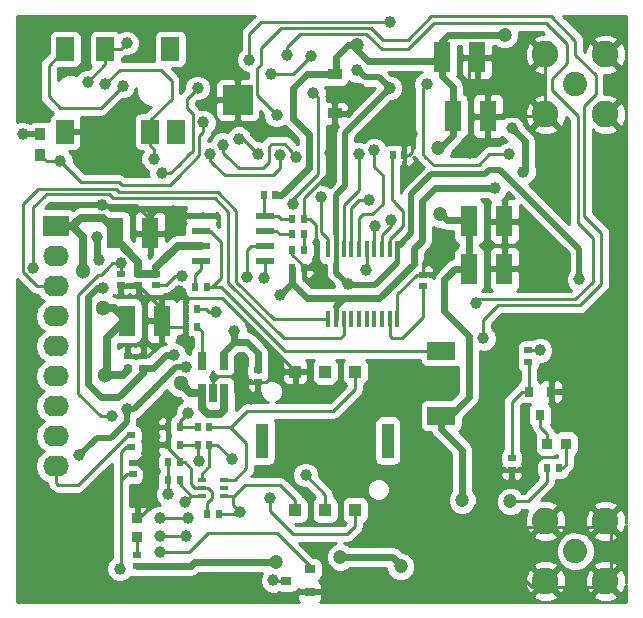
<source format=gbr>
G04 #@! TF.FileFunction,Copper,L2,Bot,Signal*
%FSLAX46Y46*%
G04 Gerber Fmt 4.6, Leading zero omitted, Abs format (unit mm)*
G04 Created by KiCad (PCBNEW 4.0.5+dfsg1-4) date Tue Aug 14 14:25:04 2018*
%MOMM*%
%LPD*%
G01*
G04 APERTURE LIST*
%ADD10C,0.100000*%
%ADD11R,1.425000X2.650000*%
%ADD12R,0.640000X0.590000*%
%ADD13R,0.590000X0.640000*%
%ADD14R,1.200000X0.900000*%
%ADD15R,0.875000X0.950000*%
%ADD16R,0.950000X0.875000*%
%ADD17R,2.400000X1.500000*%
%ADD18R,0.800000X0.900000*%
%ADD19R,0.900000X0.800000*%
%ADD20R,0.650000X1.560000*%
%ADD21R,0.700000X0.400000*%
%ADD22R,1.000000X1.100000*%
%ADD23R,1.000000X3.000000*%
%ADD24R,0.950000X1.050000*%
%ADD25R,1.500000X2.000000*%
%ADD26R,2.200000X1.740000*%
%ADD27O,2.200000X1.740000*%
%ADD28C,2.050000*%
%ADD29C,2.250000*%
%ADD30R,0.450000X1.450000*%
%ADD31R,1.550000X0.600000*%
%ADD32C,0.500000*%
%ADD33R,2.500000X2.500000*%
%ADD34C,1.000000*%
%ADD35C,1.300000*%
%ADD36C,1.200000*%
%ADD37C,0.250000*%
%ADD38C,0.560000*%
%ADD39C,0.500000*%
%ADD40C,0.700000*%
%ADD41C,0.600000*%
%ADD42C,0.400000*%
%ADD43C,0.254000*%
G04 APERTURE END LIST*
D10*
D11*
X58512500Y-99600000D03*
X61487500Y-99600000D03*
D12*
X60500000Y-103015000D03*
X60500000Y-103985000D03*
X59600000Y-110985000D03*
X59600000Y-110015000D03*
D11*
X59512500Y-107000000D03*
X62487500Y-107000000D03*
D13*
X65313700Y-104140000D03*
X66283700Y-104140000D03*
X65485000Y-107500000D03*
X64515000Y-107500000D03*
D12*
X60900000Y-110985000D03*
X60900000Y-110015000D03*
D13*
X65485000Y-106000000D03*
X64515000Y-106000000D03*
D12*
X70600000Y-111215000D03*
X70600000Y-112185000D03*
D13*
X73515000Y-99700000D03*
X74485000Y-99700000D03*
D11*
X88512500Y-98600000D03*
X91487500Y-98600000D03*
X88512500Y-102600000D03*
X91487500Y-102600000D03*
X87112500Y-89700000D03*
X90087500Y-89700000D03*
X86212500Y-84700000D03*
X89187500Y-84700000D03*
D13*
X63015000Y-117500000D03*
X63985000Y-117500000D03*
X63985000Y-119000000D03*
X63015000Y-119000000D03*
X63015000Y-116001800D03*
X63985000Y-116001800D03*
X66315000Y-123400000D03*
X67285000Y-123400000D03*
X74485000Y-102500000D03*
X73515000Y-102500000D03*
D12*
X59000000Y-103015000D03*
X59000000Y-103985000D03*
D14*
X77100000Y-86150000D03*
X77100000Y-89450000D03*
D15*
X95112500Y-117400000D03*
X96687500Y-117400000D03*
D16*
X60400000Y-123712500D03*
X60400000Y-125287500D03*
D17*
X86144100Y-109543400D03*
X86144100Y-115043400D03*
D18*
X93550000Y-113000000D03*
X95450000Y-113000000D03*
X94500000Y-115000000D03*
D19*
X75000000Y-128050000D03*
X75000000Y-129950000D03*
X73000000Y-129000000D03*
D12*
X62000000Y-103985000D03*
X62000000Y-103015000D03*
D13*
X73515000Y-101000000D03*
X74485000Y-101000000D03*
X71115000Y-96400000D03*
X72085000Y-96400000D03*
X74485000Y-98400000D03*
X73515000Y-98400000D03*
D12*
X93500000Y-109515000D03*
X93500000Y-110485000D03*
X92087700Y-118666400D03*
X92087700Y-119636400D03*
D13*
X82015000Y-93000000D03*
X82985000Y-93000000D03*
X66485000Y-117500000D03*
X65515000Y-117500000D03*
X63985000Y-120500000D03*
X63015000Y-120500000D03*
X66485000Y-116000000D03*
X65515000Y-116000000D03*
D12*
X84600000Y-104085000D03*
X84600000Y-103115000D03*
X59900000Y-116715000D03*
X59900000Y-117685000D03*
X60000000Y-119985000D03*
X60000000Y-119015000D03*
D13*
X96085000Y-119500000D03*
X95115000Y-119500000D03*
D12*
X60400000Y-127785000D03*
X60400000Y-126815000D03*
D20*
X67752000Y-113084600D03*
X66802000Y-113084600D03*
X65852000Y-113084600D03*
X65852000Y-110384600D03*
X67752000Y-110384600D03*
D21*
X65877400Y-121808000D03*
X65877400Y-121158000D03*
X65877400Y-120508000D03*
X67777400Y-120508000D03*
X67777400Y-121808000D03*
X67777400Y-121158000D03*
D22*
X78841600Y-111307500D03*
X76301600Y-111307500D03*
X73761600Y-111307500D03*
X78841600Y-123007500D03*
X76301600Y-123007500D03*
X73761600Y-123007500D03*
D23*
X81601600Y-117157500D03*
X71001600Y-117157500D03*
D24*
X52200000Y-91225000D03*
X52200000Y-92975000D03*
D25*
X63200000Y-84000000D03*
X57700000Y-84000000D03*
X54300000Y-84000000D03*
X63700000Y-91000000D03*
X61500000Y-91000000D03*
X54300000Y-91000000D03*
D26*
X53500000Y-99000000D03*
D27*
X53500000Y-101540000D03*
X53500000Y-104080000D03*
X53500000Y-106620000D03*
X53500000Y-109160000D03*
X53500000Y-111700000D03*
X53500000Y-114240000D03*
X53500000Y-116780000D03*
X53500000Y-119320000D03*
D28*
X97500000Y-126500000D03*
D29*
X94960000Y-129040000D03*
X100040000Y-129040000D03*
X100040000Y-123960000D03*
X94960000Y-123960000D03*
D28*
X97500000Y-87000000D03*
D29*
X94960000Y-89540000D03*
X100040000Y-89540000D03*
X100040000Y-84460000D03*
X94960000Y-84460000D03*
D30*
X76575000Y-100950000D03*
X77225000Y-100950000D03*
X77875000Y-100950000D03*
X78525000Y-100950000D03*
X79175000Y-100950000D03*
X79825000Y-100950000D03*
X80475000Y-100950000D03*
X81125000Y-100950000D03*
X81775000Y-100950000D03*
X82425000Y-100950000D03*
X82425000Y-106850000D03*
X81775000Y-106850000D03*
X81125000Y-106850000D03*
X80475000Y-106850000D03*
X79825000Y-106850000D03*
X79175000Y-106850000D03*
X78525000Y-106850000D03*
X77875000Y-106850000D03*
X77225000Y-106850000D03*
X76575000Y-106850000D03*
D31*
X65800000Y-101905000D03*
X65800000Y-100635000D03*
X65800000Y-99365000D03*
X65800000Y-98095000D03*
X71200000Y-98095000D03*
X71200000Y-99365000D03*
X71200000Y-100635000D03*
X71200000Y-101905000D03*
D32*
X67900000Y-87300000D03*
X69900000Y-87300000D03*
X67900000Y-89300000D03*
X69900000Y-89300000D03*
D33*
X68900000Y-88300000D03*
D34*
X62300000Y-125200000D03*
X64500000Y-125200000D03*
X58300000Y-115100000D03*
X59004200Y-102108000D03*
X71920100Y-128993900D03*
X57400000Y-97200000D03*
X57190000Y-130120000D03*
X57150000Y-128670000D03*
X98600000Y-82100000D03*
X100700000Y-82000000D03*
X52300000Y-82000000D03*
X51000000Y-83100000D03*
X64000000Y-129700000D03*
X73200000Y-117100000D03*
X78700000Y-117300000D03*
X81300000Y-112200000D03*
X76000000Y-117200000D03*
X83700000Y-112200000D03*
X86300000Y-112200000D03*
X83800000Y-117300000D03*
X83800000Y-120400000D03*
X85356700Y-120548400D03*
X99900000Y-120400000D03*
X99900000Y-114800000D03*
X99900000Y-117600000D03*
X101100000Y-106100000D03*
X101100000Y-101100000D03*
X100680000Y-95820000D03*
X100640000Y-93240000D03*
X100800000Y-98200000D03*
X101100000Y-104000000D03*
X97781900Y-113000000D03*
X95600000Y-94900000D03*
X89200000Y-125400000D03*
X52500000Y-129500000D03*
X52500000Y-123690000D03*
X54300000Y-91000000D03*
X94000000Y-99600000D03*
X63600000Y-113900000D03*
X70000000Y-113600000D03*
X85500000Y-101000000D03*
X88600000Y-92800000D03*
X83700000Y-91200000D03*
X63400000Y-97700000D03*
X79300000Y-87400000D03*
X76700000Y-92800000D03*
X88500000Y-87100000D03*
X63957200Y-104495600D03*
X93395800Y-119634000D03*
X89839800Y-119037100D03*
X64223900Y-108648500D03*
X61341000Y-121310400D03*
X76365100Y-130073400D03*
D35*
X55800000Y-102800000D03*
X64100000Y-112300000D03*
X57500000Y-105900000D03*
X57700000Y-111600000D03*
D34*
X50700000Y-91200000D03*
X64500000Y-110900000D03*
X78200000Y-103900000D03*
X79000000Y-85800000D03*
X97800000Y-103500000D03*
X55500000Y-118400000D03*
X81800000Y-87300000D03*
X59500000Y-114500000D03*
X57200000Y-101900000D03*
X57500000Y-104200000D03*
X90700000Y-95800000D03*
X93100000Y-94400000D03*
X92100000Y-90700000D03*
X57000000Y-99900000D03*
X63500000Y-109900000D03*
X68630800Y-107835700D03*
X72500000Y-104800000D03*
X67100000Y-106300000D03*
X71100000Y-103400000D03*
X71700000Y-86100000D03*
X75100000Y-84600000D03*
X59500000Y-83500000D03*
X56200000Y-86800000D03*
X61800000Y-93300000D03*
X57700000Y-87000000D03*
X65600000Y-118900000D03*
X62992000Y-121678700D03*
X64700000Y-114800000D03*
X69100000Y-123200000D03*
X64700000Y-123700000D03*
X62300000Y-123700000D03*
X91900000Y-92900000D03*
X84900000Y-87000000D03*
X59200000Y-87100000D03*
X51600000Y-102500000D03*
X62300000Y-126600000D03*
X58900000Y-128000000D03*
X64200000Y-103200000D03*
X69700000Y-103300000D03*
X73550000Y-97120000D03*
X75300000Y-87700000D03*
X94500000Y-109500000D03*
X73100000Y-84500000D03*
X89100000Y-105500000D03*
X72200000Y-89600000D03*
X89700000Y-108500000D03*
X74650600Y-120065800D03*
X68402200Y-118745000D03*
X71600000Y-122000000D03*
X64439800Y-122364500D03*
X72500000Y-93000000D03*
X66520000Y-92880000D03*
X67660000Y-92100000D03*
X73860000Y-93140000D03*
X69000000Y-91600000D03*
X70580000Y-92860000D03*
X80000000Y-96800000D03*
X80454500Y-92532200D03*
X79200000Y-92900000D03*
X81900000Y-98500000D03*
X80500000Y-99000000D03*
X75996800Y-96532700D03*
X79800000Y-102700000D03*
X66000000Y-90200000D03*
X53900000Y-93500000D03*
X62470000Y-94490000D03*
X65500000Y-87300000D03*
D36*
X82700000Y-127800000D03*
X77597000Y-127012700D03*
X72186800Y-127469900D03*
X92000000Y-122300000D03*
X86000000Y-98000000D03*
X85900000Y-92400000D03*
X91500000Y-82800000D03*
X79000000Y-83700000D03*
X87900000Y-122200000D03*
D34*
X69900000Y-84900000D03*
X81800000Y-81700000D03*
D37*
X57800000Y-102600000D02*
X57300000Y-103100000D01*
X62300000Y-125200000D02*
X64500000Y-125200000D01*
X57300000Y-115100000D02*
X55400000Y-113200000D01*
X55400000Y-105000000D02*
X55400000Y-113200000D01*
X58292000Y-102108000D02*
X57800000Y-102600000D01*
X58292000Y-102108000D02*
X59004200Y-102108000D01*
X58300000Y-115100000D02*
X57300000Y-115100000D01*
X55400000Y-104800000D02*
X55400000Y-105000000D01*
X57100000Y-103100000D02*
X55400000Y-104800000D01*
X57300000Y-103100000D02*
X57100000Y-103100000D01*
X58000000Y-115300000D02*
X58100000Y-114900000D01*
X59000000Y-103015000D02*
X59000000Y-102112200D01*
X59000000Y-102112200D02*
X59004200Y-102108000D01*
X71920100Y-128993900D02*
X71926200Y-129000000D01*
X71926200Y-129000000D02*
X73000000Y-129000000D01*
X57400000Y-97200000D02*
X60300000Y-97200000D01*
X60300000Y-97200000D02*
X61487500Y-98387500D01*
D38*
X57200000Y-130130000D02*
X57190000Y-130120000D01*
X57200000Y-130140000D02*
X57200000Y-130130000D01*
D37*
X63400000Y-97700000D02*
X62000000Y-97700000D01*
X62000000Y-97700000D02*
X61400000Y-98300000D01*
X61400000Y-98300000D02*
X61487500Y-99600000D01*
X95450000Y-113000000D02*
X97781900Y-113000000D01*
X89200000Y-125400000D02*
X89700000Y-125400000D01*
X90200000Y-125900000D02*
X90931700Y-126631700D01*
X93840000Y-129540000D02*
X96420000Y-129540000D01*
X93840000Y-129540000D02*
X90931700Y-126631700D01*
X89700000Y-125400000D02*
X90200000Y-125900000D01*
D39*
X52500000Y-123690000D02*
X52500000Y-123700000D01*
D37*
X60900000Y-110015000D02*
X61285000Y-110015000D01*
X61285000Y-110015000D02*
X62487500Y-108812500D01*
X62487500Y-108812500D02*
X62487500Y-107000000D01*
X59600000Y-110015000D02*
X60900000Y-110015000D01*
X95460000Y-124460000D02*
X100540000Y-124460000D01*
X100540000Y-129540000D02*
X100540000Y-124460000D01*
X95460000Y-129540000D02*
X100540000Y-129540000D01*
X91487500Y-102600000D02*
X91487500Y-98600000D01*
X91587500Y-98500000D02*
X92900000Y-98500000D01*
X92900000Y-98500000D02*
X94000000Y-99600000D01*
X91587500Y-98500000D02*
X91487500Y-98600000D01*
X63015000Y-116001800D02*
X63015000Y-114485000D01*
X63015000Y-114485000D02*
X63600000Y-113900000D01*
X85500000Y-101000000D02*
X85200000Y-101400000D01*
X85200000Y-101400000D02*
X84900000Y-101700000D01*
X84600000Y-103115000D02*
X84600000Y-102000000D01*
X84900000Y-101700000D02*
X84672200Y-101927800D01*
X84600000Y-102000000D02*
X84672200Y-101927800D01*
X83700000Y-91200000D02*
X83700000Y-92700000D01*
X83700000Y-92700000D02*
X83400000Y-93000000D01*
X83400000Y-93000000D02*
X82985000Y-93000000D01*
X88500000Y-87100000D02*
X89300000Y-87100000D01*
X90087500Y-87887500D02*
X90087500Y-89700000D01*
X89300000Y-87100000D02*
X90087500Y-87887500D01*
X90087500Y-89700000D02*
X94800000Y-89700000D01*
X94800000Y-89700000D02*
X94960000Y-89540000D01*
X66802000Y-113084600D02*
X66802000Y-112098000D01*
X69185000Y-112185000D02*
X70600000Y-112185000D01*
X68700000Y-111700000D02*
X69185000Y-112185000D01*
X67200000Y-111700000D02*
X68700000Y-111700000D01*
X66802000Y-112098000D02*
X67200000Y-111700000D01*
X70000000Y-113600000D02*
X70100000Y-113600000D01*
X70600000Y-113100000D02*
X70600000Y-112185000D01*
X70100000Y-113600000D02*
X70600000Y-113100000D01*
X70600000Y-112185000D02*
X71315000Y-112185000D01*
X71315000Y-112185000D02*
X72192500Y-111307500D01*
X72192500Y-111307500D02*
X73761600Y-111307500D01*
X70000000Y-113600000D02*
X70040500Y-113559500D01*
X60400000Y-123712500D02*
X60587500Y-123712500D01*
X60587500Y-123712500D02*
X61341000Y-122959000D01*
X61341000Y-122959000D02*
X61341000Y-121310400D01*
X64000000Y-97700000D02*
X64395000Y-98095000D01*
X63400000Y-97700000D02*
X64000000Y-97700000D01*
X64395000Y-98095000D02*
X64905000Y-98095000D01*
X77100000Y-89450000D02*
X77100000Y-88500000D01*
X79300000Y-87400000D02*
X78200000Y-87400000D01*
X78200000Y-87400000D02*
X77700000Y-87900000D01*
X77100000Y-88500000D02*
X77700000Y-87900000D01*
X77100000Y-89450000D02*
X77100000Y-92400000D01*
X77100000Y-92400000D02*
X76700000Y-92800000D01*
X94960000Y-89540000D02*
X94960000Y-84460000D01*
X94800000Y-89700000D02*
X94960000Y-89540000D01*
X64515000Y-105100000D02*
X67600000Y-105100000D01*
X73761600Y-111261600D02*
X73761600Y-111307500D01*
X67600000Y-105100000D02*
X73761600Y-111261600D01*
X61487500Y-98387500D02*
X61487500Y-99600000D01*
X76700000Y-94380000D02*
X76700000Y-92800000D01*
X74485000Y-97100000D02*
X74485000Y-96595000D01*
X74485000Y-96595000D02*
X76700000Y-94380000D01*
X76500000Y-92600000D02*
X76700000Y-92800000D01*
X76700000Y-92800000D02*
X76700000Y-92800000D01*
X88500000Y-87100000D02*
X88487500Y-87100000D01*
X88487500Y-87100000D02*
X88500000Y-87100000D01*
X88500000Y-87100000D02*
X88487500Y-87100000D01*
X74485000Y-98400000D02*
X74485000Y-97100000D01*
X74485000Y-97100000D02*
X74485000Y-97078300D01*
X75500000Y-99100000D02*
X75500000Y-98900000D01*
X75500000Y-101800000D02*
X75500000Y-99100000D01*
X74800000Y-102500000D02*
X75500000Y-101800000D01*
X74485000Y-102500000D02*
X74800000Y-102500000D01*
X75000000Y-98400000D02*
X74485000Y-98400000D01*
X75500000Y-98900000D02*
X75000000Y-98400000D01*
X65800000Y-98095000D02*
X64905000Y-98095000D01*
X66315000Y-123400000D02*
X66315000Y-122419700D01*
X66763900Y-121970800D02*
X66405100Y-122329600D01*
X66763900Y-121526300D02*
X66763900Y-121970800D01*
X66395600Y-121158000D02*
X66763900Y-121526300D01*
X66395600Y-121158000D02*
X65877400Y-121158000D01*
X66315000Y-122419700D02*
X66405100Y-122329600D01*
X61489600Y-121310400D02*
X61341000Y-121310400D01*
X84600000Y-103115000D02*
X84085000Y-103115000D01*
X84085000Y-103115000D02*
X82425000Y-104775000D01*
X82425000Y-104775000D02*
X82425000Y-106850000D01*
X64515000Y-105053400D02*
X64515000Y-105100000D01*
X64515000Y-105100000D02*
X64515000Y-106000000D01*
X63957200Y-104495600D02*
X64515000Y-105053400D01*
X65985000Y-97910000D02*
X65800000Y-98095000D01*
X63985000Y-119000000D02*
X64440800Y-119000000D01*
X65303400Y-121158000D02*
X65877400Y-121158000D01*
X64960500Y-120815100D02*
X65303400Y-121158000D01*
X64960500Y-119519700D02*
X64960500Y-120815100D01*
X64440800Y-119000000D02*
X64960500Y-119519700D01*
X95460000Y-124500000D02*
X92102300Y-124500000D01*
X89839800Y-122237500D02*
X89839800Y-119037100D01*
X92102300Y-124500000D02*
X89839800Y-122237500D01*
X92087700Y-119636400D02*
X93393400Y-119636400D01*
X93393400Y-119636400D02*
X93395800Y-119634000D01*
X92087700Y-119636400D02*
X90439100Y-119636400D01*
X90439100Y-119636400D02*
X89839800Y-119037100D01*
X63015000Y-117500000D02*
X63015000Y-116001800D01*
X64515000Y-108357400D02*
X64515000Y-107500000D01*
X64223900Y-108648500D02*
X64515000Y-108357400D01*
X61600100Y-99000000D02*
X61571200Y-98971100D01*
X88468200Y-86969600D02*
X88487500Y-86969600D01*
X88487500Y-86969600D02*
X88468200Y-86969600D01*
X88468200Y-86969600D02*
X88487500Y-86969600D01*
X60000000Y-119015000D02*
X60341000Y-119015000D01*
X60341000Y-119015000D02*
X61341000Y-120015000D01*
X61341000Y-120015000D02*
X61341000Y-121310400D01*
X97802700Y-112979200D02*
X97781900Y-113000000D01*
X76241700Y-129950000D02*
X75000000Y-129950000D01*
X76365100Y-130073400D02*
X76241700Y-129950000D01*
X60000000Y-119015000D02*
X60285000Y-119015000D01*
X60285000Y-119015000D02*
X61800000Y-117500000D01*
X61800000Y-117500000D02*
X63015000Y-117500000D01*
X63985000Y-119000000D02*
X63985000Y-118785000D01*
X63985000Y-118785000D02*
X63015000Y-117815000D01*
X63015000Y-117815000D02*
X63015000Y-117500000D01*
X74485000Y-102500000D02*
X74485000Y-102385000D01*
X74485000Y-102385000D02*
X73515000Y-101415000D01*
X73515000Y-101415000D02*
X73515000Y-101000000D01*
X60500000Y-103985000D02*
X60500000Y-104000000D01*
X60500000Y-104000000D02*
X62487500Y-105987500D01*
X62487500Y-105987500D02*
X62487500Y-107000000D01*
X59000000Y-103985000D02*
X60500000Y-103985000D01*
X64515000Y-107500000D02*
X62987500Y-107500000D01*
X62987500Y-107500000D02*
X62487500Y-107000000D01*
X64515000Y-106000000D02*
X64515000Y-107500000D01*
X94920000Y-89500000D02*
X94960000Y-89540000D01*
X88487500Y-85000000D02*
X88487500Y-86969600D01*
X88487500Y-86969600D02*
X88487500Y-87100000D01*
D40*
X55800000Y-102800000D02*
X55800000Y-99900000D01*
X55800000Y-99900000D02*
X54900000Y-99000000D01*
X58512500Y-99600000D02*
X58512500Y-99312500D01*
X58512500Y-99312500D02*
X57500000Y-98300000D01*
X57500000Y-98300000D02*
X55600000Y-98300000D01*
X55600000Y-98300000D02*
X54900000Y-99000000D01*
X54900000Y-99000000D02*
X53500000Y-99000000D01*
X57800000Y-110400000D02*
X57800000Y-111500000D01*
X59300000Y-107000000D02*
X57800000Y-108500000D01*
X57800000Y-110400000D02*
X57800000Y-108500000D01*
X57800000Y-111500000D02*
X57700000Y-111600000D01*
X59600000Y-110985000D02*
X59600000Y-111200000D01*
X59600000Y-111200000D02*
X59200000Y-111600000D01*
X59200000Y-111600000D02*
X57700000Y-111600000D01*
X65852000Y-113084600D02*
X64884600Y-113084600D01*
X64884600Y-113084600D02*
X64100000Y-112300000D01*
D37*
X64100000Y-112300000D02*
X64192700Y-112392700D01*
D40*
X65852000Y-113084600D02*
X65852000Y-114352000D01*
X67752000Y-114548000D02*
X67752000Y-113084600D01*
X67400000Y-114900000D02*
X67752000Y-114548000D01*
X66400000Y-114900000D02*
X67400000Y-114900000D01*
X65852000Y-114352000D02*
X66400000Y-114900000D01*
X57500000Y-105900000D02*
X58412500Y-105900000D01*
X59512500Y-107000000D02*
X58412500Y-105900000D01*
X58512500Y-99600000D02*
X58512500Y-99512500D01*
X60500000Y-103015000D02*
X60500000Y-102000000D01*
X60500000Y-102000000D02*
X58512500Y-100012500D01*
X58512500Y-100012500D02*
X58512500Y-99600000D01*
D37*
X59300000Y-107000000D02*
X59512500Y-107000000D01*
X59512500Y-107000000D02*
X59512500Y-106512500D01*
X58596200Y-99502900D02*
X58596200Y-98971100D01*
X62000000Y-103015000D02*
X62000000Y-102465000D01*
D40*
X63830000Y-100635000D02*
X65800000Y-100635000D01*
X62000000Y-102465000D02*
X63830000Y-100635000D01*
D37*
X58567300Y-99000000D02*
X58596200Y-98971100D01*
D40*
X62000000Y-103015000D02*
X60500000Y-103015000D01*
D37*
X50700000Y-91200000D02*
X50725000Y-91225000D01*
D39*
X52200000Y-91225000D02*
X50725000Y-91225000D01*
X64500000Y-110900000D02*
X63700000Y-110900000D01*
X63400000Y-111200000D02*
X60100000Y-114500000D01*
X60100000Y-114500000D02*
X59500000Y-114500000D01*
X63700000Y-110900000D02*
X63400000Y-111200000D01*
D41*
X64500000Y-110900000D02*
X64400000Y-110900000D01*
X64500000Y-110900000D02*
X64300000Y-110900000D01*
X79000000Y-85800000D02*
X79100000Y-85800000D01*
D39*
X80900000Y-86400000D02*
X81800000Y-87300000D01*
X79700000Y-86400000D02*
X80900000Y-86400000D01*
X79100000Y-85800000D02*
X79700000Y-86400000D01*
D42*
X77225000Y-100950000D02*
X77225000Y-99725000D01*
D39*
X77200000Y-96400000D02*
X77200000Y-99700000D01*
X78000000Y-91100000D02*
X81800000Y-87300000D01*
X78000000Y-93100000D02*
X78000000Y-91100000D01*
X78000000Y-93100000D02*
X78000000Y-93100000D01*
X78000000Y-95600000D02*
X78000000Y-93100000D01*
X78000000Y-95600000D02*
X77200000Y-96400000D01*
D42*
X77225000Y-99725000D02*
X77200000Y-99700000D01*
X82425000Y-100950000D02*
X82425000Y-100775000D01*
X82425000Y-100775000D02*
X82700000Y-100500000D01*
D39*
X89800000Y-94600000D02*
X90200000Y-94200000D01*
X90200000Y-94200000D02*
X91100000Y-94200000D01*
X83600000Y-96300000D02*
X85300000Y-94600000D01*
X83600000Y-99600000D02*
X83600000Y-96300000D01*
X97800000Y-100900000D02*
X91100000Y-94200000D01*
X97800000Y-103500000D02*
X97800000Y-100900000D01*
X85300000Y-94600000D02*
X89800000Y-94600000D01*
X82700000Y-100500000D02*
X83600000Y-99600000D01*
D42*
X82425000Y-101900000D02*
X82425000Y-100950000D01*
D39*
X78300000Y-104000000D02*
X80500000Y-104000000D01*
X80500000Y-104000000D02*
X82425000Y-102075000D01*
D37*
X82425000Y-102075000D02*
X82425000Y-101900000D01*
X78200000Y-103900000D02*
X78300000Y-104000000D01*
D42*
X77225000Y-100950000D02*
X77225000Y-102225000D01*
D39*
X77225000Y-102925000D02*
X77225000Y-102225000D01*
X77225000Y-102925000D02*
X78200000Y-103900000D01*
X56700000Y-117200000D02*
X57000000Y-116900000D01*
X55500000Y-118400000D02*
X56700000Y-117200000D01*
X59500000Y-115600000D02*
X59500000Y-114500000D01*
X58200000Y-116900000D02*
X59500000Y-115600000D01*
X57000000Y-116900000D02*
X58200000Y-116900000D01*
D37*
X59600000Y-114600000D02*
X59500000Y-114500000D01*
X59500000Y-114500000D02*
X59500000Y-114300000D01*
D41*
X58800000Y-113500000D02*
X57300000Y-113500000D01*
X57000000Y-104200000D02*
X56200000Y-105000000D01*
X56200000Y-105000000D02*
X56200000Y-105500000D01*
X57000000Y-99900000D02*
X57000000Y-101700000D01*
X60900000Y-111400000D02*
X58800000Y-113500000D01*
X56700000Y-112900000D02*
X56200000Y-112400000D01*
X56200000Y-112400000D02*
X56200000Y-105500000D01*
X60900000Y-111400000D02*
X60900000Y-110985000D01*
X57000000Y-101700000D02*
X57200000Y-101900000D01*
X57500000Y-104200000D02*
X57000000Y-104200000D01*
X57300000Y-113500000D02*
X56700000Y-112900000D01*
X93200000Y-92200000D02*
X93200000Y-91800000D01*
D37*
X93100000Y-94400000D02*
X93200000Y-94300000D01*
D41*
X93200000Y-94300000D02*
X93200000Y-92200000D01*
X93200000Y-91800000D02*
X92100000Y-90700000D01*
X90700000Y-95800000D02*
X85600000Y-95800000D01*
X80900000Y-105100000D02*
X83800000Y-102200000D01*
X83800000Y-102200000D02*
X83800000Y-100900000D01*
X83800000Y-100900000D02*
X84500000Y-100200000D01*
X84500000Y-100200000D02*
X84500000Y-96900000D01*
X80900000Y-105100000D02*
X77850000Y-105100000D01*
X85600000Y-95800000D02*
X84500000Y-96900000D01*
D37*
X57000000Y-99900000D02*
X57200000Y-100100000D01*
D41*
X60900000Y-110985000D02*
X61715000Y-110985000D01*
X62800000Y-109900000D02*
X63500000Y-109900000D01*
X61715000Y-110985000D02*
X62800000Y-109900000D01*
X70600000Y-111215000D02*
X70600000Y-109700000D01*
X69700000Y-108800000D02*
X68600000Y-108800000D01*
X70600000Y-109700000D02*
X69700000Y-108800000D01*
X67752000Y-110384600D02*
X67752000Y-109648000D01*
X67752000Y-109648000D02*
X68600000Y-108800000D01*
X68600000Y-108800000D02*
X68630800Y-108769200D01*
X68630800Y-108769200D02*
X68630800Y-107835700D01*
X73515000Y-103785000D02*
X73515000Y-103815000D01*
X73515000Y-103815000D02*
X74800000Y-105100000D01*
X74800000Y-105100000D02*
X77850000Y-105100000D01*
X73515000Y-102500000D02*
X73515000Y-103785000D01*
X73515000Y-103785000D02*
X72500000Y-104800000D01*
X72500000Y-104800000D02*
X72530000Y-104800000D01*
X90700000Y-95800000D02*
X90500000Y-95800000D01*
X77225000Y-105725000D02*
X77850000Y-105100000D01*
D42*
X77225000Y-106850000D02*
X77225000Y-105725000D01*
D37*
X70600000Y-111367000D02*
X70600000Y-111351900D01*
X65800000Y-101905000D02*
X65800000Y-102665500D01*
X65313700Y-103151800D02*
X65313700Y-104140000D01*
X65800000Y-102665500D02*
X65313700Y-103151800D01*
X86144100Y-109543400D02*
X72923100Y-109543400D01*
X67519700Y-104140000D02*
X66751200Y-104140000D01*
X72923100Y-109543400D02*
X67519700Y-104140000D01*
X66283700Y-104140000D02*
X66421000Y-104140000D01*
X66283700Y-104140000D02*
X66751200Y-104140000D01*
X66565000Y-99365000D02*
X65800000Y-99365000D01*
X67500000Y-100300000D02*
X66565000Y-99365000D01*
X67500000Y-103391200D02*
X67500000Y-100300000D01*
X66751200Y-104140000D02*
X67500000Y-103391200D01*
X65852000Y-110384600D02*
X65852000Y-107867000D01*
X65852000Y-107867000D02*
X65485000Y-107500000D01*
X66200000Y-106000000D02*
X66500000Y-106300000D01*
X66500000Y-106300000D02*
X67100000Y-106300000D01*
X65485000Y-106000000D02*
X66200000Y-106000000D01*
X71200000Y-103310700D02*
X71200000Y-101905000D01*
X71100000Y-103400000D02*
X71200000Y-103310700D01*
X71200000Y-99365000D02*
X72165000Y-99365000D01*
X72500000Y-99700000D02*
X73515000Y-99700000D01*
X72165000Y-99365000D02*
X72500000Y-99700000D01*
X71335000Y-99500000D02*
X71200000Y-99365000D01*
X74485000Y-101000000D02*
X74485000Y-99700000D01*
X73600000Y-86100000D02*
X75100000Y-84600000D01*
X71700000Y-86100000D02*
X73600000Y-86100000D01*
X59000000Y-84000000D02*
X57700000Y-84000000D01*
X59500000Y-83500000D02*
X59000000Y-84000000D01*
X57700000Y-85300000D02*
X57700000Y-84000000D01*
X56200000Y-86800000D02*
X57700000Y-85300000D01*
X61800000Y-92500000D02*
X61500000Y-92200000D01*
X61500000Y-91000000D02*
X61500000Y-92200000D01*
X61800000Y-93300000D02*
X61800000Y-92500000D01*
X63300000Y-88200000D02*
X63300000Y-86700000D01*
X63300000Y-86700000D02*
X62400000Y-85800000D01*
X62400000Y-85800000D02*
X58900000Y-85800000D01*
X58900000Y-85800000D02*
X57700000Y-87000000D01*
X63300000Y-88200000D02*
X61500000Y-90000000D01*
X61500000Y-91000000D02*
X61500000Y-90000000D01*
X61500000Y-91000000D02*
X61500000Y-91500000D01*
X65515000Y-117500000D02*
X65515000Y-118815000D01*
X65600000Y-118900000D02*
X65684600Y-118815400D01*
X65515000Y-118815000D02*
X65600000Y-118900000D01*
X63985000Y-117500000D02*
X65515000Y-117500000D01*
X63015000Y-121655700D02*
X63015000Y-120500000D01*
X62992000Y-121678700D02*
X63015000Y-121655700D01*
X63015000Y-120500000D02*
X63015000Y-119000000D01*
X63985000Y-116001800D02*
X63985000Y-115515000D01*
X63985000Y-115515000D02*
X64700000Y-114800000D01*
X64700000Y-114800000D02*
X64689700Y-114810300D01*
X63985000Y-116001800D02*
X65513200Y-116001800D01*
X65513200Y-116001800D02*
X65515000Y-116000000D01*
X62300000Y-123700000D02*
X64700000Y-123700000D01*
X68500000Y-122600000D02*
X68500000Y-121900000D01*
X69100000Y-123200000D02*
X68500000Y-122600000D01*
X68500000Y-121900000D02*
X68592000Y-121808000D01*
X67285000Y-123400000D02*
X68900000Y-123400000D01*
X68900000Y-123400000D02*
X69100000Y-123200000D01*
X71014400Y-120900000D02*
X72500000Y-120900000D01*
X68592000Y-121808000D02*
X69500000Y-120900000D01*
X69500000Y-120900000D02*
X71014400Y-120900000D01*
X73761600Y-122161600D02*
X73761600Y-123007500D01*
X72500000Y-120900000D02*
X73761600Y-122161600D01*
X67777400Y-121808000D02*
X68592000Y-121808000D01*
X84800000Y-93100000D02*
X84600000Y-92900000D01*
X85500000Y-93800000D02*
X84800000Y-93100000D01*
X90500000Y-92900000D02*
X90200000Y-92900000D01*
X86200000Y-93800000D02*
X89300000Y-93800000D01*
X90500000Y-92900000D02*
X91900000Y-92900000D01*
X90200000Y-92900000D02*
X89300000Y-93800000D01*
X86200000Y-93800000D02*
X85500000Y-93800000D01*
X84600000Y-87300000D02*
X84900000Y-87000000D01*
X84600000Y-92900000D02*
X84600000Y-87300000D01*
X84800000Y-87100000D02*
X84900000Y-87000000D01*
X94500000Y-115000000D02*
X94500000Y-116000000D01*
X95112500Y-116612500D02*
X95112500Y-117400000D01*
X94500000Y-116000000D02*
X95112500Y-116612500D01*
X96687500Y-117400000D02*
X96687500Y-119212500D01*
X96400000Y-119500000D02*
X96085000Y-119500000D01*
X96687500Y-119212500D02*
X96400000Y-119500000D01*
X60400000Y-125287500D02*
X60400000Y-126815000D01*
X53900000Y-89000000D02*
X57300000Y-89000000D01*
X59100000Y-87200000D02*
X59200000Y-87100000D01*
X53900000Y-89000000D02*
X52900000Y-88000000D01*
X52900000Y-88000000D02*
X52900000Y-85400000D01*
X52900000Y-85400000D02*
X54300000Y-84000000D01*
X57300000Y-89000000D02*
X59200000Y-87100000D01*
X54300000Y-84000000D02*
X54300000Y-84600000D01*
X50700000Y-97200000D02*
X50700000Y-97120000D01*
X50700000Y-97200000D02*
X50700000Y-102900000D01*
X50700000Y-102900000D02*
X51880000Y-104080000D01*
X53500000Y-104080000D02*
X51880000Y-104080000D01*
X71950000Y-106850000D02*
X76575000Y-106850000D01*
X68800000Y-103700000D02*
X68800000Y-97700000D01*
X71950000Y-106850000D02*
X68800000Y-103700000D01*
X67240000Y-96140000D02*
X68800000Y-97700000D01*
X58880002Y-96140000D02*
X67240000Y-96140000D01*
X58560002Y-95820000D02*
X58880002Y-96140000D01*
X52000000Y-95820000D02*
X58560002Y-95820000D01*
X50700000Y-97120000D02*
X52000000Y-95820000D01*
X68100000Y-97800000D02*
X68090000Y-97800000D01*
X77875000Y-106850000D02*
X77875000Y-108225000D01*
X68100000Y-103800000D02*
X68100000Y-97800000D01*
X72800000Y-108500000D02*
X68100000Y-103800000D01*
X77600000Y-108500000D02*
X72800000Y-108500000D01*
X77875000Y-108225000D02*
X77600000Y-108500000D01*
X52700000Y-96300000D02*
X52590000Y-96410000D01*
X58020000Y-96300000D02*
X52700000Y-96300000D01*
X58370000Y-96650000D02*
X58020000Y-96300000D01*
X66940000Y-96650000D02*
X58370000Y-96650000D01*
X68090000Y-97800000D02*
X66940000Y-96650000D01*
X51600000Y-97400000D02*
X51600000Y-102500000D01*
X52590000Y-96410000D02*
X51600000Y-97400000D01*
X53500000Y-119320000D02*
X53500000Y-120700000D01*
X56980000Y-119320000D02*
X59585000Y-116715000D01*
X55400000Y-120900000D02*
X56980000Y-119320000D01*
X53700000Y-120900000D02*
X55400000Y-120900000D01*
X53500000Y-120700000D02*
X53700000Y-120900000D01*
X59900000Y-116715000D02*
X59585000Y-116715000D01*
X93550000Y-113000000D02*
X93550000Y-110535000D01*
X93550000Y-110535000D02*
X93500000Y-110485000D01*
X92100000Y-118600000D02*
X92100000Y-113900000D01*
X92100000Y-113900000D02*
X93000000Y-113000000D01*
X93000000Y-113000000D02*
X93550000Y-113000000D01*
X62300000Y-126600000D02*
X64800000Y-126600000D01*
X72200000Y-125000000D02*
X75000000Y-127800000D01*
X66400000Y-125000000D02*
X72200000Y-125000000D01*
X64800000Y-126600000D02*
X66400000Y-125000000D01*
X75000000Y-127800000D02*
X75000000Y-128050000D01*
X59000000Y-127900000D02*
X58900000Y-128000000D01*
X59000000Y-120500000D02*
X59000000Y-127900000D01*
X60000000Y-119985000D02*
X59515000Y-119985000D01*
X59515000Y-119985000D02*
X59000000Y-120500000D01*
X59515000Y-117685000D02*
X59415000Y-117685000D01*
X59900000Y-117685000D02*
X59515000Y-117685000D01*
X59000000Y-118100000D02*
X59000000Y-120200000D01*
X59000000Y-120200000D02*
X59000000Y-120500000D01*
X59415000Y-117685000D02*
X59000000Y-118100000D01*
X75000000Y-128050000D02*
X75000000Y-127755800D01*
X70265000Y-100635000D02*
X70065000Y-100635000D01*
X62815000Y-103985000D02*
X63600000Y-103200000D01*
X63600000Y-103200000D02*
X64200000Y-103200000D01*
X71200000Y-100635000D02*
X70265000Y-100635000D01*
X62815000Y-103985000D02*
X62000000Y-103985000D01*
X69700000Y-101000000D02*
X69700000Y-103300000D01*
X70065000Y-100635000D02*
X69700000Y-101000000D01*
X75700000Y-94520000D02*
X75700000Y-94560000D01*
X75700000Y-94520000D02*
X75700000Y-93900000D01*
X75300000Y-87700000D02*
X75700000Y-88100000D01*
X75700000Y-93900000D02*
X75700000Y-88100000D01*
X73550000Y-96710000D02*
X73550000Y-97120000D01*
X75700000Y-94560000D02*
X73550000Y-96710000D01*
X73550000Y-97120000D02*
X73550000Y-96940000D01*
X73550000Y-97120000D02*
X73550000Y-97120000D01*
X75500000Y-87900000D02*
X75300000Y-87700000D01*
X71115000Y-96400000D02*
X71115000Y-98010000D01*
X71115000Y-98010000D02*
X71200000Y-98095000D01*
X73515000Y-98400000D02*
X72600000Y-98400000D01*
X72300000Y-98100000D02*
X71205000Y-98100000D01*
X72600000Y-98400000D02*
X72300000Y-98100000D01*
X71205000Y-98100000D02*
X71200000Y-98095000D01*
X71015000Y-97910000D02*
X71200000Y-98095000D01*
X71295000Y-98000000D02*
X71200000Y-98095000D01*
X94485000Y-109515000D02*
X93500000Y-109515000D01*
X94500000Y-109500000D02*
X94485000Y-109515000D01*
X73100000Y-84500000D02*
X73100000Y-83800000D01*
X89700000Y-105200000D02*
X89400000Y-105200000D01*
X97700000Y-89700000D02*
X95500000Y-87500000D01*
X95500000Y-87500000D02*
X95500000Y-86500000D01*
X95500000Y-86500000D02*
X96800000Y-85200000D01*
X96800000Y-85200000D02*
X96800000Y-83600000D01*
X96800000Y-83600000D02*
X95000000Y-81800000D01*
X95000000Y-81800000D02*
X85500000Y-81800000D01*
X85500000Y-81800000D02*
X83300000Y-84000000D01*
X83300000Y-84000000D02*
X81100000Y-84000000D01*
X81100000Y-84000000D02*
X79800000Y-82700000D01*
X97700000Y-98700000D02*
X97700000Y-92200000D01*
X99000000Y-100000000D02*
X97700000Y-98700000D01*
X99000000Y-103700000D02*
X99000000Y-100000000D01*
X97500000Y-105200000D02*
X99000000Y-103700000D01*
X89700000Y-105200000D02*
X97500000Y-105200000D01*
X97700000Y-92200000D02*
X97700000Y-89700000D01*
X89400000Y-105200000D02*
X89100000Y-105500000D01*
X74200000Y-82700000D02*
X79800000Y-82700000D01*
X73100000Y-83800000D02*
X74200000Y-82700000D01*
X91000000Y-105700000D02*
X90950002Y-105700000D01*
X81200000Y-83200000D02*
X80200000Y-82200000D01*
X80200000Y-82200000D02*
X74000000Y-82200000D01*
X83300000Y-83200000D02*
X82600000Y-83200000D01*
X85300000Y-81200000D02*
X83300000Y-83200000D01*
X95400000Y-81200000D02*
X85300000Y-81200000D01*
X97500000Y-83300000D02*
X95400000Y-81200000D01*
X97500000Y-84500000D02*
X97500000Y-83300000D01*
X99200000Y-86200000D02*
X97500000Y-84500000D01*
X99200000Y-87800000D02*
X99200000Y-86200000D01*
X98200000Y-88800000D02*
X99200000Y-87800000D01*
X98200000Y-98100000D02*
X98200000Y-88800000D01*
X99700000Y-99600000D02*
X98200000Y-98100000D01*
X99700000Y-103900000D02*
X99700000Y-99600000D01*
X97900000Y-105700000D02*
X99700000Y-103900000D01*
X91000000Y-105700000D02*
X97900000Y-105700000D01*
X82600000Y-83200000D02*
X81200000Y-83200000D01*
X72600000Y-82200000D02*
X74000000Y-82200000D01*
X70900000Y-83900000D02*
X72600000Y-82200000D01*
X70900000Y-85300000D02*
X70900000Y-83900000D01*
X70500000Y-85700000D02*
X70900000Y-85300000D01*
X70500000Y-87900000D02*
X70500000Y-85700000D01*
X72200000Y-89600000D02*
X70500000Y-87900000D01*
X89700000Y-108500000D02*
X89700000Y-106950002D01*
X90950002Y-105700000D02*
X89700000Y-106950002D01*
X82000000Y-93015000D02*
X82000000Y-93930000D01*
X82600000Y-97400000D02*
X82300000Y-97100000D01*
X82300000Y-97100000D02*
X82100000Y-96900000D01*
X82100000Y-96900000D02*
X82000000Y-96800000D01*
X82000000Y-96800000D02*
X82000000Y-93930000D01*
X81775000Y-100125000D02*
X82900000Y-99000000D01*
X82900000Y-99000000D02*
X82900000Y-97700000D01*
X81775000Y-100125000D02*
X81775000Y-100950000D01*
X82900000Y-97700000D02*
X82600000Y-97400000D01*
X82000000Y-93015000D02*
X82015000Y-93000000D01*
X66485000Y-117500000D02*
X67157200Y-117500000D01*
X76301600Y-121716800D02*
X76301600Y-123007500D01*
X74650600Y-120065800D02*
X76301600Y-121716800D01*
X67157200Y-117500000D02*
X68402200Y-118745000D01*
X66485000Y-117500000D02*
X66485000Y-119354100D01*
X66485000Y-119354100D02*
X66344800Y-119494300D01*
X65877400Y-120508000D02*
X65877400Y-119961700D01*
X65877400Y-119961700D02*
X66344800Y-119494300D01*
X71600000Y-122000000D02*
X71600000Y-123100000D01*
X78181200Y-125069600D02*
X78841600Y-124409200D01*
X78841600Y-124409200D02*
X78841600Y-123007500D01*
X73569600Y-125069600D02*
X78181200Y-125069600D01*
X71600000Y-123100000D02*
X73569600Y-125069600D01*
X64988200Y-121808000D02*
X64988200Y-121816100D01*
X64439800Y-122364500D02*
X64988200Y-121816100D01*
X63985000Y-120500000D02*
X63985000Y-120804800D01*
X63985000Y-120804800D02*
X64988200Y-121808000D01*
X64988200Y-121808000D02*
X65877400Y-121808000D01*
X67777400Y-120508000D02*
X68633100Y-120508000D01*
X69634100Y-117360700D02*
X68273400Y-116000000D01*
X69634100Y-119507000D02*
X69634100Y-117360700D01*
X68633100Y-120508000D02*
X69634100Y-119507000D01*
X66485000Y-116000000D02*
X68273400Y-116000000D01*
X68273400Y-116000000D02*
X68338700Y-116000000D01*
X68338700Y-116000000D02*
X68353200Y-116000000D01*
X78841600Y-112814100D02*
X78841600Y-111307500D01*
X76987400Y-114668300D02*
X78841600Y-112814100D01*
X69684900Y-114668300D02*
X76987400Y-114668300D01*
X68353200Y-116000000D02*
X69684900Y-114668300D01*
X84600000Y-104085000D02*
X84600000Y-106700000D01*
X84429600Y-106870400D02*
X82800000Y-108500000D01*
X82800000Y-108500000D02*
X82000000Y-108500000D01*
X82000000Y-108500000D02*
X81775000Y-108275000D01*
X81775000Y-108275000D02*
X81775000Y-106850000D01*
X84600000Y-106700000D02*
X84429600Y-106870400D01*
X66900000Y-93800000D02*
X66640000Y-93540000D01*
X66900000Y-93800000D02*
X67800000Y-94700000D01*
X72500000Y-94100000D02*
X71900000Y-94700000D01*
X71900000Y-94700000D02*
X68800000Y-94700000D01*
X72500000Y-93000000D02*
X72500000Y-94100000D01*
X67800000Y-94700000D02*
X68800000Y-94700000D01*
X66520000Y-93420000D02*
X66520000Y-92880000D01*
X66640000Y-93540000D02*
X66520000Y-93420000D01*
X67660000Y-92760000D02*
X68000000Y-93100000D01*
X72200000Y-92000000D02*
X71770000Y-92000000D01*
X69000000Y-94100000D02*
X68000000Y-93100000D01*
X72900000Y-92000000D02*
X73860000Y-93140000D01*
X72200000Y-92000000D02*
X72900000Y-92000000D01*
X69100000Y-94100000D02*
X70100000Y-94100000D01*
X69100000Y-94100000D02*
X69000000Y-94100000D01*
X71010000Y-94100000D02*
X70100000Y-94100000D01*
X71530000Y-93580000D02*
X71010000Y-94100000D01*
X71530000Y-92240000D02*
X71530000Y-93580000D01*
X71770000Y-92000000D02*
X71530000Y-92240000D01*
X67660000Y-92760000D02*
X67660000Y-92100000D01*
X69000000Y-91600000D02*
X69320000Y-91600000D01*
X69320000Y-91600000D02*
X70580000Y-92860000D01*
X70580000Y-92860000D02*
X70480000Y-92860000D01*
X78525000Y-97500000D02*
X78525000Y-97475000D01*
X78525000Y-97475000D02*
X79200000Y-96800000D01*
X79200000Y-96800000D02*
X80000000Y-96800000D01*
X78525000Y-100950000D02*
X78525000Y-97500000D01*
X78525000Y-97500000D02*
X78525000Y-97475000D01*
X79175000Y-98325000D02*
X79500000Y-98000000D01*
X79500000Y-98000000D02*
X80300000Y-98000000D01*
X80300000Y-98000000D02*
X81200000Y-97100000D01*
X81200000Y-97100000D02*
X81200000Y-94700000D01*
X81200000Y-94700000D02*
X80454500Y-93954500D01*
X80454500Y-93954500D02*
X80454500Y-92532200D01*
X79175000Y-100950000D02*
X79175000Y-98325000D01*
X79200000Y-92900000D02*
X79200000Y-95900000D01*
X77875000Y-97225000D02*
X79000000Y-96100000D01*
X77875000Y-97225000D02*
X77875000Y-99800000D01*
X79200000Y-95900000D02*
X79000000Y-96100000D01*
X79206000Y-93249600D02*
X79200000Y-93255600D01*
X79200000Y-93255600D02*
X79200000Y-92900000D01*
X77875000Y-100950000D02*
X77875000Y-99800000D01*
X77875000Y-99800000D02*
X77875000Y-99775000D01*
X81125000Y-99775000D02*
X81900000Y-99000000D01*
X81900000Y-99000000D02*
X81900000Y-98500000D01*
X81125000Y-99975000D02*
X81125000Y-100950000D01*
X81125000Y-99975000D02*
X81125000Y-99775000D01*
X80475000Y-99025000D02*
X80500000Y-99000000D01*
X80475000Y-99025000D02*
X80475000Y-100950000D01*
X76575000Y-100950000D02*
X76575000Y-100075000D01*
X75996800Y-99496800D02*
X75996800Y-96532700D01*
X76575000Y-100075000D02*
X75996800Y-99496800D01*
X79825000Y-102675000D02*
X79825000Y-100950000D01*
X63860000Y-94800000D02*
X63140000Y-95520000D01*
X63860000Y-94800000D02*
X65650000Y-93010000D01*
X65650000Y-93010000D02*
X65650000Y-91360000D01*
X65650000Y-91360000D02*
X66000000Y-91010000D01*
X66000000Y-90200000D02*
X66000000Y-91010000D01*
X55200000Y-94800000D02*
X53900000Y-93500000D01*
X55660000Y-95260000D02*
X55200000Y-94800000D01*
X58870000Y-95260000D02*
X55660000Y-95260000D01*
X59130000Y-95520000D02*
X58870000Y-95260000D01*
X63140000Y-95520000D02*
X59130000Y-95520000D01*
X53900000Y-93500000D02*
X52725000Y-93500000D01*
X52725000Y-93500000D02*
X52200000Y-92975000D01*
X66200000Y-90400000D02*
X66000000Y-90200000D01*
X53900000Y-93500000D02*
X53775000Y-93375000D01*
X62470000Y-94490000D02*
X63210000Y-94490000D01*
X64900000Y-92800000D02*
X65000000Y-92700000D01*
X65000000Y-92700000D02*
X65100000Y-92600000D01*
X65100000Y-92600000D02*
X65100000Y-89500000D01*
X65100000Y-89500000D02*
X64600000Y-89000000D01*
X64600000Y-89000000D02*
X64600000Y-88200000D01*
X65500000Y-87300000D02*
X64600000Y-88200000D01*
X64700000Y-93000000D02*
X64900000Y-92800000D01*
X63900000Y-93800000D02*
X64700000Y-93000000D01*
X63210000Y-94490000D02*
X63900000Y-93800000D01*
X65500000Y-87500000D02*
X65500000Y-87300000D01*
D41*
X74910000Y-93370000D02*
X74910000Y-94030000D01*
X77100000Y-86150000D02*
X74750000Y-86150000D01*
X74550000Y-86350000D02*
X73600000Y-87300000D01*
X73600000Y-87300000D02*
X73600000Y-89900000D01*
X73600000Y-89900000D02*
X74910000Y-91210000D01*
X74910000Y-91210000D02*
X74910000Y-93370000D01*
X74750000Y-86150000D02*
X74550000Y-86350000D01*
X72540000Y-96400000D02*
X72085000Y-96400000D01*
X74910000Y-94030000D02*
X72540000Y-96400000D01*
X72186800Y-127469900D02*
X65230100Y-127469900D01*
X82700000Y-127800000D02*
X82700000Y-127700000D01*
X77609700Y-127000000D02*
X77597000Y-127012700D01*
X82000000Y-127000000D02*
X80657700Y-127000000D01*
X80657700Y-127000000D02*
X77609700Y-127000000D01*
X82700000Y-127700000D02*
X82000000Y-127000000D01*
X64915000Y-127785000D02*
X60400000Y-127785000D01*
X65230100Y-127469900D02*
X64915000Y-127785000D01*
D37*
X82382500Y-127800000D02*
X82700000Y-127800000D01*
D41*
X87922100Y-117944900D02*
X87922100Y-122177900D01*
X87922100Y-117944900D02*
X86144100Y-116166900D01*
X86144100Y-115043400D02*
X86144100Y-116166900D01*
X87922100Y-122177900D02*
X87900000Y-122200000D01*
D37*
X92000000Y-122300000D02*
X93460300Y-122300000D01*
X93460300Y-122300000D02*
X95100000Y-120660300D01*
X95100000Y-120660300D02*
X95100000Y-119500000D01*
D41*
X87490850Y-107309150D02*
X87490850Y-107290850D01*
X88463500Y-113453800D02*
X88463500Y-108281800D01*
X88463500Y-108281800D02*
X87490850Y-107309150D01*
X86873900Y-115043400D02*
X88463500Y-113453800D01*
X87300000Y-102600000D02*
X88512500Y-102600000D01*
X86400000Y-103500000D02*
X87300000Y-102600000D01*
X86400000Y-106200000D02*
X86400000Y-103500000D01*
X87490850Y-107290850D02*
X86400000Y-106200000D01*
X88512500Y-98600000D02*
X88512500Y-102600000D01*
X88412500Y-98500000D02*
X86600000Y-98500000D01*
X86100000Y-98000000D02*
X86600000Y-98500000D01*
X88412500Y-98500000D02*
X88512500Y-98600000D01*
X85900000Y-92400000D02*
X86000000Y-92400000D01*
X87112500Y-89700000D02*
X87112500Y-91287500D01*
X85900000Y-92400000D02*
X86000000Y-92400000D01*
X86000000Y-92400000D02*
X87112500Y-91287500D01*
X86212500Y-84700000D02*
X86212500Y-86312500D01*
X86212500Y-86312500D02*
X87112500Y-87212500D01*
X87112500Y-87212500D02*
X87112500Y-89700000D01*
X78200000Y-83700000D02*
X77200000Y-84700000D01*
X79000000Y-83700000D02*
X78200000Y-83700000D01*
X77200000Y-84700000D02*
X77200000Y-86050000D01*
D37*
X77200000Y-86050000D02*
X77100000Y-86150000D01*
D41*
X86212500Y-84700000D02*
X86212500Y-83287500D01*
X86700000Y-82800000D02*
X91500000Y-82800000D01*
X86212500Y-83287500D02*
X86700000Y-82800000D01*
D37*
X79000000Y-83700000D02*
X79000000Y-84100000D01*
D41*
X79900000Y-85000000D02*
X85512500Y-85000000D01*
X79000000Y-84100000D02*
X79900000Y-85000000D01*
D37*
X86144100Y-115043400D02*
X86873900Y-115043400D01*
X87912700Y-122187300D02*
X87900000Y-122200000D01*
X73100000Y-81700000D02*
X70900000Y-81700000D01*
X81800000Y-81700000D02*
X73100000Y-81700000D01*
X69900000Y-82700000D02*
X69900000Y-84900000D01*
X70900000Y-81700000D02*
X69900000Y-82700000D01*
X81800000Y-81700000D02*
X81800000Y-81700000D01*
D43*
G36*
X101798000Y-84636380D02*
X101780903Y-84059735D01*
X101554034Y-83512026D01*
X101275970Y-83397979D01*
X100213948Y-84460000D01*
X101275970Y-85522021D01*
X101554034Y-85407974D01*
X101798000Y-84765786D01*
X101798000Y-89716380D01*
X101780903Y-89139735D01*
X101554034Y-88592026D01*
X101275970Y-88477979D01*
X100213948Y-89540000D01*
X101275970Y-90602021D01*
X101554034Y-90487974D01*
X101798000Y-89845786D01*
X101798000Y-124136380D01*
X101780903Y-123559735D01*
X101554034Y-123012026D01*
X101275970Y-122897979D01*
X100213948Y-123960000D01*
X101275970Y-125022021D01*
X101554034Y-124907974D01*
X101798000Y-124265786D01*
X101798000Y-129216380D01*
X101780903Y-128639735D01*
X101554034Y-128092026D01*
X101275970Y-127977979D01*
X100213948Y-129040000D01*
X101275970Y-130102021D01*
X101554034Y-129987974D01*
X101798000Y-129345786D01*
X101798000Y-130798000D01*
X99863620Y-130798000D01*
X100440265Y-130780903D01*
X100987974Y-130554034D01*
X101102021Y-130275970D01*
X100040000Y-129213948D01*
X98977979Y-130275970D01*
X99092026Y-130554034D01*
X99734214Y-130798000D01*
X94783620Y-130798000D01*
X95360265Y-130780903D01*
X95907974Y-130554034D01*
X96022021Y-130275970D01*
X94960000Y-129213948D01*
X93897979Y-130275970D01*
X94012026Y-130554034D01*
X94654214Y-130798000D01*
X75888712Y-130798000D01*
X75981545Y-130705167D01*
X76077000Y-130474718D01*
X76077000Y-130229750D01*
X75920250Y-130073000D01*
X75123000Y-130073000D01*
X75123000Y-130093000D01*
X74877000Y-130093000D01*
X74877000Y-130073000D01*
X74079750Y-130073000D01*
X73923000Y-130229750D01*
X73923000Y-130474718D01*
X74018455Y-130705167D01*
X74111288Y-130798000D01*
X50202000Y-130798000D01*
X50202000Y-103465488D01*
X51348256Y-104611744D01*
X51592222Y-104774757D01*
X51880000Y-104832000D01*
X51972804Y-104832000D01*
X52177627Y-105138539D01*
X52494101Y-105350000D01*
X52177627Y-105561461D01*
X51853118Y-106047123D01*
X51739166Y-106620000D01*
X51853118Y-107192877D01*
X52177627Y-107678539D01*
X52494101Y-107890000D01*
X52177627Y-108101461D01*
X51853118Y-108587123D01*
X51739166Y-109160000D01*
X51853118Y-109732877D01*
X52177627Y-110218539D01*
X52494101Y-110430000D01*
X52177627Y-110641461D01*
X51853118Y-111127123D01*
X51739166Y-111700000D01*
X51853118Y-112272877D01*
X52177627Y-112758539D01*
X52494101Y-112970000D01*
X52177627Y-113181461D01*
X51853118Y-113667123D01*
X51739166Y-114240000D01*
X51853118Y-114812877D01*
X52177627Y-115298539D01*
X52494101Y-115510000D01*
X52177627Y-115721461D01*
X51853118Y-116207123D01*
X51739166Y-116780000D01*
X51853118Y-117352877D01*
X52177627Y-117838539D01*
X52494101Y-118050000D01*
X52177627Y-118261461D01*
X51853118Y-118747123D01*
X51739166Y-119320000D01*
X51853118Y-119892877D01*
X52177627Y-120378539D01*
X52663289Y-120703048D01*
X52752121Y-120720718D01*
X52805243Y-120987778D01*
X52968256Y-121231744D01*
X53168256Y-121431745D01*
X53303950Y-121522412D01*
X53412222Y-121594757D01*
X53700000Y-121652000D01*
X55400000Y-121652000D01*
X55687778Y-121594757D01*
X55931744Y-121431744D01*
X57511744Y-119851745D01*
X57511746Y-119851742D01*
X58248000Y-119115488D01*
X58248000Y-127058434D01*
X57945133Y-127360772D01*
X57773196Y-127774842D01*
X57772805Y-128223191D01*
X57944019Y-128637560D01*
X58260772Y-128954867D01*
X58674842Y-129126804D01*
X59123191Y-129127195D01*
X59537560Y-128955981D01*
X59827628Y-128666420D01*
X59831283Y-128668917D01*
X60080000Y-128719283D01*
X60720000Y-128719283D01*
X60758706Y-128712000D01*
X64915000Y-128712000D01*
X65269748Y-128641436D01*
X65570488Y-128440488D01*
X65614076Y-128396900D01*
X70947698Y-128396900D01*
X70793296Y-128768742D01*
X70792905Y-129217091D01*
X70964119Y-129631460D01*
X71280872Y-129948767D01*
X71694942Y-130120704D01*
X72143291Y-130121095D01*
X72409936Y-130010920D01*
X72550000Y-130039283D01*
X73450000Y-130039283D01*
X73682352Y-129995563D01*
X73895753Y-129858243D01*
X73983123Y-129730373D01*
X74079750Y-129827000D01*
X74877000Y-129827000D01*
X74877000Y-129807000D01*
X75123000Y-129807000D01*
X75123000Y-129827000D01*
X75920250Y-129827000D01*
X76077000Y-129670250D01*
X76077000Y-129425282D01*
X75981545Y-129194833D01*
X75805167Y-129018455D01*
X75756078Y-128998122D01*
X75895753Y-128908243D01*
X76038917Y-128698717D01*
X76089283Y-128450000D01*
X76089283Y-127650000D01*
X76045563Y-127417648D01*
X75908243Y-127204247D01*
X75698717Y-127061083D01*
X75450000Y-127010717D01*
X75274205Y-127010717D01*
X74085088Y-125821600D01*
X77266607Y-125821600D01*
X76902869Y-125971894D01*
X76557407Y-126316753D01*
X76370214Y-126767564D01*
X76369788Y-127255695D01*
X76556194Y-127706831D01*
X76901053Y-128052293D01*
X77351864Y-128239486D01*
X77839995Y-128239912D01*
X78291131Y-128053506D01*
X78417858Y-127927000D01*
X81472889Y-127927000D01*
X81472788Y-128042995D01*
X81659194Y-128494131D01*
X82004053Y-128839593D01*
X82454864Y-129026786D01*
X82942995Y-129027212D01*
X83394131Y-128840806D01*
X83491525Y-128743582D01*
X93198441Y-128743582D01*
X93219097Y-129440265D01*
X93445966Y-129987974D01*
X93724030Y-130102021D01*
X94786052Y-129040000D01*
X95133948Y-129040000D01*
X96195970Y-130102021D01*
X96474034Y-129987974D01*
X96721559Y-129336418D01*
X96703982Y-128743582D01*
X98278441Y-128743582D01*
X98299097Y-129440265D01*
X98525966Y-129987974D01*
X98804030Y-130102021D01*
X99866052Y-129040000D01*
X98804030Y-127977979D01*
X98525966Y-128092026D01*
X98278441Y-128743582D01*
X96703982Y-128743582D01*
X96700903Y-128639735D01*
X96474034Y-128092026D01*
X96195970Y-127977979D01*
X95133948Y-129040000D01*
X94786052Y-129040000D01*
X93724030Y-127977979D01*
X93445966Y-128092026D01*
X93198441Y-128743582D01*
X83491525Y-128743582D01*
X83739593Y-128495947D01*
X83926786Y-128045136D01*
X83926996Y-127804030D01*
X93897979Y-127804030D01*
X94960000Y-128866052D01*
X96022021Y-127804030D01*
X95907974Y-127525966D01*
X95256418Y-127278441D01*
X94559735Y-127299097D01*
X94012026Y-127525966D01*
X93897979Y-127804030D01*
X83926996Y-127804030D01*
X83927212Y-127557005D01*
X83740806Y-127105869D01*
X83462586Y-126827162D01*
X95847713Y-126827162D01*
X96098686Y-127434561D01*
X96562995Y-127899681D01*
X97169955Y-128151713D01*
X97827162Y-128152287D01*
X98434561Y-127901314D01*
X98532014Y-127804030D01*
X98977979Y-127804030D01*
X100040000Y-128866052D01*
X101102021Y-127804030D01*
X100987974Y-127525966D01*
X100336418Y-127278441D01*
X99639735Y-127299097D01*
X99092026Y-127525966D01*
X98977979Y-127804030D01*
X98532014Y-127804030D01*
X98899681Y-127437005D01*
X99151713Y-126830045D01*
X99152287Y-126172838D01*
X98901314Y-125565439D01*
X98532490Y-125195970D01*
X98977979Y-125195970D01*
X99092026Y-125474034D01*
X99743582Y-125721559D01*
X100440265Y-125700903D01*
X100987974Y-125474034D01*
X101102021Y-125195970D01*
X100040000Y-124133948D01*
X98977979Y-125195970D01*
X98532490Y-125195970D01*
X98437005Y-125100319D01*
X97830045Y-124848287D01*
X97172838Y-124847713D01*
X96565439Y-125098686D01*
X96100319Y-125562995D01*
X95848287Y-126169955D01*
X95847713Y-126827162D01*
X83462586Y-126827162D01*
X83395947Y-126760407D01*
X82945136Y-126573214D01*
X82884137Y-126573161D01*
X82655488Y-126344512D01*
X82619646Y-126320563D01*
X82354748Y-126143564D01*
X82000000Y-126073000D01*
X78392666Y-126073000D01*
X78292947Y-125973107D01*
X77928077Y-125821600D01*
X78181200Y-125821600D01*
X78468978Y-125764357D01*
X78712944Y-125601344D01*
X79118318Y-125195970D01*
X93897979Y-125195970D01*
X94012026Y-125474034D01*
X94663582Y-125721559D01*
X95360265Y-125700903D01*
X95907974Y-125474034D01*
X96022021Y-125195970D01*
X94960000Y-124133948D01*
X93897979Y-125195970D01*
X79118318Y-125195970D01*
X79373345Y-124940944D01*
X79482888Y-124777000D01*
X79536357Y-124696978D01*
X79593600Y-124409200D01*
X79593600Y-124140420D01*
X79787353Y-124015743D01*
X79930517Y-123806217D01*
X79980883Y-123557500D01*
X79980883Y-122457500D01*
X79937163Y-122225148D01*
X79799843Y-122011747D01*
X79590317Y-121868583D01*
X79341600Y-121818217D01*
X78341600Y-121818217D01*
X78109248Y-121861937D01*
X77895847Y-121999257D01*
X77752683Y-122208783D01*
X77702317Y-122457500D01*
X77702317Y-123557500D01*
X77746037Y-123789852D01*
X77883357Y-124003253D01*
X78061998Y-124125314D01*
X77869712Y-124317600D01*
X73881088Y-124317600D01*
X73760271Y-124196783D01*
X74261600Y-124196783D01*
X74493952Y-124153063D01*
X74707353Y-124015743D01*
X74850517Y-123806217D01*
X74900883Y-123557500D01*
X74900883Y-122457500D01*
X74857163Y-122225148D01*
X74719843Y-122011747D01*
X74510317Y-121868583D01*
X74443865Y-121855126D01*
X74293344Y-121629856D01*
X73031744Y-120368256D01*
X72913116Y-120288991D01*
X73523405Y-120288991D01*
X73694619Y-120703360D01*
X74011372Y-121020667D01*
X74425442Y-121192604D01*
X74714167Y-121192856D01*
X75456074Y-121934763D01*
X75355847Y-121999257D01*
X75212683Y-122208783D01*
X75162317Y-122457500D01*
X75162317Y-123557500D01*
X75206037Y-123789852D01*
X75343357Y-124003253D01*
X75552883Y-124146417D01*
X75801600Y-124196783D01*
X76801600Y-124196783D01*
X77033952Y-124153063D01*
X77247353Y-124015743D01*
X77390517Y-123806217D01*
X77440883Y-123557500D01*
X77440883Y-122457500D01*
X77397163Y-122225148D01*
X77259843Y-122011747D01*
X77053600Y-121870826D01*
X77053600Y-121716800D01*
X77010672Y-121500985D01*
X79824430Y-121500985D01*
X79972856Y-121860203D01*
X80247451Y-122135278D01*
X80606410Y-122284330D01*
X80995085Y-122284670D01*
X81354303Y-122136244D01*
X81629378Y-121861649D01*
X81778430Y-121502690D01*
X81778770Y-121114015D01*
X81630344Y-120754797D01*
X81355749Y-120479722D01*
X80996790Y-120330670D01*
X80608115Y-120330330D01*
X80248897Y-120478756D01*
X79973822Y-120753351D01*
X79824770Y-121112310D01*
X79824430Y-121500985D01*
X77010672Y-121500985D01*
X76996357Y-121429022D01*
X76924489Y-121321464D01*
X76833345Y-121185056D01*
X75777545Y-120129257D01*
X75777795Y-119842609D01*
X75606581Y-119428240D01*
X75289828Y-119110933D01*
X74875758Y-118938996D01*
X74427409Y-118938605D01*
X74013040Y-119109819D01*
X73695733Y-119426572D01*
X73523796Y-119840642D01*
X73523405Y-120288991D01*
X72913116Y-120288991D01*
X72787778Y-120205243D01*
X72500000Y-120148000D01*
X70056588Y-120148000D01*
X70165844Y-120038744D01*
X70188229Y-120005243D01*
X70328857Y-119794778D01*
X70386100Y-119507000D01*
X70386100Y-119273394D01*
X70501600Y-119296783D01*
X71501600Y-119296783D01*
X71733952Y-119253063D01*
X71947353Y-119115743D01*
X72090517Y-118906217D01*
X72140883Y-118657500D01*
X72140883Y-115657500D01*
X80462317Y-115657500D01*
X80462317Y-118657500D01*
X80506037Y-118889852D01*
X80643357Y-119103253D01*
X80852883Y-119246417D01*
X81101600Y-119296783D01*
X82101600Y-119296783D01*
X82333952Y-119253063D01*
X82547353Y-119115743D01*
X82690517Y-118906217D01*
X82740883Y-118657500D01*
X82740883Y-115657500D01*
X82697163Y-115425148D01*
X82559843Y-115211747D01*
X82350317Y-115068583D01*
X82101600Y-115018217D01*
X81101600Y-115018217D01*
X80869248Y-115061937D01*
X80655847Y-115199257D01*
X80512683Y-115408783D01*
X80462317Y-115657500D01*
X72140883Y-115657500D01*
X72097163Y-115425148D01*
X72094043Y-115420300D01*
X76987400Y-115420300D01*
X77275178Y-115363057D01*
X77519144Y-115200044D01*
X79373344Y-113345844D01*
X79412142Y-113287778D01*
X79536357Y-113101878D01*
X79593600Y-112814100D01*
X79593600Y-112440420D01*
X79787353Y-112315743D01*
X79930517Y-112106217D01*
X79980883Y-111857500D01*
X79980883Y-110757500D01*
X79937163Y-110525148D01*
X79799843Y-110311747D01*
X79775919Y-110295400D01*
X84305193Y-110295400D01*
X84348537Y-110525752D01*
X84485857Y-110739153D01*
X84695383Y-110882317D01*
X84944100Y-110932683D01*
X87344100Y-110932683D01*
X87536500Y-110896480D01*
X87536500Y-113069824D01*
X86952207Y-113654117D01*
X84944100Y-113654117D01*
X84711748Y-113697837D01*
X84498347Y-113835157D01*
X84355183Y-114044683D01*
X84304817Y-114293400D01*
X84304817Y-115793400D01*
X84348537Y-116025752D01*
X84485857Y-116239153D01*
X84695383Y-116382317D01*
X84944100Y-116432683D01*
X85269968Y-116432683D01*
X85287664Y-116521648D01*
X85477156Y-116805243D01*
X85488612Y-116822388D01*
X86995100Y-118328876D01*
X86995100Y-121369595D01*
X86860407Y-121504053D01*
X86673214Y-121954864D01*
X86672788Y-122442995D01*
X86859194Y-122894131D01*
X87204053Y-123239593D01*
X87654864Y-123426786D01*
X88142995Y-123427212D01*
X88594131Y-123240806D01*
X88939593Y-122895947D01*
X89086151Y-122542995D01*
X90772788Y-122542995D01*
X90959194Y-122994131D01*
X91304053Y-123339593D01*
X91754864Y-123526786D01*
X92242995Y-123527212D01*
X92694131Y-123340806D01*
X92983442Y-123052000D01*
X93430780Y-123052000D01*
X93198441Y-123663582D01*
X93219097Y-124360265D01*
X93445966Y-124907974D01*
X93724030Y-125022021D01*
X94786052Y-123960000D01*
X95133948Y-123960000D01*
X96195970Y-125022021D01*
X96474034Y-124907974D01*
X96721559Y-124256418D01*
X96703982Y-123663582D01*
X98278441Y-123663582D01*
X98299097Y-124360265D01*
X98525966Y-124907974D01*
X98804030Y-125022021D01*
X99866052Y-123960000D01*
X98804030Y-122897979D01*
X98525966Y-123012026D01*
X98278441Y-123663582D01*
X96703982Y-123663582D01*
X96700903Y-123559735D01*
X96474034Y-123012026D01*
X96195970Y-122897979D01*
X95133948Y-123960000D01*
X94786052Y-123960000D01*
X94771909Y-123945858D01*
X94945858Y-123771910D01*
X94960000Y-123786052D01*
X96022021Y-122724030D01*
X98977979Y-122724030D01*
X100040000Y-123786052D01*
X101102021Y-122724030D01*
X100987974Y-122445966D01*
X100336418Y-122198441D01*
X99639735Y-122219097D01*
X99092026Y-122445966D01*
X98977979Y-122724030D01*
X96022021Y-122724030D01*
X95907974Y-122445966D01*
X95256418Y-122198441D01*
X94606065Y-122217723D01*
X95631744Y-121192044D01*
X95794757Y-120948078D01*
X95852000Y-120660300D01*
X95852000Y-120459283D01*
X96380000Y-120459283D01*
X96612352Y-120415563D01*
X96825753Y-120278243D01*
X96968917Y-120068717D01*
X96987744Y-119975744D01*
X97219244Y-119744245D01*
X97382257Y-119500278D01*
X97392656Y-119448000D01*
X97439500Y-119212500D01*
X97439500Y-118417702D01*
X97570753Y-118333243D01*
X97713917Y-118123717D01*
X97764283Y-117875000D01*
X97764283Y-116925000D01*
X97720563Y-116692648D01*
X97583243Y-116479247D01*
X97373717Y-116336083D01*
X97125000Y-116285717D01*
X96250000Y-116285717D01*
X96017648Y-116329437D01*
X95899890Y-116405212D01*
X95811216Y-116344623D01*
X95807257Y-116324722D01*
X95644244Y-116080756D01*
X95396890Y-115833402D01*
X95488917Y-115698717D01*
X95539283Y-115450000D01*
X95539283Y-114550000D01*
X95495563Y-114317648D01*
X95358243Y-114104247D01*
X95230373Y-114016877D01*
X95327000Y-113920250D01*
X95327000Y-113123000D01*
X95573000Y-113123000D01*
X95573000Y-113920250D01*
X95729750Y-114077000D01*
X95974718Y-114077000D01*
X96205167Y-113981545D01*
X96381545Y-113805167D01*
X96477000Y-113574718D01*
X96477000Y-113279750D01*
X96320250Y-113123000D01*
X95573000Y-113123000D01*
X95327000Y-113123000D01*
X95307000Y-113123000D01*
X95307000Y-112877000D01*
X95327000Y-112877000D01*
X95327000Y-112079750D01*
X95573000Y-112079750D01*
X95573000Y-112877000D01*
X96320250Y-112877000D01*
X96477000Y-112720250D01*
X96477000Y-112425282D01*
X96381545Y-112194833D01*
X96205167Y-112018455D01*
X95974718Y-111923000D01*
X95729750Y-111923000D01*
X95573000Y-112079750D01*
X95327000Y-112079750D01*
X95170250Y-111923000D01*
X94925282Y-111923000D01*
X94694833Y-112018455D01*
X94518455Y-112194833D01*
X94498122Y-112243922D01*
X94408243Y-112104247D01*
X94302000Y-112031654D01*
X94302000Y-111185194D01*
X94408917Y-111028717D01*
X94459283Y-110780000D01*
X94459283Y-110626965D01*
X94723191Y-110627195D01*
X95137560Y-110455981D01*
X95454867Y-110139228D01*
X95626804Y-109725158D01*
X95627195Y-109276809D01*
X95455981Y-108862440D01*
X95139228Y-108545133D01*
X94725158Y-108373196D01*
X94276809Y-108372805D01*
X93862440Y-108544019D01*
X93824720Y-108581673D01*
X93820000Y-108580717D01*
X93180000Y-108580717D01*
X92947648Y-108624437D01*
X92734247Y-108761757D01*
X92591083Y-108971283D01*
X92540717Y-109220000D01*
X92540717Y-109810000D01*
X92577780Y-110006974D01*
X92540717Y-110190000D01*
X92540717Y-110780000D01*
X92584437Y-111012352D01*
X92721757Y-111225753D01*
X92798000Y-111277848D01*
X92798000Y-112031429D01*
X92704247Y-112091757D01*
X92561083Y-112301283D01*
X92536505Y-112422653D01*
X92468256Y-112468256D01*
X91568256Y-113368256D01*
X91405243Y-113612222D01*
X91348000Y-113900000D01*
X91348000Y-117896392D01*
X91321947Y-117913157D01*
X91178783Y-118122683D01*
X91128417Y-118371400D01*
X91128417Y-118961400D01*
X91165284Y-119157331D01*
X91140700Y-119216682D01*
X91140700Y-119356650D01*
X91297450Y-119513400D01*
X91464954Y-119513400D01*
X91518983Y-119550317D01*
X91767700Y-119600683D01*
X92407700Y-119600683D01*
X92640052Y-119556963D01*
X92707751Y-119513400D01*
X92877950Y-119513400D01*
X93034700Y-119356650D01*
X93034700Y-119216682D01*
X93008229Y-119152775D01*
X93046983Y-118961400D01*
X93046983Y-118371400D01*
X93003263Y-118139048D01*
X92865943Y-117925647D01*
X92852000Y-117916120D01*
X92852000Y-114211488D01*
X93003809Y-114059679D01*
X93150000Y-114089283D01*
X93658092Y-114089283D01*
X93654247Y-114091757D01*
X93511083Y-114301283D01*
X93460717Y-114550000D01*
X93460717Y-115450000D01*
X93504437Y-115682352D01*
X93641757Y-115895753D01*
X93748000Y-115968346D01*
X93748000Y-116000000D01*
X93805243Y-116287778D01*
X93968256Y-116531744D01*
X94096926Y-116660414D01*
X94086083Y-116676283D01*
X94035717Y-116925000D01*
X94035717Y-117875000D01*
X94079437Y-118107352D01*
X94216757Y-118320753D01*
X94426283Y-118463917D01*
X94675000Y-118514283D01*
X95550000Y-118514283D01*
X95782352Y-118470563D01*
X95900110Y-118394788D01*
X95935500Y-118418969D01*
X95935500Y-118540717D01*
X95790000Y-118540717D01*
X95593026Y-118577780D01*
X95410000Y-118540717D01*
X94820000Y-118540717D01*
X94587648Y-118584437D01*
X94374247Y-118721757D01*
X94231083Y-118931283D01*
X94180717Y-119180000D01*
X94180717Y-119820000D01*
X94224437Y-120052352D01*
X94348000Y-120244374D01*
X94348000Y-120348812D01*
X93148812Y-121548000D01*
X92983038Y-121548000D01*
X92695947Y-121260407D01*
X92245136Y-121073214D01*
X91757005Y-121072788D01*
X91305869Y-121259194D01*
X90960407Y-121604053D01*
X90773214Y-122054864D01*
X90772788Y-122542995D01*
X89086151Y-122542995D01*
X89126786Y-122445136D01*
X89127212Y-121957005D01*
X88940806Y-121505869D01*
X88849100Y-121414003D01*
X88849100Y-119916150D01*
X91140700Y-119916150D01*
X91140700Y-120056118D01*
X91236155Y-120286567D01*
X91412533Y-120462945D01*
X91642982Y-120558400D01*
X91807950Y-120558400D01*
X91964700Y-120401650D01*
X91964700Y-119759400D01*
X92210700Y-119759400D01*
X92210700Y-120401650D01*
X92367450Y-120558400D01*
X92532418Y-120558400D01*
X92762867Y-120462945D01*
X92939245Y-120286567D01*
X93034700Y-120056118D01*
X93034700Y-119916150D01*
X92877950Y-119759400D01*
X92210700Y-119759400D01*
X91964700Y-119759400D01*
X91297450Y-119759400D01*
X91140700Y-119916150D01*
X88849100Y-119916150D01*
X88849100Y-117944900D01*
X88835196Y-117875000D01*
X88778537Y-117590153D01*
X88577588Y-117289412D01*
X87637716Y-116349540D01*
X87789853Y-116251643D01*
X87933017Y-116042117D01*
X87983383Y-115793400D01*
X87983383Y-115244893D01*
X89118988Y-114109288D01*
X89319937Y-113808547D01*
X89390500Y-113453800D01*
X89390500Y-109591782D01*
X89474842Y-109626804D01*
X89923191Y-109627195D01*
X90337560Y-109455981D01*
X90654867Y-109139228D01*
X90826804Y-108725158D01*
X90827195Y-108276809D01*
X90655981Y-107862440D01*
X90452000Y-107658102D01*
X90452000Y-107261490D01*
X91261490Y-106452000D01*
X97900000Y-106452000D01*
X98187778Y-106394757D01*
X98431744Y-106231744D01*
X100231744Y-104431745D01*
X100394757Y-104187778D01*
X100397554Y-104173717D01*
X100452000Y-103900000D01*
X100452000Y-99600000D01*
X100394757Y-99312222D01*
X100349515Y-99244512D01*
X100231744Y-99068255D01*
X98952000Y-97788512D01*
X98952000Y-90801951D01*
X98977980Y-90775971D01*
X99092026Y-91054034D01*
X99743582Y-91301559D01*
X100440265Y-91280903D01*
X100987974Y-91054034D01*
X101102021Y-90775970D01*
X100040000Y-89713948D01*
X100025858Y-89728091D01*
X99851909Y-89554142D01*
X99866052Y-89540000D01*
X99851909Y-89525858D01*
X100025858Y-89351909D01*
X100040000Y-89366052D01*
X101102021Y-88304030D01*
X100987974Y-88025966D01*
X100336418Y-87778441D01*
X99952000Y-87789839D01*
X99952000Y-86215380D01*
X100440265Y-86200903D01*
X100987974Y-85974034D01*
X101102021Y-85695970D01*
X100040000Y-84633948D01*
X100025858Y-84648091D01*
X99851910Y-84474143D01*
X99866052Y-84460000D01*
X98804030Y-83397979D01*
X98525966Y-83512026D01*
X98278441Y-84163582D01*
X98280011Y-84216523D01*
X98252000Y-84188512D01*
X98252000Y-83300000D01*
X98236889Y-83224030D01*
X98977979Y-83224030D01*
X100040000Y-84286052D01*
X101102021Y-83224030D01*
X100987974Y-82945966D01*
X100336418Y-82698441D01*
X99639735Y-82719097D01*
X99092026Y-82945966D01*
X98977979Y-83224030D01*
X98236889Y-83224030D01*
X98194757Y-83012222D01*
X98150486Y-82945966D01*
X98031744Y-82768255D01*
X96465488Y-81202000D01*
X101798000Y-81202000D01*
X101798000Y-84636380D01*
X101798000Y-84636380D01*
G37*
X101798000Y-84636380D02*
X101780903Y-84059735D01*
X101554034Y-83512026D01*
X101275970Y-83397979D01*
X100213948Y-84460000D01*
X101275970Y-85522021D01*
X101554034Y-85407974D01*
X101798000Y-84765786D01*
X101798000Y-89716380D01*
X101780903Y-89139735D01*
X101554034Y-88592026D01*
X101275970Y-88477979D01*
X100213948Y-89540000D01*
X101275970Y-90602021D01*
X101554034Y-90487974D01*
X101798000Y-89845786D01*
X101798000Y-124136380D01*
X101780903Y-123559735D01*
X101554034Y-123012026D01*
X101275970Y-122897979D01*
X100213948Y-123960000D01*
X101275970Y-125022021D01*
X101554034Y-124907974D01*
X101798000Y-124265786D01*
X101798000Y-129216380D01*
X101780903Y-128639735D01*
X101554034Y-128092026D01*
X101275970Y-127977979D01*
X100213948Y-129040000D01*
X101275970Y-130102021D01*
X101554034Y-129987974D01*
X101798000Y-129345786D01*
X101798000Y-130798000D01*
X99863620Y-130798000D01*
X100440265Y-130780903D01*
X100987974Y-130554034D01*
X101102021Y-130275970D01*
X100040000Y-129213948D01*
X98977979Y-130275970D01*
X99092026Y-130554034D01*
X99734214Y-130798000D01*
X94783620Y-130798000D01*
X95360265Y-130780903D01*
X95907974Y-130554034D01*
X96022021Y-130275970D01*
X94960000Y-129213948D01*
X93897979Y-130275970D01*
X94012026Y-130554034D01*
X94654214Y-130798000D01*
X75888712Y-130798000D01*
X75981545Y-130705167D01*
X76077000Y-130474718D01*
X76077000Y-130229750D01*
X75920250Y-130073000D01*
X75123000Y-130073000D01*
X75123000Y-130093000D01*
X74877000Y-130093000D01*
X74877000Y-130073000D01*
X74079750Y-130073000D01*
X73923000Y-130229750D01*
X73923000Y-130474718D01*
X74018455Y-130705167D01*
X74111288Y-130798000D01*
X50202000Y-130798000D01*
X50202000Y-103465488D01*
X51348256Y-104611744D01*
X51592222Y-104774757D01*
X51880000Y-104832000D01*
X51972804Y-104832000D01*
X52177627Y-105138539D01*
X52494101Y-105350000D01*
X52177627Y-105561461D01*
X51853118Y-106047123D01*
X51739166Y-106620000D01*
X51853118Y-107192877D01*
X52177627Y-107678539D01*
X52494101Y-107890000D01*
X52177627Y-108101461D01*
X51853118Y-108587123D01*
X51739166Y-109160000D01*
X51853118Y-109732877D01*
X52177627Y-110218539D01*
X52494101Y-110430000D01*
X52177627Y-110641461D01*
X51853118Y-111127123D01*
X51739166Y-111700000D01*
X51853118Y-112272877D01*
X52177627Y-112758539D01*
X52494101Y-112970000D01*
X52177627Y-113181461D01*
X51853118Y-113667123D01*
X51739166Y-114240000D01*
X51853118Y-114812877D01*
X52177627Y-115298539D01*
X52494101Y-115510000D01*
X52177627Y-115721461D01*
X51853118Y-116207123D01*
X51739166Y-116780000D01*
X51853118Y-117352877D01*
X52177627Y-117838539D01*
X52494101Y-118050000D01*
X52177627Y-118261461D01*
X51853118Y-118747123D01*
X51739166Y-119320000D01*
X51853118Y-119892877D01*
X52177627Y-120378539D01*
X52663289Y-120703048D01*
X52752121Y-120720718D01*
X52805243Y-120987778D01*
X52968256Y-121231744D01*
X53168256Y-121431745D01*
X53303950Y-121522412D01*
X53412222Y-121594757D01*
X53700000Y-121652000D01*
X55400000Y-121652000D01*
X55687778Y-121594757D01*
X55931744Y-121431744D01*
X57511744Y-119851745D01*
X57511746Y-119851742D01*
X58248000Y-119115488D01*
X58248000Y-127058434D01*
X57945133Y-127360772D01*
X57773196Y-127774842D01*
X57772805Y-128223191D01*
X57944019Y-128637560D01*
X58260772Y-128954867D01*
X58674842Y-129126804D01*
X59123191Y-129127195D01*
X59537560Y-128955981D01*
X59827628Y-128666420D01*
X59831283Y-128668917D01*
X60080000Y-128719283D01*
X60720000Y-128719283D01*
X60758706Y-128712000D01*
X64915000Y-128712000D01*
X65269748Y-128641436D01*
X65570488Y-128440488D01*
X65614076Y-128396900D01*
X70947698Y-128396900D01*
X70793296Y-128768742D01*
X70792905Y-129217091D01*
X70964119Y-129631460D01*
X71280872Y-129948767D01*
X71694942Y-130120704D01*
X72143291Y-130121095D01*
X72409936Y-130010920D01*
X72550000Y-130039283D01*
X73450000Y-130039283D01*
X73682352Y-129995563D01*
X73895753Y-129858243D01*
X73983123Y-129730373D01*
X74079750Y-129827000D01*
X74877000Y-129827000D01*
X74877000Y-129807000D01*
X75123000Y-129807000D01*
X75123000Y-129827000D01*
X75920250Y-129827000D01*
X76077000Y-129670250D01*
X76077000Y-129425282D01*
X75981545Y-129194833D01*
X75805167Y-129018455D01*
X75756078Y-128998122D01*
X75895753Y-128908243D01*
X76038917Y-128698717D01*
X76089283Y-128450000D01*
X76089283Y-127650000D01*
X76045563Y-127417648D01*
X75908243Y-127204247D01*
X75698717Y-127061083D01*
X75450000Y-127010717D01*
X75274205Y-127010717D01*
X74085088Y-125821600D01*
X77266607Y-125821600D01*
X76902869Y-125971894D01*
X76557407Y-126316753D01*
X76370214Y-126767564D01*
X76369788Y-127255695D01*
X76556194Y-127706831D01*
X76901053Y-128052293D01*
X77351864Y-128239486D01*
X77839995Y-128239912D01*
X78291131Y-128053506D01*
X78417858Y-127927000D01*
X81472889Y-127927000D01*
X81472788Y-128042995D01*
X81659194Y-128494131D01*
X82004053Y-128839593D01*
X82454864Y-129026786D01*
X82942995Y-129027212D01*
X83394131Y-128840806D01*
X83491525Y-128743582D01*
X93198441Y-128743582D01*
X93219097Y-129440265D01*
X93445966Y-129987974D01*
X93724030Y-130102021D01*
X94786052Y-129040000D01*
X95133948Y-129040000D01*
X96195970Y-130102021D01*
X96474034Y-129987974D01*
X96721559Y-129336418D01*
X96703982Y-128743582D01*
X98278441Y-128743582D01*
X98299097Y-129440265D01*
X98525966Y-129987974D01*
X98804030Y-130102021D01*
X99866052Y-129040000D01*
X98804030Y-127977979D01*
X98525966Y-128092026D01*
X98278441Y-128743582D01*
X96703982Y-128743582D01*
X96700903Y-128639735D01*
X96474034Y-128092026D01*
X96195970Y-127977979D01*
X95133948Y-129040000D01*
X94786052Y-129040000D01*
X93724030Y-127977979D01*
X93445966Y-128092026D01*
X93198441Y-128743582D01*
X83491525Y-128743582D01*
X83739593Y-128495947D01*
X83926786Y-128045136D01*
X83926996Y-127804030D01*
X93897979Y-127804030D01*
X94960000Y-128866052D01*
X96022021Y-127804030D01*
X95907974Y-127525966D01*
X95256418Y-127278441D01*
X94559735Y-127299097D01*
X94012026Y-127525966D01*
X93897979Y-127804030D01*
X83926996Y-127804030D01*
X83927212Y-127557005D01*
X83740806Y-127105869D01*
X83462586Y-126827162D01*
X95847713Y-126827162D01*
X96098686Y-127434561D01*
X96562995Y-127899681D01*
X97169955Y-128151713D01*
X97827162Y-128152287D01*
X98434561Y-127901314D01*
X98532014Y-127804030D01*
X98977979Y-127804030D01*
X100040000Y-128866052D01*
X101102021Y-127804030D01*
X100987974Y-127525966D01*
X100336418Y-127278441D01*
X99639735Y-127299097D01*
X99092026Y-127525966D01*
X98977979Y-127804030D01*
X98532014Y-127804030D01*
X98899681Y-127437005D01*
X99151713Y-126830045D01*
X99152287Y-126172838D01*
X98901314Y-125565439D01*
X98532490Y-125195970D01*
X98977979Y-125195970D01*
X99092026Y-125474034D01*
X99743582Y-125721559D01*
X100440265Y-125700903D01*
X100987974Y-125474034D01*
X101102021Y-125195970D01*
X100040000Y-124133948D01*
X98977979Y-125195970D01*
X98532490Y-125195970D01*
X98437005Y-125100319D01*
X97830045Y-124848287D01*
X97172838Y-124847713D01*
X96565439Y-125098686D01*
X96100319Y-125562995D01*
X95848287Y-126169955D01*
X95847713Y-126827162D01*
X83462586Y-126827162D01*
X83395947Y-126760407D01*
X82945136Y-126573214D01*
X82884137Y-126573161D01*
X82655488Y-126344512D01*
X82619646Y-126320563D01*
X82354748Y-126143564D01*
X82000000Y-126073000D01*
X78392666Y-126073000D01*
X78292947Y-125973107D01*
X77928077Y-125821600D01*
X78181200Y-125821600D01*
X78468978Y-125764357D01*
X78712944Y-125601344D01*
X79118318Y-125195970D01*
X93897979Y-125195970D01*
X94012026Y-125474034D01*
X94663582Y-125721559D01*
X95360265Y-125700903D01*
X95907974Y-125474034D01*
X96022021Y-125195970D01*
X94960000Y-124133948D01*
X93897979Y-125195970D01*
X79118318Y-125195970D01*
X79373345Y-124940944D01*
X79482888Y-124777000D01*
X79536357Y-124696978D01*
X79593600Y-124409200D01*
X79593600Y-124140420D01*
X79787353Y-124015743D01*
X79930517Y-123806217D01*
X79980883Y-123557500D01*
X79980883Y-122457500D01*
X79937163Y-122225148D01*
X79799843Y-122011747D01*
X79590317Y-121868583D01*
X79341600Y-121818217D01*
X78341600Y-121818217D01*
X78109248Y-121861937D01*
X77895847Y-121999257D01*
X77752683Y-122208783D01*
X77702317Y-122457500D01*
X77702317Y-123557500D01*
X77746037Y-123789852D01*
X77883357Y-124003253D01*
X78061998Y-124125314D01*
X77869712Y-124317600D01*
X73881088Y-124317600D01*
X73760271Y-124196783D01*
X74261600Y-124196783D01*
X74493952Y-124153063D01*
X74707353Y-124015743D01*
X74850517Y-123806217D01*
X74900883Y-123557500D01*
X74900883Y-122457500D01*
X74857163Y-122225148D01*
X74719843Y-122011747D01*
X74510317Y-121868583D01*
X74443865Y-121855126D01*
X74293344Y-121629856D01*
X73031744Y-120368256D01*
X72913116Y-120288991D01*
X73523405Y-120288991D01*
X73694619Y-120703360D01*
X74011372Y-121020667D01*
X74425442Y-121192604D01*
X74714167Y-121192856D01*
X75456074Y-121934763D01*
X75355847Y-121999257D01*
X75212683Y-122208783D01*
X75162317Y-122457500D01*
X75162317Y-123557500D01*
X75206037Y-123789852D01*
X75343357Y-124003253D01*
X75552883Y-124146417D01*
X75801600Y-124196783D01*
X76801600Y-124196783D01*
X77033952Y-124153063D01*
X77247353Y-124015743D01*
X77390517Y-123806217D01*
X77440883Y-123557500D01*
X77440883Y-122457500D01*
X77397163Y-122225148D01*
X77259843Y-122011747D01*
X77053600Y-121870826D01*
X77053600Y-121716800D01*
X77010672Y-121500985D01*
X79824430Y-121500985D01*
X79972856Y-121860203D01*
X80247451Y-122135278D01*
X80606410Y-122284330D01*
X80995085Y-122284670D01*
X81354303Y-122136244D01*
X81629378Y-121861649D01*
X81778430Y-121502690D01*
X81778770Y-121114015D01*
X81630344Y-120754797D01*
X81355749Y-120479722D01*
X80996790Y-120330670D01*
X80608115Y-120330330D01*
X80248897Y-120478756D01*
X79973822Y-120753351D01*
X79824770Y-121112310D01*
X79824430Y-121500985D01*
X77010672Y-121500985D01*
X76996357Y-121429022D01*
X76924489Y-121321464D01*
X76833345Y-121185056D01*
X75777545Y-120129257D01*
X75777795Y-119842609D01*
X75606581Y-119428240D01*
X75289828Y-119110933D01*
X74875758Y-118938996D01*
X74427409Y-118938605D01*
X74013040Y-119109819D01*
X73695733Y-119426572D01*
X73523796Y-119840642D01*
X73523405Y-120288991D01*
X72913116Y-120288991D01*
X72787778Y-120205243D01*
X72500000Y-120148000D01*
X70056588Y-120148000D01*
X70165844Y-120038744D01*
X70188229Y-120005243D01*
X70328857Y-119794778D01*
X70386100Y-119507000D01*
X70386100Y-119273394D01*
X70501600Y-119296783D01*
X71501600Y-119296783D01*
X71733952Y-119253063D01*
X71947353Y-119115743D01*
X72090517Y-118906217D01*
X72140883Y-118657500D01*
X72140883Y-115657500D01*
X80462317Y-115657500D01*
X80462317Y-118657500D01*
X80506037Y-118889852D01*
X80643357Y-119103253D01*
X80852883Y-119246417D01*
X81101600Y-119296783D01*
X82101600Y-119296783D01*
X82333952Y-119253063D01*
X82547353Y-119115743D01*
X82690517Y-118906217D01*
X82740883Y-118657500D01*
X82740883Y-115657500D01*
X82697163Y-115425148D01*
X82559843Y-115211747D01*
X82350317Y-115068583D01*
X82101600Y-115018217D01*
X81101600Y-115018217D01*
X80869248Y-115061937D01*
X80655847Y-115199257D01*
X80512683Y-115408783D01*
X80462317Y-115657500D01*
X72140883Y-115657500D01*
X72097163Y-115425148D01*
X72094043Y-115420300D01*
X76987400Y-115420300D01*
X77275178Y-115363057D01*
X77519144Y-115200044D01*
X79373344Y-113345844D01*
X79412142Y-113287778D01*
X79536357Y-113101878D01*
X79593600Y-112814100D01*
X79593600Y-112440420D01*
X79787353Y-112315743D01*
X79930517Y-112106217D01*
X79980883Y-111857500D01*
X79980883Y-110757500D01*
X79937163Y-110525148D01*
X79799843Y-110311747D01*
X79775919Y-110295400D01*
X84305193Y-110295400D01*
X84348537Y-110525752D01*
X84485857Y-110739153D01*
X84695383Y-110882317D01*
X84944100Y-110932683D01*
X87344100Y-110932683D01*
X87536500Y-110896480D01*
X87536500Y-113069824D01*
X86952207Y-113654117D01*
X84944100Y-113654117D01*
X84711748Y-113697837D01*
X84498347Y-113835157D01*
X84355183Y-114044683D01*
X84304817Y-114293400D01*
X84304817Y-115793400D01*
X84348537Y-116025752D01*
X84485857Y-116239153D01*
X84695383Y-116382317D01*
X84944100Y-116432683D01*
X85269968Y-116432683D01*
X85287664Y-116521648D01*
X85477156Y-116805243D01*
X85488612Y-116822388D01*
X86995100Y-118328876D01*
X86995100Y-121369595D01*
X86860407Y-121504053D01*
X86673214Y-121954864D01*
X86672788Y-122442995D01*
X86859194Y-122894131D01*
X87204053Y-123239593D01*
X87654864Y-123426786D01*
X88142995Y-123427212D01*
X88594131Y-123240806D01*
X88939593Y-122895947D01*
X89086151Y-122542995D01*
X90772788Y-122542995D01*
X90959194Y-122994131D01*
X91304053Y-123339593D01*
X91754864Y-123526786D01*
X92242995Y-123527212D01*
X92694131Y-123340806D01*
X92983442Y-123052000D01*
X93430780Y-123052000D01*
X93198441Y-123663582D01*
X93219097Y-124360265D01*
X93445966Y-124907974D01*
X93724030Y-125022021D01*
X94786052Y-123960000D01*
X95133948Y-123960000D01*
X96195970Y-125022021D01*
X96474034Y-124907974D01*
X96721559Y-124256418D01*
X96703982Y-123663582D01*
X98278441Y-123663582D01*
X98299097Y-124360265D01*
X98525966Y-124907974D01*
X98804030Y-125022021D01*
X99866052Y-123960000D01*
X98804030Y-122897979D01*
X98525966Y-123012026D01*
X98278441Y-123663582D01*
X96703982Y-123663582D01*
X96700903Y-123559735D01*
X96474034Y-123012026D01*
X96195970Y-122897979D01*
X95133948Y-123960000D01*
X94786052Y-123960000D01*
X94771909Y-123945858D01*
X94945858Y-123771910D01*
X94960000Y-123786052D01*
X96022021Y-122724030D01*
X98977979Y-122724030D01*
X100040000Y-123786052D01*
X101102021Y-122724030D01*
X100987974Y-122445966D01*
X100336418Y-122198441D01*
X99639735Y-122219097D01*
X99092026Y-122445966D01*
X98977979Y-122724030D01*
X96022021Y-122724030D01*
X95907974Y-122445966D01*
X95256418Y-122198441D01*
X94606065Y-122217723D01*
X95631744Y-121192044D01*
X95794757Y-120948078D01*
X95852000Y-120660300D01*
X95852000Y-120459283D01*
X96380000Y-120459283D01*
X96612352Y-120415563D01*
X96825753Y-120278243D01*
X96968917Y-120068717D01*
X96987744Y-119975744D01*
X97219244Y-119744245D01*
X97382257Y-119500278D01*
X97392656Y-119448000D01*
X97439500Y-119212500D01*
X97439500Y-118417702D01*
X97570753Y-118333243D01*
X97713917Y-118123717D01*
X97764283Y-117875000D01*
X97764283Y-116925000D01*
X97720563Y-116692648D01*
X97583243Y-116479247D01*
X97373717Y-116336083D01*
X97125000Y-116285717D01*
X96250000Y-116285717D01*
X96017648Y-116329437D01*
X95899890Y-116405212D01*
X95811216Y-116344623D01*
X95807257Y-116324722D01*
X95644244Y-116080756D01*
X95396890Y-115833402D01*
X95488917Y-115698717D01*
X95539283Y-115450000D01*
X95539283Y-114550000D01*
X95495563Y-114317648D01*
X95358243Y-114104247D01*
X95230373Y-114016877D01*
X95327000Y-113920250D01*
X95327000Y-113123000D01*
X95573000Y-113123000D01*
X95573000Y-113920250D01*
X95729750Y-114077000D01*
X95974718Y-114077000D01*
X96205167Y-113981545D01*
X96381545Y-113805167D01*
X96477000Y-113574718D01*
X96477000Y-113279750D01*
X96320250Y-113123000D01*
X95573000Y-113123000D01*
X95327000Y-113123000D01*
X95307000Y-113123000D01*
X95307000Y-112877000D01*
X95327000Y-112877000D01*
X95327000Y-112079750D01*
X95573000Y-112079750D01*
X95573000Y-112877000D01*
X96320250Y-112877000D01*
X96477000Y-112720250D01*
X96477000Y-112425282D01*
X96381545Y-112194833D01*
X96205167Y-112018455D01*
X95974718Y-111923000D01*
X95729750Y-111923000D01*
X95573000Y-112079750D01*
X95327000Y-112079750D01*
X95170250Y-111923000D01*
X94925282Y-111923000D01*
X94694833Y-112018455D01*
X94518455Y-112194833D01*
X94498122Y-112243922D01*
X94408243Y-112104247D01*
X94302000Y-112031654D01*
X94302000Y-111185194D01*
X94408917Y-111028717D01*
X94459283Y-110780000D01*
X94459283Y-110626965D01*
X94723191Y-110627195D01*
X95137560Y-110455981D01*
X95454867Y-110139228D01*
X95626804Y-109725158D01*
X95627195Y-109276809D01*
X95455981Y-108862440D01*
X95139228Y-108545133D01*
X94725158Y-108373196D01*
X94276809Y-108372805D01*
X93862440Y-108544019D01*
X93824720Y-108581673D01*
X93820000Y-108580717D01*
X93180000Y-108580717D01*
X92947648Y-108624437D01*
X92734247Y-108761757D01*
X92591083Y-108971283D01*
X92540717Y-109220000D01*
X92540717Y-109810000D01*
X92577780Y-110006974D01*
X92540717Y-110190000D01*
X92540717Y-110780000D01*
X92584437Y-111012352D01*
X92721757Y-111225753D01*
X92798000Y-111277848D01*
X92798000Y-112031429D01*
X92704247Y-112091757D01*
X92561083Y-112301283D01*
X92536505Y-112422653D01*
X92468256Y-112468256D01*
X91568256Y-113368256D01*
X91405243Y-113612222D01*
X91348000Y-113900000D01*
X91348000Y-117896392D01*
X91321947Y-117913157D01*
X91178783Y-118122683D01*
X91128417Y-118371400D01*
X91128417Y-118961400D01*
X91165284Y-119157331D01*
X91140700Y-119216682D01*
X91140700Y-119356650D01*
X91297450Y-119513400D01*
X91464954Y-119513400D01*
X91518983Y-119550317D01*
X91767700Y-119600683D01*
X92407700Y-119600683D01*
X92640052Y-119556963D01*
X92707751Y-119513400D01*
X92877950Y-119513400D01*
X93034700Y-119356650D01*
X93034700Y-119216682D01*
X93008229Y-119152775D01*
X93046983Y-118961400D01*
X93046983Y-118371400D01*
X93003263Y-118139048D01*
X92865943Y-117925647D01*
X92852000Y-117916120D01*
X92852000Y-114211488D01*
X93003809Y-114059679D01*
X93150000Y-114089283D01*
X93658092Y-114089283D01*
X93654247Y-114091757D01*
X93511083Y-114301283D01*
X93460717Y-114550000D01*
X93460717Y-115450000D01*
X93504437Y-115682352D01*
X93641757Y-115895753D01*
X93748000Y-115968346D01*
X93748000Y-116000000D01*
X93805243Y-116287778D01*
X93968256Y-116531744D01*
X94096926Y-116660414D01*
X94086083Y-116676283D01*
X94035717Y-116925000D01*
X94035717Y-117875000D01*
X94079437Y-118107352D01*
X94216757Y-118320753D01*
X94426283Y-118463917D01*
X94675000Y-118514283D01*
X95550000Y-118514283D01*
X95782352Y-118470563D01*
X95900110Y-118394788D01*
X95935500Y-118418969D01*
X95935500Y-118540717D01*
X95790000Y-118540717D01*
X95593026Y-118577780D01*
X95410000Y-118540717D01*
X94820000Y-118540717D01*
X94587648Y-118584437D01*
X94374247Y-118721757D01*
X94231083Y-118931283D01*
X94180717Y-119180000D01*
X94180717Y-119820000D01*
X94224437Y-120052352D01*
X94348000Y-120244374D01*
X94348000Y-120348812D01*
X93148812Y-121548000D01*
X92983038Y-121548000D01*
X92695947Y-121260407D01*
X92245136Y-121073214D01*
X91757005Y-121072788D01*
X91305869Y-121259194D01*
X90960407Y-121604053D01*
X90773214Y-122054864D01*
X90772788Y-122542995D01*
X89086151Y-122542995D01*
X89126786Y-122445136D01*
X89127212Y-121957005D01*
X88940806Y-121505869D01*
X88849100Y-121414003D01*
X88849100Y-119916150D01*
X91140700Y-119916150D01*
X91140700Y-120056118D01*
X91236155Y-120286567D01*
X91412533Y-120462945D01*
X91642982Y-120558400D01*
X91807950Y-120558400D01*
X91964700Y-120401650D01*
X91964700Y-119759400D01*
X92210700Y-119759400D01*
X92210700Y-120401650D01*
X92367450Y-120558400D01*
X92532418Y-120558400D01*
X92762867Y-120462945D01*
X92939245Y-120286567D01*
X93034700Y-120056118D01*
X93034700Y-119916150D01*
X92877950Y-119759400D01*
X92210700Y-119759400D01*
X91964700Y-119759400D01*
X91297450Y-119759400D01*
X91140700Y-119916150D01*
X88849100Y-119916150D01*
X88849100Y-117944900D01*
X88835196Y-117875000D01*
X88778537Y-117590153D01*
X88577588Y-117289412D01*
X87637716Y-116349540D01*
X87789853Y-116251643D01*
X87933017Y-116042117D01*
X87983383Y-115793400D01*
X87983383Y-115244893D01*
X89118988Y-114109288D01*
X89319937Y-113808547D01*
X89390500Y-113453800D01*
X89390500Y-109591782D01*
X89474842Y-109626804D01*
X89923191Y-109627195D01*
X90337560Y-109455981D01*
X90654867Y-109139228D01*
X90826804Y-108725158D01*
X90827195Y-108276809D01*
X90655981Y-107862440D01*
X90452000Y-107658102D01*
X90452000Y-107261490D01*
X91261490Y-106452000D01*
X97900000Y-106452000D01*
X98187778Y-106394757D01*
X98431744Y-106231744D01*
X100231744Y-104431745D01*
X100394757Y-104187778D01*
X100397554Y-104173717D01*
X100452000Y-103900000D01*
X100452000Y-99600000D01*
X100394757Y-99312222D01*
X100349515Y-99244512D01*
X100231744Y-99068255D01*
X98952000Y-97788512D01*
X98952000Y-90801951D01*
X98977980Y-90775971D01*
X99092026Y-91054034D01*
X99743582Y-91301559D01*
X100440265Y-91280903D01*
X100987974Y-91054034D01*
X101102021Y-90775970D01*
X100040000Y-89713948D01*
X100025858Y-89728091D01*
X99851909Y-89554142D01*
X99866052Y-89540000D01*
X99851909Y-89525858D01*
X100025858Y-89351909D01*
X100040000Y-89366052D01*
X101102021Y-88304030D01*
X100987974Y-88025966D01*
X100336418Y-87778441D01*
X99952000Y-87789839D01*
X99952000Y-86215380D01*
X100440265Y-86200903D01*
X100987974Y-85974034D01*
X101102021Y-85695970D01*
X100040000Y-84633948D01*
X100025858Y-84648091D01*
X99851910Y-84474143D01*
X99866052Y-84460000D01*
X98804030Y-83397979D01*
X98525966Y-83512026D01*
X98278441Y-84163582D01*
X98280011Y-84216523D01*
X98252000Y-84188512D01*
X98252000Y-83300000D01*
X98236889Y-83224030D01*
X98977979Y-83224030D01*
X100040000Y-84286052D01*
X101102021Y-83224030D01*
X100987974Y-82945966D01*
X100336418Y-82698441D01*
X99639735Y-82719097D01*
X99092026Y-82945966D01*
X98977979Y-83224030D01*
X98236889Y-83224030D01*
X98194757Y-83012222D01*
X98150486Y-82945966D01*
X98031744Y-82768255D01*
X96465488Y-81202000D01*
X101798000Y-81202000D01*
X101798000Y-84636380D01*
G36*
X63016781Y-113022417D02*
X63375693Y-113381957D01*
X63844875Y-113576778D01*
X63995223Y-113576909D01*
X64193757Y-113775443D01*
X64206997Y-113784289D01*
X64062440Y-113844019D01*
X63745133Y-114160772D01*
X63573196Y-114574842D01*
X63572944Y-114863568D01*
X63453256Y-114983256D01*
X63405452Y-115054800D01*
X63294750Y-115054800D01*
X63138000Y-115211550D01*
X63138000Y-115379054D01*
X63101083Y-115433083D01*
X63050717Y-115681800D01*
X63050717Y-116321800D01*
X63094437Y-116554152D01*
X63138000Y-116621851D01*
X63138000Y-116877254D01*
X63101083Y-116931283D01*
X63050717Y-117180000D01*
X63050717Y-117643000D01*
X62892000Y-117643000D01*
X62892000Y-117623000D01*
X62249750Y-117623000D01*
X62093000Y-117779750D01*
X62093000Y-117944718D01*
X62188455Y-118175167D01*
X62258334Y-118245046D01*
X62131083Y-118431283D01*
X62080717Y-118680000D01*
X62080717Y-119320000D01*
X62124437Y-119552352D01*
X62253235Y-119752509D01*
X62131083Y-119931283D01*
X62080717Y-120180000D01*
X62080717Y-120820000D01*
X62108591Y-120968139D01*
X62037133Y-121039472D01*
X61865196Y-121453542D01*
X61864805Y-121901891D01*
X62036019Y-122316260D01*
X62292304Y-122572993D01*
X62076809Y-122572805D01*
X61662440Y-122744019D01*
X61429881Y-122976172D01*
X61406545Y-122919833D01*
X61230167Y-122743455D01*
X60999718Y-122648000D01*
X60679750Y-122648000D01*
X60523000Y-122804750D01*
X60523000Y-123589500D01*
X60543000Y-123589500D01*
X60543000Y-123835500D01*
X60523000Y-123835500D01*
X60523000Y-123855500D01*
X60277000Y-123855500D01*
X60277000Y-123835500D01*
X60257000Y-123835500D01*
X60257000Y-123589500D01*
X60277000Y-123589500D01*
X60277000Y-122804750D01*
X60120250Y-122648000D01*
X59800282Y-122648000D01*
X59752000Y-122667999D01*
X59752000Y-120919283D01*
X60320000Y-120919283D01*
X60552352Y-120875563D01*
X60765753Y-120738243D01*
X60908917Y-120528717D01*
X60959283Y-120280000D01*
X60959283Y-119690000D01*
X60922416Y-119494069D01*
X60947000Y-119434718D01*
X60947000Y-119294750D01*
X60790250Y-119138000D01*
X60622746Y-119138000D01*
X60568717Y-119101083D01*
X60320000Y-119050717D01*
X59857000Y-119050717D01*
X59857000Y-118892000D01*
X59877000Y-118892000D01*
X59877000Y-118872000D01*
X60123000Y-118872000D01*
X60123000Y-118892000D01*
X60790250Y-118892000D01*
X60947000Y-118735250D01*
X60947000Y-118595282D01*
X60851545Y-118364833D01*
X60770968Y-118284256D01*
X60808917Y-118228717D01*
X60859283Y-117980000D01*
X60859283Y-117390000D01*
X60822220Y-117193026D01*
X60859283Y-117010000D01*
X60859283Y-116420000D01*
X60833232Y-116281550D01*
X62093000Y-116281550D01*
X62093000Y-116446518D01*
X62188455Y-116676967D01*
X62262388Y-116750900D01*
X62188455Y-116824833D01*
X62093000Y-117055282D01*
X62093000Y-117220250D01*
X62249750Y-117377000D01*
X62892000Y-117377000D01*
X62892000Y-116124800D01*
X62249750Y-116124800D01*
X62093000Y-116281550D01*
X60833232Y-116281550D01*
X60815563Y-116187648D01*
X60678243Y-115974247D01*
X60468717Y-115831083D01*
X60336366Y-115804281D01*
X60377001Y-115600000D01*
X60377000Y-115599995D01*
X60377000Y-115557082D01*
X62093000Y-115557082D01*
X62093000Y-115722050D01*
X62249750Y-115878800D01*
X62892000Y-115878800D01*
X62892000Y-115211550D01*
X62735250Y-115054800D01*
X62595282Y-115054800D01*
X62364833Y-115150255D01*
X62188455Y-115326633D01*
X62093000Y-115557082D01*
X60377000Y-115557082D01*
X60377000Y-115321901D01*
X60435613Y-115310242D01*
X60720133Y-115120133D01*
X62958617Y-112881649D01*
X63016781Y-113022417D01*
X63016781Y-113022417D01*
G37*
X63016781Y-113022417D02*
X63375693Y-113381957D01*
X63844875Y-113576778D01*
X63995223Y-113576909D01*
X64193757Y-113775443D01*
X64206997Y-113784289D01*
X64062440Y-113844019D01*
X63745133Y-114160772D01*
X63573196Y-114574842D01*
X63572944Y-114863568D01*
X63453256Y-114983256D01*
X63405452Y-115054800D01*
X63294750Y-115054800D01*
X63138000Y-115211550D01*
X63138000Y-115379054D01*
X63101083Y-115433083D01*
X63050717Y-115681800D01*
X63050717Y-116321800D01*
X63094437Y-116554152D01*
X63138000Y-116621851D01*
X63138000Y-116877254D01*
X63101083Y-116931283D01*
X63050717Y-117180000D01*
X63050717Y-117643000D01*
X62892000Y-117643000D01*
X62892000Y-117623000D01*
X62249750Y-117623000D01*
X62093000Y-117779750D01*
X62093000Y-117944718D01*
X62188455Y-118175167D01*
X62258334Y-118245046D01*
X62131083Y-118431283D01*
X62080717Y-118680000D01*
X62080717Y-119320000D01*
X62124437Y-119552352D01*
X62253235Y-119752509D01*
X62131083Y-119931283D01*
X62080717Y-120180000D01*
X62080717Y-120820000D01*
X62108591Y-120968139D01*
X62037133Y-121039472D01*
X61865196Y-121453542D01*
X61864805Y-121901891D01*
X62036019Y-122316260D01*
X62292304Y-122572993D01*
X62076809Y-122572805D01*
X61662440Y-122744019D01*
X61429881Y-122976172D01*
X61406545Y-122919833D01*
X61230167Y-122743455D01*
X60999718Y-122648000D01*
X60679750Y-122648000D01*
X60523000Y-122804750D01*
X60523000Y-123589500D01*
X60543000Y-123589500D01*
X60543000Y-123835500D01*
X60523000Y-123835500D01*
X60523000Y-123855500D01*
X60277000Y-123855500D01*
X60277000Y-123835500D01*
X60257000Y-123835500D01*
X60257000Y-123589500D01*
X60277000Y-123589500D01*
X60277000Y-122804750D01*
X60120250Y-122648000D01*
X59800282Y-122648000D01*
X59752000Y-122667999D01*
X59752000Y-120919283D01*
X60320000Y-120919283D01*
X60552352Y-120875563D01*
X60765753Y-120738243D01*
X60908917Y-120528717D01*
X60959283Y-120280000D01*
X60959283Y-119690000D01*
X60922416Y-119494069D01*
X60947000Y-119434718D01*
X60947000Y-119294750D01*
X60790250Y-119138000D01*
X60622746Y-119138000D01*
X60568717Y-119101083D01*
X60320000Y-119050717D01*
X59857000Y-119050717D01*
X59857000Y-118892000D01*
X59877000Y-118892000D01*
X59877000Y-118872000D01*
X60123000Y-118872000D01*
X60123000Y-118892000D01*
X60790250Y-118892000D01*
X60947000Y-118735250D01*
X60947000Y-118595282D01*
X60851545Y-118364833D01*
X60770968Y-118284256D01*
X60808917Y-118228717D01*
X60859283Y-117980000D01*
X60859283Y-117390000D01*
X60822220Y-117193026D01*
X60859283Y-117010000D01*
X60859283Y-116420000D01*
X60833232Y-116281550D01*
X62093000Y-116281550D01*
X62093000Y-116446518D01*
X62188455Y-116676967D01*
X62262388Y-116750900D01*
X62188455Y-116824833D01*
X62093000Y-117055282D01*
X62093000Y-117220250D01*
X62249750Y-117377000D01*
X62892000Y-117377000D01*
X62892000Y-116124800D01*
X62249750Y-116124800D01*
X62093000Y-116281550D01*
X60833232Y-116281550D01*
X60815563Y-116187648D01*
X60678243Y-115974247D01*
X60468717Y-115831083D01*
X60336366Y-115804281D01*
X60377001Y-115600000D01*
X60377000Y-115599995D01*
X60377000Y-115557082D01*
X62093000Y-115557082D01*
X62093000Y-115722050D01*
X62249750Y-115878800D01*
X62892000Y-115878800D01*
X62892000Y-115211550D01*
X62735250Y-115054800D01*
X62595282Y-115054800D01*
X62364833Y-115150255D01*
X62188455Y-115326633D01*
X62093000Y-115557082D01*
X60377000Y-115557082D01*
X60377000Y-115321901D01*
X60435613Y-115310242D01*
X60720133Y-115120133D01*
X62958617Y-112881649D01*
X63016781Y-113022417D01*
G36*
X66350717Y-123543000D02*
X66192000Y-123543000D01*
X66192000Y-123523000D01*
X66172000Y-123523000D01*
X66172000Y-123277000D01*
X66192000Y-123277000D01*
X66192000Y-123257000D01*
X66350717Y-123257000D01*
X66350717Y-123543000D01*
X66350717Y-123543000D01*
G37*
X66350717Y-123543000D02*
X66192000Y-123543000D01*
X66192000Y-123523000D01*
X66172000Y-123523000D01*
X66172000Y-123277000D01*
X66192000Y-123277000D01*
X66192000Y-123257000D01*
X66350717Y-123257000D01*
X66350717Y-123543000D01*
G36*
X64108000Y-118877000D02*
X64128000Y-118877000D01*
X64128000Y-119123000D01*
X64108000Y-119123000D01*
X64108000Y-119143000D01*
X63949283Y-119143000D01*
X63949283Y-118857000D01*
X64108000Y-118857000D01*
X64108000Y-118877000D01*
X64108000Y-118877000D01*
G37*
X64108000Y-118877000D02*
X64128000Y-118877000D01*
X64128000Y-119123000D01*
X64108000Y-119123000D01*
X64108000Y-119143000D01*
X63949283Y-119143000D01*
X63949283Y-118857000D01*
X64108000Y-118857000D01*
X64108000Y-118877000D01*
G36*
X69673000Y-110083976D02*
X69673000Y-110760580D01*
X69640717Y-110920000D01*
X69640717Y-111510000D01*
X69677584Y-111705931D01*
X69653000Y-111765282D01*
X69653000Y-111905250D01*
X69809750Y-112062000D01*
X69977254Y-112062000D01*
X70031283Y-112098917D01*
X70280000Y-112149283D01*
X70743000Y-112149283D01*
X70743000Y-112308000D01*
X70723000Y-112308000D01*
X70723000Y-112950250D01*
X70824560Y-113051810D01*
X70824430Y-113200985D01*
X70972856Y-113560203D01*
X71247451Y-113835278D01*
X71442575Y-113916300D01*
X69684900Y-113916300D01*
X69397122Y-113973543D01*
X69153156Y-114136556D01*
X68725844Y-114563868D01*
X68729000Y-114548000D01*
X68729000Y-113084600D01*
X68716283Y-113020668D01*
X68716283Y-112464750D01*
X69653000Y-112464750D01*
X69653000Y-112604718D01*
X69748455Y-112835167D01*
X69924833Y-113011545D01*
X70155282Y-113107000D01*
X70320250Y-113107000D01*
X70477000Y-112950250D01*
X70477000Y-112308000D01*
X69809750Y-112308000D01*
X69653000Y-112464750D01*
X68716283Y-112464750D01*
X68716283Y-112304600D01*
X68672563Y-112072248D01*
X68535243Y-111858847D01*
X68351305Y-111733167D01*
X68522753Y-111622843D01*
X68665917Y-111413317D01*
X68716283Y-111164600D01*
X68716283Y-109994693D01*
X68983976Y-109727000D01*
X69316024Y-109727000D01*
X69673000Y-110083976D01*
X69673000Y-110083976D01*
G37*
X69673000Y-110083976D02*
X69673000Y-110760580D01*
X69640717Y-110920000D01*
X69640717Y-111510000D01*
X69677584Y-111705931D01*
X69653000Y-111765282D01*
X69653000Y-111905250D01*
X69809750Y-112062000D01*
X69977254Y-112062000D01*
X70031283Y-112098917D01*
X70280000Y-112149283D01*
X70743000Y-112149283D01*
X70743000Y-112308000D01*
X70723000Y-112308000D01*
X70723000Y-112950250D01*
X70824560Y-113051810D01*
X70824430Y-113200985D01*
X70972856Y-113560203D01*
X71247451Y-113835278D01*
X71442575Y-113916300D01*
X69684900Y-113916300D01*
X69397122Y-113973543D01*
X69153156Y-114136556D01*
X68725844Y-114563868D01*
X68729000Y-114548000D01*
X68729000Y-113084600D01*
X68716283Y-113020668D01*
X68716283Y-112464750D01*
X69653000Y-112464750D01*
X69653000Y-112604718D01*
X69748455Y-112835167D01*
X69924833Y-113011545D01*
X70155282Y-113107000D01*
X70320250Y-113107000D01*
X70477000Y-112950250D01*
X70477000Y-112308000D01*
X69809750Y-112308000D01*
X69653000Y-112464750D01*
X68716283Y-112464750D01*
X68716283Y-112304600D01*
X68672563Y-112072248D01*
X68535243Y-111858847D01*
X68351305Y-111733167D01*
X68522753Y-111622843D01*
X68665917Y-111413317D01*
X68716283Y-111164600D01*
X68716283Y-109994693D01*
X68983976Y-109727000D01*
X69316024Y-109727000D01*
X69673000Y-110083976D01*
G36*
X72391356Y-110075145D02*
X72487264Y-110139228D01*
X72635322Y-110238157D01*
X72851275Y-110281113D01*
X72730055Y-110402333D01*
X72634600Y-110632782D01*
X72634600Y-111027750D01*
X72791350Y-111184500D01*
X73638600Y-111184500D01*
X73638600Y-111164500D01*
X73884600Y-111164500D01*
X73884600Y-111184500D01*
X74731850Y-111184500D01*
X74888600Y-111027750D01*
X74888600Y-110632782D01*
X74793145Y-110402333D01*
X74686212Y-110295400D01*
X75361841Y-110295400D01*
X75355847Y-110299257D01*
X75212683Y-110508783D01*
X75162317Y-110757500D01*
X75162317Y-111857500D01*
X75206037Y-112089852D01*
X75343357Y-112303253D01*
X75552883Y-112446417D01*
X75801600Y-112496783D01*
X76801600Y-112496783D01*
X77033952Y-112453063D01*
X77247353Y-112315743D01*
X77390517Y-112106217D01*
X77440883Y-111857500D01*
X77440883Y-110757500D01*
X77397163Y-110525148D01*
X77259843Y-110311747D01*
X77235919Y-110295400D01*
X77901841Y-110295400D01*
X77895847Y-110299257D01*
X77752683Y-110508783D01*
X77702317Y-110757500D01*
X77702317Y-111857500D01*
X77746037Y-112089852D01*
X77883357Y-112303253D01*
X78089600Y-112444174D01*
X78089600Y-112502612D01*
X76675912Y-113916300D01*
X72160553Y-113916300D01*
X72354303Y-113836244D01*
X72629378Y-113561649D01*
X72778430Y-113202690D01*
X72778770Y-112814015D01*
X72630344Y-112454797D01*
X72355749Y-112179722D01*
X71996790Y-112030670D01*
X71608115Y-112030330D01*
X71531473Y-112061998D01*
X71390252Y-112061998D01*
X71547000Y-111905250D01*
X71547000Y-111765282D01*
X71520529Y-111701375D01*
X71543639Y-111587250D01*
X72634600Y-111587250D01*
X72634600Y-111982218D01*
X72730055Y-112212667D01*
X72906433Y-112389045D01*
X73136882Y-112484500D01*
X73481850Y-112484500D01*
X73638600Y-112327750D01*
X73638600Y-111430500D01*
X73884600Y-111430500D01*
X73884600Y-112327750D01*
X74041350Y-112484500D01*
X74386318Y-112484500D01*
X74616767Y-112389045D01*
X74793145Y-112212667D01*
X74888600Y-111982218D01*
X74888600Y-111587250D01*
X74731850Y-111430500D01*
X73884600Y-111430500D01*
X73638600Y-111430500D01*
X72791350Y-111430500D01*
X72634600Y-111587250D01*
X71543639Y-111587250D01*
X71559283Y-111510000D01*
X71559283Y-110920000D01*
X71527000Y-110748430D01*
X71527000Y-109700000D01*
X71456436Y-109345252D01*
X71255488Y-109044512D01*
X70355488Y-108144512D01*
X70314313Y-108117000D01*
X70054748Y-107943564D01*
X69757758Y-107884489D01*
X69757995Y-107612509D01*
X69637781Y-107321570D01*
X72391356Y-110075145D01*
X72391356Y-110075145D01*
G37*
X72391356Y-110075145D02*
X72487264Y-110139228D01*
X72635322Y-110238157D01*
X72851275Y-110281113D01*
X72730055Y-110402333D01*
X72634600Y-110632782D01*
X72634600Y-111027750D01*
X72791350Y-111184500D01*
X73638600Y-111184500D01*
X73638600Y-111164500D01*
X73884600Y-111164500D01*
X73884600Y-111184500D01*
X74731850Y-111184500D01*
X74888600Y-111027750D01*
X74888600Y-110632782D01*
X74793145Y-110402333D01*
X74686212Y-110295400D01*
X75361841Y-110295400D01*
X75355847Y-110299257D01*
X75212683Y-110508783D01*
X75162317Y-110757500D01*
X75162317Y-111857500D01*
X75206037Y-112089852D01*
X75343357Y-112303253D01*
X75552883Y-112446417D01*
X75801600Y-112496783D01*
X76801600Y-112496783D01*
X77033952Y-112453063D01*
X77247353Y-112315743D01*
X77390517Y-112106217D01*
X77440883Y-111857500D01*
X77440883Y-110757500D01*
X77397163Y-110525148D01*
X77259843Y-110311747D01*
X77235919Y-110295400D01*
X77901841Y-110295400D01*
X77895847Y-110299257D01*
X77752683Y-110508783D01*
X77702317Y-110757500D01*
X77702317Y-111857500D01*
X77746037Y-112089852D01*
X77883357Y-112303253D01*
X78089600Y-112444174D01*
X78089600Y-112502612D01*
X76675912Y-113916300D01*
X72160553Y-113916300D01*
X72354303Y-113836244D01*
X72629378Y-113561649D01*
X72778430Y-113202690D01*
X72778770Y-112814015D01*
X72630344Y-112454797D01*
X72355749Y-112179722D01*
X71996790Y-112030670D01*
X71608115Y-112030330D01*
X71531473Y-112061998D01*
X71390252Y-112061998D01*
X71547000Y-111905250D01*
X71547000Y-111765282D01*
X71520529Y-111701375D01*
X71543639Y-111587250D01*
X72634600Y-111587250D01*
X72634600Y-111982218D01*
X72730055Y-112212667D01*
X72906433Y-112389045D01*
X73136882Y-112484500D01*
X73481850Y-112484500D01*
X73638600Y-112327750D01*
X73638600Y-111430500D01*
X73884600Y-111430500D01*
X73884600Y-112327750D01*
X74041350Y-112484500D01*
X74386318Y-112484500D01*
X74616767Y-112389045D01*
X74793145Y-112212667D01*
X74888600Y-111982218D01*
X74888600Y-111587250D01*
X74731850Y-111430500D01*
X73884600Y-111430500D01*
X73638600Y-111430500D01*
X72791350Y-111430500D01*
X72634600Y-111587250D01*
X71543639Y-111587250D01*
X71559283Y-111510000D01*
X71559283Y-110920000D01*
X71527000Y-110748430D01*
X71527000Y-109700000D01*
X71456436Y-109345252D01*
X71255488Y-109044512D01*
X70355488Y-108144512D01*
X70314313Y-108117000D01*
X70054748Y-107943564D01*
X69757758Y-107884489D01*
X69757995Y-107612509D01*
X69637781Y-107321570D01*
X72391356Y-110075145D01*
G36*
X66831437Y-111396952D02*
X66968757Y-111610353D01*
X67075834Y-111683516D01*
X66925000Y-111834350D01*
X66925000Y-111928677D01*
X66838083Y-112055883D01*
X66802524Y-112231479D01*
X66772563Y-112072248D01*
X66679000Y-111926847D01*
X66679000Y-111834350D01*
X66528283Y-111683633D01*
X66622753Y-111622843D01*
X66765917Y-111413317D01*
X66801476Y-111237721D01*
X66831437Y-111396952D01*
X66831437Y-111396952D01*
G37*
X66831437Y-111396952D02*
X66968757Y-111610353D01*
X67075834Y-111683516D01*
X66925000Y-111834350D01*
X66925000Y-111928677D01*
X66838083Y-112055883D01*
X66802524Y-112231479D01*
X66772563Y-112072248D01*
X66679000Y-111926847D01*
X66679000Y-111834350D01*
X66528283Y-111683633D01*
X66622753Y-111622843D01*
X66765917Y-111413317D01*
X66801476Y-111237721D01*
X66831437Y-111396952D01*
G36*
X59931283Y-103898917D02*
X60180000Y-103949283D01*
X60285248Y-103949283D01*
X60500000Y-103992000D01*
X60643000Y-103992000D01*
X60643000Y-104108000D01*
X60623000Y-104108000D01*
X60623000Y-104750250D01*
X60779750Y-104907000D01*
X60944718Y-104907000D01*
X61175167Y-104811545D01*
X61245046Y-104741666D01*
X61431283Y-104868917D01*
X61680000Y-104919283D01*
X62320000Y-104919283D01*
X62552352Y-104875563D01*
X62765753Y-104738243D01*
X62766602Y-104737000D01*
X62815000Y-104737000D01*
X63102778Y-104679757D01*
X63346744Y-104516744D01*
X63665242Y-104198247D01*
X63974842Y-104326804D01*
X64379417Y-104327157D01*
X64379417Y-104460000D01*
X64423137Y-104692352D01*
X64560457Y-104905753D01*
X64769983Y-105048917D01*
X64793975Y-105053775D01*
X64638000Y-105209750D01*
X64638000Y-105377254D01*
X64601083Y-105431283D01*
X64550717Y-105680000D01*
X64550717Y-106320000D01*
X64594437Y-106552352D01*
X64638000Y-106620051D01*
X64638000Y-106877254D01*
X64601083Y-106931283D01*
X64550717Y-107180000D01*
X64550717Y-107820000D01*
X64594437Y-108052352D01*
X64638000Y-108120051D01*
X64638000Y-108290250D01*
X64794750Y-108447000D01*
X64934718Y-108447000D01*
X64998625Y-108420529D01*
X65100000Y-108441058D01*
X65100000Y-109134290D01*
X65081247Y-109146357D01*
X64938083Y-109355883D01*
X64887717Y-109604600D01*
X64887717Y-109840696D01*
X64725158Y-109773196D01*
X64627111Y-109773110D01*
X64627195Y-109676809D01*
X64455981Y-109262440D01*
X64139228Y-108945133D01*
X63725158Y-108773196D01*
X63638591Y-108773121D01*
X63731545Y-108680167D01*
X63827000Y-108449718D01*
X63827000Y-108313712D01*
X63864833Y-108351545D01*
X64095282Y-108447000D01*
X64235250Y-108447000D01*
X64392000Y-108290250D01*
X64392000Y-107623000D01*
X64372000Y-107623000D01*
X64372000Y-107377000D01*
X64392000Y-107377000D01*
X64392000Y-106123000D01*
X64372000Y-106123000D01*
X64372000Y-105877000D01*
X64392000Y-105877000D01*
X64392000Y-105209750D01*
X64235250Y-105053000D01*
X64095282Y-105053000D01*
X63864833Y-105148455D01*
X63712500Y-105300788D01*
X63555167Y-105143455D01*
X63324718Y-105048000D01*
X62767250Y-105048000D01*
X62610500Y-105204750D01*
X62610500Y-106877000D01*
X62630500Y-106877000D01*
X62630500Y-107123000D01*
X62610500Y-107123000D01*
X62610500Y-108795250D01*
X62767250Y-108952000D01*
X62854445Y-108952000D01*
X62833408Y-108973000D01*
X62800000Y-108973000D01*
X62445253Y-109043563D01*
X62144512Y-109244512D01*
X61831401Y-109557623D01*
X61751545Y-109364833D01*
X61575167Y-109188455D01*
X61344718Y-109093000D01*
X61179750Y-109093000D01*
X61023000Y-109249750D01*
X61023000Y-109892000D01*
X61043000Y-109892000D01*
X61043000Y-110050717D01*
X60580000Y-110050717D01*
X60347648Y-110094437D01*
X60279949Y-110138000D01*
X60222746Y-110138000D01*
X60168717Y-110101083D01*
X59920000Y-110050717D01*
X59814752Y-110050717D01*
X59600000Y-110008000D01*
X59457000Y-110036445D01*
X59457000Y-109892000D01*
X59477000Y-109892000D01*
X59477000Y-109249750D01*
X59723000Y-109249750D01*
X59723000Y-109892000D01*
X60777000Y-109892000D01*
X60777000Y-109249750D01*
X60620250Y-109093000D01*
X60455282Y-109093000D01*
X60250000Y-109178030D01*
X60044718Y-109093000D01*
X59879750Y-109093000D01*
X59723000Y-109249750D01*
X59477000Y-109249750D01*
X59320250Y-109093000D01*
X59155282Y-109093000D01*
X58924833Y-109188455D01*
X58777000Y-109336288D01*
X58777000Y-108959625D01*
X58800000Y-108964283D01*
X60225000Y-108964283D01*
X60457352Y-108920563D01*
X60670753Y-108783243D01*
X60813917Y-108573717D01*
X60864283Y-108325000D01*
X60864283Y-107279750D01*
X61148000Y-107279750D01*
X61148000Y-108449718D01*
X61243455Y-108680167D01*
X61419833Y-108856545D01*
X61650282Y-108952000D01*
X62207750Y-108952000D01*
X62364500Y-108795250D01*
X62364500Y-107123000D01*
X61304750Y-107123000D01*
X61148000Y-107279750D01*
X60864283Y-107279750D01*
X60864283Y-105675000D01*
X60840816Y-105550282D01*
X61148000Y-105550282D01*
X61148000Y-106720250D01*
X61304750Y-106877000D01*
X62364500Y-106877000D01*
X62364500Y-105204750D01*
X62207750Y-105048000D01*
X61650282Y-105048000D01*
X61419833Y-105143455D01*
X61243455Y-105319833D01*
X61148000Y-105550282D01*
X60840816Y-105550282D01*
X60820563Y-105442648D01*
X60683243Y-105229247D01*
X60473717Y-105086083D01*
X60225000Y-105035717D01*
X58843772Y-105035717D01*
X58786382Y-104997370D01*
X58412500Y-104923000D01*
X58370948Y-104923000D01*
X58436333Y-104857730D01*
X58555282Y-104907000D01*
X58720250Y-104907000D01*
X58877000Y-104750250D01*
X58877000Y-104108000D01*
X59123000Y-104108000D01*
X59123000Y-104750250D01*
X59279750Y-104907000D01*
X59444718Y-104907000D01*
X59675167Y-104811545D01*
X59750000Y-104736712D01*
X59824833Y-104811545D01*
X60055282Y-104907000D01*
X60220250Y-104907000D01*
X60377000Y-104750250D01*
X60377000Y-104108000D01*
X59123000Y-104108000D01*
X58877000Y-104108000D01*
X58857000Y-104108000D01*
X58857000Y-103949283D01*
X59320000Y-103949283D01*
X59552352Y-103905563D01*
X59620051Y-103862000D01*
X59877254Y-103862000D01*
X59931283Y-103898917D01*
X59931283Y-103898917D01*
G37*
X59931283Y-103898917D02*
X60180000Y-103949283D01*
X60285248Y-103949283D01*
X60500000Y-103992000D01*
X60643000Y-103992000D01*
X60643000Y-104108000D01*
X60623000Y-104108000D01*
X60623000Y-104750250D01*
X60779750Y-104907000D01*
X60944718Y-104907000D01*
X61175167Y-104811545D01*
X61245046Y-104741666D01*
X61431283Y-104868917D01*
X61680000Y-104919283D01*
X62320000Y-104919283D01*
X62552352Y-104875563D01*
X62765753Y-104738243D01*
X62766602Y-104737000D01*
X62815000Y-104737000D01*
X63102778Y-104679757D01*
X63346744Y-104516744D01*
X63665242Y-104198247D01*
X63974842Y-104326804D01*
X64379417Y-104327157D01*
X64379417Y-104460000D01*
X64423137Y-104692352D01*
X64560457Y-104905753D01*
X64769983Y-105048917D01*
X64793975Y-105053775D01*
X64638000Y-105209750D01*
X64638000Y-105377254D01*
X64601083Y-105431283D01*
X64550717Y-105680000D01*
X64550717Y-106320000D01*
X64594437Y-106552352D01*
X64638000Y-106620051D01*
X64638000Y-106877254D01*
X64601083Y-106931283D01*
X64550717Y-107180000D01*
X64550717Y-107820000D01*
X64594437Y-108052352D01*
X64638000Y-108120051D01*
X64638000Y-108290250D01*
X64794750Y-108447000D01*
X64934718Y-108447000D01*
X64998625Y-108420529D01*
X65100000Y-108441058D01*
X65100000Y-109134290D01*
X65081247Y-109146357D01*
X64938083Y-109355883D01*
X64887717Y-109604600D01*
X64887717Y-109840696D01*
X64725158Y-109773196D01*
X64627111Y-109773110D01*
X64627195Y-109676809D01*
X64455981Y-109262440D01*
X64139228Y-108945133D01*
X63725158Y-108773196D01*
X63638591Y-108773121D01*
X63731545Y-108680167D01*
X63827000Y-108449718D01*
X63827000Y-108313712D01*
X63864833Y-108351545D01*
X64095282Y-108447000D01*
X64235250Y-108447000D01*
X64392000Y-108290250D01*
X64392000Y-107623000D01*
X64372000Y-107623000D01*
X64372000Y-107377000D01*
X64392000Y-107377000D01*
X64392000Y-106123000D01*
X64372000Y-106123000D01*
X64372000Y-105877000D01*
X64392000Y-105877000D01*
X64392000Y-105209750D01*
X64235250Y-105053000D01*
X64095282Y-105053000D01*
X63864833Y-105148455D01*
X63712500Y-105300788D01*
X63555167Y-105143455D01*
X63324718Y-105048000D01*
X62767250Y-105048000D01*
X62610500Y-105204750D01*
X62610500Y-106877000D01*
X62630500Y-106877000D01*
X62630500Y-107123000D01*
X62610500Y-107123000D01*
X62610500Y-108795250D01*
X62767250Y-108952000D01*
X62854445Y-108952000D01*
X62833408Y-108973000D01*
X62800000Y-108973000D01*
X62445253Y-109043563D01*
X62144512Y-109244512D01*
X61831401Y-109557623D01*
X61751545Y-109364833D01*
X61575167Y-109188455D01*
X61344718Y-109093000D01*
X61179750Y-109093000D01*
X61023000Y-109249750D01*
X61023000Y-109892000D01*
X61043000Y-109892000D01*
X61043000Y-110050717D01*
X60580000Y-110050717D01*
X60347648Y-110094437D01*
X60279949Y-110138000D01*
X60222746Y-110138000D01*
X60168717Y-110101083D01*
X59920000Y-110050717D01*
X59814752Y-110050717D01*
X59600000Y-110008000D01*
X59457000Y-110036445D01*
X59457000Y-109892000D01*
X59477000Y-109892000D01*
X59477000Y-109249750D01*
X59723000Y-109249750D01*
X59723000Y-109892000D01*
X60777000Y-109892000D01*
X60777000Y-109249750D01*
X60620250Y-109093000D01*
X60455282Y-109093000D01*
X60250000Y-109178030D01*
X60044718Y-109093000D01*
X59879750Y-109093000D01*
X59723000Y-109249750D01*
X59477000Y-109249750D01*
X59320250Y-109093000D01*
X59155282Y-109093000D01*
X58924833Y-109188455D01*
X58777000Y-109336288D01*
X58777000Y-108959625D01*
X58800000Y-108964283D01*
X60225000Y-108964283D01*
X60457352Y-108920563D01*
X60670753Y-108783243D01*
X60813917Y-108573717D01*
X60864283Y-108325000D01*
X60864283Y-107279750D01*
X61148000Y-107279750D01*
X61148000Y-108449718D01*
X61243455Y-108680167D01*
X61419833Y-108856545D01*
X61650282Y-108952000D01*
X62207750Y-108952000D01*
X62364500Y-108795250D01*
X62364500Y-107123000D01*
X61304750Y-107123000D01*
X61148000Y-107279750D01*
X60864283Y-107279750D01*
X60864283Y-105675000D01*
X60840816Y-105550282D01*
X61148000Y-105550282D01*
X61148000Y-106720250D01*
X61304750Y-106877000D01*
X62364500Y-106877000D01*
X62364500Y-105204750D01*
X62207750Y-105048000D01*
X61650282Y-105048000D01*
X61419833Y-105143455D01*
X61243455Y-105319833D01*
X61148000Y-105550282D01*
X60840816Y-105550282D01*
X60820563Y-105442648D01*
X60683243Y-105229247D01*
X60473717Y-105086083D01*
X60225000Y-105035717D01*
X58843772Y-105035717D01*
X58786382Y-104997370D01*
X58412500Y-104923000D01*
X58370948Y-104923000D01*
X58436333Y-104857730D01*
X58555282Y-104907000D01*
X58720250Y-104907000D01*
X58877000Y-104750250D01*
X58877000Y-104108000D01*
X59123000Y-104108000D01*
X59123000Y-104750250D01*
X59279750Y-104907000D01*
X59444718Y-104907000D01*
X59675167Y-104811545D01*
X59750000Y-104736712D01*
X59824833Y-104811545D01*
X60055282Y-104907000D01*
X60220250Y-104907000D01*
X60377000Y-104750250D01*
X60377000Y-104108000D01*
X59123000Y-104108000D01*
X58877000Y-104108000D01*
X58857000Y-104108000D01*
X58857000Y-103949283D01*
X59320000Y-103949283D01*
X59552352Y-103905563D01*
X59620051Y-103862000D01*
X59877254Y-103862000D01*
X59931283Y-103898917D01*
G36*
X92307734Y-96648000D02*
X91767250Y-96648000D01*
X91610500Y-96804750D01*
X91610500Y-98477000D01*
X92670250Y-98477000D01*
X92827000Y-98320250D01*
X92827000Y-97167266D01*
X96923000Y-101263266D01*
X96923000Y-102783041D01*
X96845133Y-102860772D01*
X96673196Y-103274842D01*
X96672805Y-103723191D01*
X96844019Y-104137560D01*
X97153917Y-104448000D01*
X92563712Y-104448000D01*
X92731545Y-104280167D01*
X92827000Y-104049718D01*
X92827000Y-102879750D01*
X92670250Y-102723000D01*
X91610500Y-102723000D01*
X91610500Y-102743000D01*
X91364500Y-102743000D01*
X91364500Y-102723000D01*
X90304750Y-102723000D01*
X90148000Y-102879750D01*
X90148000Y-104049718D01*
X90243455Y-104280167D01*
X90411288Y-104448000D01*
X89570118Y-104448000D01*
X89670753Y-104383243D01*
X89813917Y-104173717D01*
X89864283Y-103925000D01*
X89864283Y-101275000D01*
X89840816Y-101150282D01*
X90148000Y-101150282D01*
X90148000Y-102320250D01*
X90304750Y-102477000D01*
X91364500Y-102477000D01*
X91364500Y-100804750D01*
X91610500Y-100804750D01*
X91610500Y-102477000D01*
X92670250Y-102477000D01*
X92827000Y-102320250D01*
X92827000Y-101150282D01*
X92731545Y-100919833D01*
X92555167Y-100743455D01*
X92324718Y-100648000D01*
X91767250Y-100648000D01*
X91610500Y-100804750D01*
X91364500Y-100804750D01*
X91207750Y-100648000D01*
X90650282Y-100648000D01*
X90419833Y-100743455D01*
X90243455Y-100919833D01*
X90148000Y-101150282D01*
X89840816Y-101150282D01*
X89820563Y-101042648D01*
X89683243Y-100829247D01*
X89473717Y-100686083D01*
X89439500Y-100679154D01*
X89439500Y-100523922D01*
X89457352Y-100520563D01*
X89670753Y-100383243D01*
X89813917Y-100173717D01*
X89864283Y-99925000D01*
X89864283Y-98879750D01*
X90148000Y-98879750D01*
X90148000Y-100049718D01*
X90243455Y-100280167D01*
X90419833Y-100456545D01*
X90650282Y-100552000D01*
X91207750Y-100552000D01*
X91364500Y-100395250D01*
X91364500Y-98723000D01*
X91610500Y-98723000D01*
X91610500Y-100395250D01*
X91767250Y-100552000D01*
X92324718Y-100552000D01*
X92555167Y-100456545D01*
X92731545Y-100280167D01*
X92827000Y-100049718D01*
X92827000Y-98879750D01*
X92670250Y-98723000D01*
X91610500Y-98723000D01*
X91364500Y-98723000D01*
X90304750Y-98723000D01*
X90148000Y-98879750D01*
X89864283Y-98879750D01*
X89864283Y-97275000D01*
X89820563Y-97042648D01*
X89683243Y-96829247D01*
X89533601Y-96727000D01*
X90032954Y-96727000D01*
X90060772Y-96754867D01*
X90306419Y-96856869D01*
X90243455Y-96919833D01*
X90148000Y-97150282D01*
X90148000Y-98320250D01*
X90304750Y-98477000D01*
X91364500Y-98477000D01*
X91364500Y-96804750D01*
X91322113Y-96762363D01*
X91337560Y-96755981D01*
X91654867Y-96439228D01*
X91785166Y-96125432D01*
X92307734Y-96648000D01*
X92307734Y-96648000D01*
G37*
X92307734Y-96648000D02*
X91767250Y-96648000D01*
X91610500Y-96804750D01*
X91610500Y-98477000D01*
X92670250Y-98477000D01*
X92827000Y-98320250D01*
X92827000Y-97167266D01*
X96923000Y-101263266D01*
X96923000Y-102783041D01*
X96845133Y-102860772D01*
X96673196Y-103274842D01*
X96672805Y-103723191D01*
X96844019Y-104137560D01*
X97153917Y-104448000D01*
X92563712Y-104448000D01*
X92731545Y-104280167D01*
X92827000Y-104049718D01*
X92827000Y-102879750D01*
X92670250Y-102723000D01*
X91610500Y-102723000D01*
X91610500Y-102743000D01*
X91364500Y-102743000D01*
X91364500Y-102723000D01*
X90304750Y-102723000D01*
X90148000Y-102879750D01*
X90148000Y-104049718D01*
X90243455Y-104280167D01*
X90411288Y-104448000D01*
X89570118Y-104448000D01*
X89670753Y-104383243D01*
X89813917Y-104173717D01*
X89864283Y-103925000D01*
X89864283Y-101275000D01*
X89840816Y-101150282D01*
X90148000Y-101150282D01*
X90148000Y-102320250D01*
X90304750Y-102477000D01*
X91364500Y-102477000D01*
X91364500Y-100804750D01*
X91610500Y-100804750D01*
X91610500Y-102477000D01*
X92670250Y-102477000D01*
X92827000Y-102320250D01*
X92827000Y-101150282D01*
X92731545Y-100919833D01*
X92555167Y-100743455D01*
X92324718Y-100648000D01*
X91767250Y-100648000D01*
X91610500Y-100804750D01*
X91364500Y-100804750D01*
X91207750Y-100648000D01*
X90650282Y-100648000D01*
X90419833Y-100743455D01*
X90243455Y-100919833D01*
X90148000Y-101150282D01*
X89840816Y-101150282D01*
X89820563Y-101042648D01*
X89683243Y-100829247D01*
X89473717Y-100686083D01*
X89439500Y-100679154D01*
X89439500Y-100523922D01*
X89457352Y-100520563D01*
X89670753Y-100383243D01*
X89813917Y-100173717D01*
X89864283Y-99925000D01*
X89864283Y-98879750D01*
X90148000Y-98879750D01*
X90148000Y-100049718D01*
X90243455Y-100280167D01*
X90419833Y-100456545D01*
X90650282Y-100552000D01*
X91207750Y-100552000D01*
X91364500Y-100395250D01*
X91364500Y-98723000D01*
X91610500Y-98723000D01*
X91610500Y-100395250D01*
X91767250Y-100552000D01*
X92324718Y-100552000D01*
X92555167Y-100456545D01*
X92731545Y-100280167D01*
X92827000Y-100049718D01*
X92827000Y-98879750D01*
X92670250Y-98723000D01*
X91610500Y-98723000D01*
X91364500Y-98723000D01*
X90304750Y-98723000D01*
X90148000Y-98879750D01*
X89864283Y-98879750D01*
X89864283Y-97275000D01*
X89820563Y-97042648D01*
X89683243Y-96829247D01*
X89533601Y-96727000D01*
X90032954Y-96727000D01*
X90060772Y-96754867D01*
X90306419Y-96856869D01*
X90243455Y-96919833D01*
X90148000Y-97150282D01*
X90148000Y-98320250D01*
X90304750Y-98477000D01*
X91364500Y-98477000D01*
X91364500Y-96804750D01*
X91322113Y-96762363D01*
X91337560Y-96755981D01*
X91654867Y-96439228D01*
X91785166Y-96125432D01*
X92307734Y-96648000D01*
G36*
X75465056Y-100028544D02*
X75710717Y-100274205D01*
X75710717Y-101675000D01*
X75754437Y-101907352D01*
X75891757Y-102120753D01*
X76101283Y-102263917D01*
X76348000Y-102313878D01*
X76348000Y-102925000D01*
X76414758Y-103260613D01*
X76604867Y-103545133D01*
X77072901Y-104013166D01*
X77072805Y-104123191D01*
X77093386Y-104173000D01*
X75183976Y-104173000D01*
X74442000Y-103431024D01*
X74442000Y-102855965D01*
X74449283Y-102820000D01*
X74449283Y-102623000D01*
X74608000Y-102623000D01*
X74608000Y-103290250D01*
X74764750Y-103447000D01*
X74904718Y-103447000D01*
X75135167Y-103351545D01*
X75311545Y-103175167D01*
X75407000Y-102944718D01*
X75407000Y-102779750D01*
X75250250Y-102623000D01*
X74608000Y-102623000D01*
X74449283Y-102623000D01*
X74449283Y-102357000D01*
X74608000Y-102357000D01*
X74608000Y-102377000D01*
X75250250Y-102377000D01*
X75407000Y-102220250D01*
X75407000Y-102055282D01*
X75311545Y-101824833D01*
X75241666Y-101754954D01*
X75368917Y-101568717D01*
X75419283Y-101320000D01*
X75419283Y-100680000D01*
X75375563Y-100447648D01*
X75313043Y-100350490D01*
X75368917Y-100268717D01*
X75419283Y-100020000D01*
X75419283Y-99960040D01*
X75465056Y-100028544D01*
X75465056Y-100028544D01*
G37*
X75465056Y-100028544D02*
X75710717Y-100274205D01*
X75710717Y-101675000D01*
X75754437Y-101907352D01*
X75891757Y-102120753D01*
X76101283Y-102263917D01*
X76348000Y-102313878D01*
X76348000Y-102925000D01*
X76414758Y-103260613D01*
X76604867Y-103545133D01*
X77072901Y-104013166D01*
X77072805Y-104123191D01*
X77093386Y-104173000D01*
X75183976Y-104173000D01*
X74442000Y-103431024D01*
X74442000Y-102855965D01*
X74449283Y-102820000D01*
X74449283Y-102623000D01*
X74608000Y-102623000D01*
X74608000Y-103290250D01*
X74764750Y-103447000D01*
X74904718Y-103447000D01*
X75135167Y-103351545D01*
X75311545Y-103175167D01*
X75407000Y-102944718D01*
X75407000Y-102779750D01*
X75250250Y-102623000D01*
X74608000Y-102623000D01*
X74449283Y-102623000D01*
X74449283Y-102357000D01*
X74608000Y-102357000D01*
X74608000Y-102377000D01*
X75250250Y-102377000D01*
X75407000Y-102220250D01*
X75407000Y-102055282D01*
X75311545Y-101824833D01*
X75241666Y-101754954D01*
X75368917Y-101568717D01*
X75419283Y-101320000D01*
X75419283Y-100680000D01*
X75375563Y-100447648D01*
X75313043Y-100350490D01*
X75368917Y-100268717D01*
X75419283Y-100020000D01*
X75419283Y-99960040D01*
X75465056Y-100028544D01*
G36*
X85754864Y-99226786D02*
X86051604Y-99227045D01*
X86245253Y-99356437D01*
X86600000Y-99427000D01*
X87160717Y-99427000D01*
X87160717Y-99925000D01*
X87204437Y-100157352D01*
X87341757Y-100370753D01*
X87551283Y-100513917D01*
X87585500Y-100520846D01*
X87585500Y-100676078D01*
X87567648Y-100679437D01*
X87354247Y-100816757D01*
X87211083Y-101026283D01*
X87160717Y-101275000D01*
X87160717Y-101700705D01*
X86945252Y-101743564D01*
X86718798Y-101894876D01*
X86644512Y-101944512D01*
X85744512Y-102844512D01*
X85543564Y-103145252D01*
X85502740Y-103350490D01*
X85390250Y-103238000D01*
X85222746Y-103238000D01*
X85168717Y-103201083D01*
X84920000Y-103150717D01*
X84457000Y-103150717D01*
X84457000Y-102992000D01*
X84477000Y-102992000D01*
X84477000Y-102972000D01*
X84723000Y-102972000D01*
X84723000Y-102992000D01*
X85390250Y-102992000D01*
X85547000Y-102835250D01*
X85547000Y-102695282D01*
X85451545Y-102464833D01*
X85275167Y-102288455D01*
X85044718Y-102193000D01*
X84879750Y-102193000D01*
X84723002Y-102349748D01*
X84723002Y-102220099D01*
X84727000Y-102200000D01*
X84727000Y-101283976D01*
X85155488Y-100855488D01*
X85189390Y-100804750D01*
X85356436Y-100554748D01*
X85427000Y-100200000D01*
X85427000Y-99090645D01*
X85754864Y-99226786D01*
X85754864Y-99226786D01*
G37*
X85754864Y-99226786D02*
X86051604Y-99227045D01*
X86245253Y-99356437D01*
X86600000Y-99427000D01*
X87160717Y-99427000D01*
X87160717Y-99925000D01*
X87204437Y-100157352D01*
X87341757Y-100370753D01*
X87551283Y-100513917D01*
X87585500Y-100520846D01*
X87585500Y-100676078D01*
X87567648Y-100679437D01*
X87354247Y-100816757D01*
X87211083Y-101026283D01*
X87160717Y-101275000D01*
X87160717Y-101700705D01*
X86945252Y-101743564D01*
X86718798Y-101894876D01*
X86644512Y-101944512D01*
X85744512Y-102844512D01*
X85543564Y-103145252D01*
X85502740Y-103350490D01*
X85390250Y-103238000D01*
X85222746Y-103238000D01*
X85168717Y-103201083D01*
X84920000Y-103150717D01*
X84457000Y-103150717D01*
X84457000Y-102992000D01*
X84477000Y-102992000D01*
X84477000Y-102972000D01*
X84723000Y-102972000D01*
X84723000Y-102992000D01*
X85390250Y-102992000D01*
X85547000Y-102835250D01*
X85547000Y-102695282D01*
X85451545Y-102464833D01*
X85275167Y-102288455D01*
X85044718Y-102193000D01*
X84879750Y-102193000D01*
X84723002Y-102349748D01*
X84723002Y-102220099D01*
X84727000Y-102200000D01*
X84727000Y-101283976D01*
X85155488Y-100855488D01*
X85189390Y-100804750D01*
X85356436Y-100554748D01*
X85427000Y-100200000D01*
X85427000Y-99090645D01*
X85754864Y-99226786D01*
G36*
X53623000Y-101417000D02*
X53643000Y-101417000D01*
X53643000Y-101663000D01*
X53623000Y-101663000D01*
X53623000Y-101683000D01*
X53377000Y-101683000D01*
X53377000Y-101663000D01*
X53357000Y-101663000D01*
X53357000Y-101417000D01*
X53377000Y-101417000D01*
X53377000Y-101397000D01*
X53623000Y-101397000D01*
X53623000Y-101417000D01*
X53623000Y-101417000D01*
G37*
X53623000Y-101417000D02*
X53643000Y-101417000D01*
X53643000Y-101663000D01*
X53623000Y-101663000D01*
X53623000Y-101683000D01*
X53377000Y-101683000D01*
X53377000Y-101663000D01*
X53357000Y-101663000D01*
X53357000Y-101417000D01*
X53377000Y-101417000D01*
X53377000Y-101397000D01*
X53623000Y-101397000D01*
X53623000Y-101417000D01*
G36*
X57838256Y-97181744D02*
X58082222Y-97344757D01*
X58370000Y-97402000D01*
X64531288Y-97402000D01*
X64493455Y-97439833D01*
X64398000Y-97670282D01*
X64398000Y-97815250D01*
X64554750Y-97972000D01*
X65677000Y-97972000D01*
X65677000Y-97952000D01*
X65923000Y-97952000D01*
X65923000Y-97972000D01*
X67045250Y-97972000D01*
X67121881Y-97895369D01*
X67348000Y-98121489D01*
X67348000Y-99084512D01*
X67187813Y-98924325D01*
X67170563Y-98832648D01*
X67110830Y-98739821D01*
X67202000Y-98519718D01*
X67202000Y-98374750D01*
X67045250Y-98218000D01*
X65923000Y-98218000D01*
X65923000Y-98238000D01*
X65677000Y-98238000D01*
X65677000Y-98218000D01*
X64554750Y-98218000D01*
X64398000Y-98374750D01*
X64398000Y-98519718D01*
X64488852Y-98739054D01*
X64436083Y-98816283D01*
X64385717Y-99065000D01*
X64385717Y-99658000D01*
X63830000Y-99658000D01*
X63456118Y-99732370D01*
X63145015Y-99940243D01*
X63139157Y-99944157D01*
X62827000Y-100256314D01*
X62827000Y-99879750D01*
X62670250Y-99723000D01*
X61610500Y-99723000D01*
X61610500Y-101395250D01*
X61649282Y-101434032D01*
X61411683Y-101671631D01*
X61402630Y-101626118D01*
X61361313Y-101564283D01*
X61294885Y-101464865D01*
X61364500Y-101395250D01*
X61364500Y-99723000D01*
X60304750Y-99723000D01*
X60148000Y-99879750D01*
X60148000Y-100266314D01*
X59864283Y-99982597D01*
X59864283Y-98275000D01*
X59840816Y-98150282D01*
X60148000Y-98150282D01*
X60148000Y-99320250D01*
X60304750Y-99477000D01*
X61364500Y-99477000D01*
X61364500Y-97804750D01*
X61610500Y-97804750D01*
X61610500Y-99477000D01*
X62670250Y-99477000D01*
X62827000Y-99320250D01*
X62827000Y-98150282D01*
X62731545Y-97919833D01*
X62555167Y-97743455D01*
X62324718Y-97648000D01*
X61767250Y-97648000D01*
X61610500Y-97804750D01*
X61364500Y-97804750D01*
X61207750Y-97648000D01*
X60650282Y-97648000D01*
X60419833Y-97743455D01*
X60243455Y-97919833D01*
X60148000Y-98150282D01*
X59840816Y-98150282D01*
X59820563Y-98042648D01*
X59683243Y-97829247D01*
X59473717Y-97686083D01*
X59225000Y-97635717D01*
X58217403Y-97635717D01*
X58190843Y-97609157D01*
X58122147Y-97563256D01*
X57873882Y-97397370D01*
X57500000Y-97323000D01*
X55600000Y-97323000D01*
X55226118Y-97397370D01*
X54928970Y-97595918D01*
X54848717Y-97541083D01*
X54600000Y-97490717D01*
X52572771Y-97490717D01*
X53011489Y-97052000D01*
X57708512Y-97052000D01*
X57838256Y-97181744D01*
X57838256Y-97181744D01*
G37*
X57838256Y-97181744D02*
X58082222Y-97344757D01*
X58370000Y-97402000D01*
X64531288Y-97402000D01*
X64493455Y-97439833D01*
X64398000Y-97670282D01*
X64398000Y-97815250D01*
X64554750Y-97972000D01*
X65677000Y-97972000D01*
X65677000Y-97952000D01*
X65923000Y-97952000D01*
X65923000Y-97972000D01*
X67045250Y-97972000D01*
X67121881Y-97895369D01*
X67348000Y-98121489D01*
X67348000Y-99084512D01*
X67187813Y-98924325D01*
X67170563Y-98832648D01*
X67110830Y-98739821D01*
X67202000Y-98519718D01*
X67202000Y-98374750D01*
X67045250Y-98218000D01*
X65923000Y-98218000D01*
X65923000Y-98238000D01*
X65677000Y-98238000D01*
X65677000Y-98218000D01*
X64554750Y-98218000D01*
X64398000Y-98374750D01*
X64398000Y-98519718D01*
X64488852Y-98739054D01*
X64436083Y-98816283D01*
X64385717Y-99065000D01*
X64385717Y-99658000D01*
X63830000Y-99658000D01*
X63456118Y-99732370D01*
X63145015Y-99940243D01*
X63139157Y-99944157D01*
X62827000Y-100256314D01*
X62827000Y-99879750D01*
X62670250Y-99723000D01*
X61610500Y-99723000D01*
X61610500Y-101395250D01*
X61649282Y-101434032D01*
X61411683Y-101671631D01*
X61402630Y-101626118D01*
X61361313Y-101564283D01*
X61294885Y-101464865D01*
X61364500Y-101395250D01*
X61364500Y-99723000D01*
X60304750Y-99723000D01*
X60148000Y-99879750D01*
X60148000Y-100266314D01*
X59864283Y-99982597D01*
X59864283Y-98275000D01*
X59840816Y-98150282D01*
X60148000Y-98150282D01*
X60148000Y-99320250D01*
X60304750Y-99477000D01*
X61364500Y-99477000D01*
X61364500Y-97804750D01*
X61610500Y-97804750D01*
X61610500Y-99477000D01*
X62670250Y-99477000D01*
X62827000Y-99320250D01*
X62827000Y-98150282D01*
X62731545Y-97919833D01*
X62555167Y-97743455D01*
X62324718Y-97648000D01*
X61767250Y-97648000D01*
X61610500Y-97804750D01*
X61364500Y-97804750D01*
X61207750Y-97648000D01*
X60650282Y-97648000D01*
X60419833Y-97743455D01*
X60243455Y-97919833D01*
X60148000Y-98150282D01*
X59840816Y-98150282D01*
X59820563Y-98042648D01*
X59683243Y-97829247D01*
X59473717Y-97686083D01*
X59225000Y-97635717D01*
X58217403Y-97635717D01*
X58190843Y-97609157D01*
X58122147Y-97563256D01*
X57873882Y-97397370D01*
X57500000Y-97323000D01*
X55600000Y-97323000D01*
X55226118Y-97397370D01*
X54928970Y-97595918D01*
X54848717Y-97541083D01*
X54600000Y-97490717D01*
X52572771Y-97490717D01*
X53011489Y-97052000D01*
X57708512Y-97052000D01*
X57838256Y-97181744D01*
G36*
X73550717Y-101143000D02*
X73392000Y-101143000D01*
X73392000Y-101123000D01*
X73372000Y-101123000D01*
X73372000Y-100877000D01*
X73392000Y-100877000D01*
X73392000Y-100857000D01*
X73550717Y-100857000D01*
X73550717Y-101143000D01*
X73550717Y-101143000D01*
G37*
X73550717Y-101143000D02*
X73392000Y-101143000D01*
X73392000Y-101123000D01*
X73372000Y-101123000D01*
X73372000Y-100877000D01*
X73392000Y-100877000D01*
X73392000Y-100857000D01*
X73550717Y-100857000D01*
X73550717Y-101143000D01*
G36*
X94847089Y-82710577D02*
X94559735Y-82719097D01*
X94012026Y-82945966D01*
X93897979Y-83224030D01*
X94960000Y-84286052D01*
X94974142Y-84271909D01*
X95148091Y-84445858D01*
X95133948Y-84460000D01*
X95148091Y-84474142D01*
X94974142Y-84648091D01*
X94960000Y-84633948D01*
X93897979Y-85695970D01*
X94012026Y-85974034D01*
X94663582Y-86221559D01*
X94804215Y-86217389D01*
X94748000Y-86500000D01*
X94748000Y-87500000D01*
X94805243Y-87787778D01*
X94807890Y-87791739D01*
X94559735Y-87799097D01*
X94012026Y-88025966D01*
X93897979Y-88304030D01*
X94960000Y-89366052D01*
X94974143Y-89351910D01*
X95148091Y-89525858D01*
X95133948Y-89540000D01*
X96195970Y-90602021D01*
X96474034Y-90487974D01*
X96721559Y-89836418D01*
X96719989Y-89783477D01*
X96948000Y-90011488D01*
X96948000Y-98700000D01*
X96974751Y-98834485D01*
X93566803Y-95426537D01*
X93737560Y-95355981D01*
X94054867Y-95039228D01*
X94226804Y-94625158D01*
X94227195Y-94176809D01*
X94127000Y-93934319D01*
X94127000Y-91800000D01*
X94056436Y-91445252D01*
X93855488Y-91144512D01*
X93486946Y-90775970D01*
X93897979Y-90775970D01*
X94012026Y-91054034D01*
X94663582Y-91301559D01*
X95360265Y-91280903D01*
X95907974Y-91054034D01*
X96022021Y-90775970D01*
X94960000Y-89713948D01*
X93897979Y-90775970D01*
X93486946Y-90775970D01*
X93227161Y-90516185D01*
X93227195Y-90476809D01*
X93055981Y-90062440D01*
X92739228Y-89745133D01*
X92325158Y-89573196D01*
X91876809Y-89572805D01*
X91462440Y-89744019D01*
X91326736Y-89879486D01*
X91270250Y-89823000D01*
X90210500Y-89823000D01*
X90210500Y-91495250D01*
X90367250Y-91652000D01*
X90924718Y-91652000D01*
X91155167Y-91556545D01*
X91258985Y-91452727D01*
X91460772Y-91654867D01*
X91744941Y-91772864D01*
X91676809Y-91772805D01*
X91262440Y-91944019D01*
X91058102Y-92148000D01*
X90200000Y-92148000D01*
X89932130Y-92201283D01*
X89912222Y-92205243D01*
X89668256Y-92368256D01*
X88988512Y-93048000D01*
X86959502Y-93048000D01*
X87126786Y-92645136D01*
X87126839Y-92584137D01*
X87767988Y-91942988D01*
X87968937Y-91642247D01*
X87969980Y-91637003D01*
X88057352Y-91620563D01*
X88270753Y-91483243D01*
X88413917Y-91273717D01*
X88464283Y-91025000D01*
X88464283Y-89979750D01*
X88748000Y-89979750D01*
X88748000Y-91149718D01*
X88843455Y-91380167D01*
X89019833Y-91556545D01*
X89250282Y-91652000D01*
X89807750Y-91652000D01*
X89964500Y-91495250D01*
X89964500Y-89823000D01*
X88904750Y-89823000D01*
X88748000Y-89979750D01*
X88464283Y-89979750D01*
X88464283Y-88375000D01*
X88440816Y-88250282D01*
X88748000Y-88250282D01*
X88748000Y-89420250D01*
X88904750Y-89577000D01*
X89964500Y-89577000D01*
X89964500Y-87904750D01*
X90210500Y-87904750D01*
X90210500Y-89577000D01*
X91270250Y-89577000D01*
X91427000Y-89420250D01*
X91427000Y-89243582D01*
X93198441Y-89243582D01*
X93219097Y-89940265D01*
X93445966Y-90487974D01*
X93724030Y-90602021D01*
X94786052Y-89540000D01*
X93724030Y-88477979D01*
X93445966Y-88592026D01*
X93198441Y-89243582D01*
X91427000Y-89243582D01*
X91427000Y-88250282D01*
X91331545Y-88019833D01*
X91155167Y-87843455D01*
X90924718Y-87748000D01*
X90367250Y-87748000D01*
X90210500Y-87904750D01*
X89964500Y-87904750D01*
X89807750Y-87748000D01*
X89250282Y-87748000D01*
X89019833Y-87843455D01*
X88843455Y-88019833D01*
X88748000Y-88250282D01*
X88440816Y-88250282D01*
X88420563Y-88142648D01*
X88283243Y-87929247D01*
X88073717Y-87786083D01*
X88039500Y-87779154D01*
X88039500Y-87212500D01*
X87968936Y-86857752D01*
X87767988Y-86557012D01*
X87502054Y-86291078D01*
X87513917Y-86273717D01*
X87564283Y-86025000D01*
X87564283Y-84979750D01*
X87848000Y-84979750D01*
X87848000Y-86149718D01*
X87943455Y-86380167D01*
X88119833Y-86556545D01*
X88350282Y-86652000D01*
X88907750Y-86652000D01*
X89064500Y-86495250D01*
X89064500Y-84823000D01*
X89310500Y-84823000D01*
X89310500Y-86495250D01*
X89467250Y-86652000D01*
X90024718Y-86652000D01*
X90255167Y-86556545D01*
X90431545Y-86380167D01*
X90527000Y-86149718D01*
X90527000Y-84979750D01*
X90370250Y-84823000D01*
X89310500Y-84823000D01*
X89064500Y-84823000D01*
X88004750Y-84823000D01*
X87848000Y-84979750D01*
X87564283Y-84979750D01*
X87564283Y-83727000D01*
X87848000Y-83727000D01*
X87848000Y-84420250D01*
X88004750Y-84577000D01*
X89064500Y-84577000D01*
X89064500Y-84557000D01*
X89310500Y-84557000D01*
X89310500Y-84577000D01*
X90370250Y-84577000D01*
X90527000Y-84420250D01*
X90527000Y-84163582D01*
X93198441Y-84163582D01*
X93219097Y-84860265D01*
X93445966Y-85407974D01*
X93724030Y-85522021D01*
X94786052Y-84460000D01*
X93724030Y-83397979D01*
X93445966Y-83512026D01*
X93198441Y-84163582D01*
X90527000Y-84163582D01*
X90527000Y-83727000D01*
X90691657Y-83727000D01*
X90804053Y-83839593D01*
X91254864Y-84026786D01*
X91742995Y-84027212D01*
X92194131Y-83840806D01*
X92539593Y-83495947D01*
X92726786Y-83045136D01*
X92727212Y-82557005D01*
X92725144Y-82552000D01*
X94688512Y-82552000D01*
X94847089Y-82710577D01*
X94847089Y-82710577D01*
G37*
X94847089Y-82710577D02*
X94559735Y-82719097D01*
X94012026Y-82945966D01*
X93897979Y-83224030D01*
X94960000Y-84286052D01*
X94974142Y-84271909D01*
X95148091Y-84445858D01*
X95133948Y-84460000D01*
X95148091Y-84474142D01*
X94974142Y-84648091D01*
X94960000Y-84633948D01*
X93897979Y-85695970D01*
X94012026Y-85974034D01*
X94663582Y-86221559D01*
X94804215Y-86217389D01*
X94748000Y-86500000D01*
X94748000Y-87500000D01*
X94805243Y-87787778D01*
X94807890Y-87791739D01*
X94559735Y-87799097D01*
X94012026Y-88025966D01*
X93897979Y-88304030D01*
X94960000Y-89366052D01*
X94974143Y-89351910D01*
X95148091Y-89525858D01*
X95133948Y-89540000D01*
X96195970Y-90602021D01*
X96474034Y-90487974D01*
X96721559Y-89836418D01*
X96719989Y-89783477D01*
X96948000Y-90011488D01*
X96948000Y-98700000D01*
X96974751Y-98834485D01*
X93566803Y-95426537D01*
X93737560Y-95355981D01*
X94054867Y-95039228D01*
X94226804Y-94625158D01*
X94227195Y-94176809D01*
X94127000Y-93934319D01*
X94127000Y-91800000D01*
X94056436Y-91445252D01*
X93855488Y-91144512D01*
X93486946Y-90775970D01*
X93897979Y-90775970D01*
X94012026Y-91054034D01*
X94663582Y-91301559D01*
X95360265Y-91280903D01*
X95907974Y-91054034D01*
X96022021Y-90775970D01*
X94960000Y-89713948D01*
X93897979Y-90775970D01*
X93486946Y-90775970D01*
X93227161Y-90516185D01*
X93227195Y-90476809D01*
X93055981Y-90062440D01*
X92739228Y-89745133D01*
X92325158Y-89573196D01*
X91876809Y-89572805D01*
X91462440Y-89744019D01*
X91326736Y-89879486D01*
X91270250Y-89823000D01*
X90210500Y-89823000D01*
X90210500Y-91495250D01*
X90367250Y-91652000D01*
X90924718Y-91652000D01*
X91155167Y-91556545D01*
X91258985Y-91452727D01*
X91460772Y-91654867D01*
X91744941Y-91772864D01*
X91676809Y-91772805D01*
X91262440Y-91944019D01*
X91058102Y-92148000D01*
X90200000Y-92148000D01*
X89932130Y-92201283D01*
X89912222Y-92205243D01*
X89668256Y-92368256D01*
X88988512Y-93048000D01*
X86959502Y-93048000D01*
X87126786Y-92645136D01*
X87126839Y-92584137D01*
X87767988Y-91942988D01*
X87968937Y-91642247D01*
X87969980Y-91637003D01*
X88057352Y-91620563D01*
X88270753Y-91483243D01*
X88413917Y-91273717D01*
X88464283Y-91025000D01*
X88464283Y-89979750D01*
X88748000Y-89979750D01*
X88748000Y-91149718D01*
X88843455Y-91380167D01*
X89019833Y-91556545D01*
X89250282Y-91652000D01*
X89807750Y-91652000D01*
X89964500Y-91495250D01*
X89964500Y-89823000D01*
X88904750Y-89823000D01*
X88748000Y-89979750D01*
X88464283Y-89979750D01*
X88464283Y-88375000D01*
X88440816Y-88250282D01*
X88748000Y-88250282D01*
X88748000Y-89420250D01*
X88904750Y-89577000D01*
X89964500Y-89577000D01*
X89964500Y-87904750D01*
X90210500Y-87904750D01*
X90210500Y-89577000D01*
X91270250Y-89577000D01*
X91427000Y-89420250D01*
X91427000Y-89243582D01*
X93198441Y-89243582D01*
X93219097Y-89940265D01*
X93445966Y-90487974D01*
X93724030Y-90602021D01*
X94786052Y-89540000D01*
X93724030Y-88477979D01*
X93445966Y-88592026D01*
X93198441Y-89243582D01*
X91427000Y-89243582D01*
X91427000Y-88250282D01*
X91331545Y-88019833D01*
X91155167Y-87843455D01*
X90924718Y-87748000D01*
X90367250Y-87748000D01*
X90210500Y-87904750D01*
X89964500Y-87904750D01*
X89807750Y-87748000D01*
X89250282Y-87748000D01*
X89019833Y-87843455D01*
X88843455Y-88019833D01*
X88748000Y-88250282D01*
X88440816Y-88250282D01*
X88420563Y-88142648D01*
X88283243Y-87929247D01*
X88073717Y-87786083D01*
X88039500Y-87779154D01*
X88039500Y-87212500D01*
X87968936Y-86857752D01*
X87767988Y-86557012D01*
X87502054Y-86291078D01*
X87513917Y-86273717D01*
X87564283Y-86025000D01*
X87564283Y-84979750D01*
X87848000Y-84979750D01*
X87848000Y-86149718D01*
X87943455Y-86380167D01*
X88119833Y-86556545D01*
X88350282Y-86652000D01*
X88907750Y-86652000D01*
X89064500Y-86495250D01*
X89064500Y-84823000D01*
X89310500Y-84823000D01*
X89310500Y-86495250D01*
X89467250Y-86652000D01*
X90024718Y-86652000D01*
X90255167Y-86556545D01*
X90431545Y-86380167D01*
X90527000Y-86149718D01*
X90527000Y-84979750D01*
X90370250Y-84823000D01*
X89310500Y-84823000D01*
X89064500Y-84823000D01*
X88004750Y-84823000D01*
X87848000Y-84979750D01*
X87564283Y-84979750D01*
X87564283Y-83727000D01*
X87848000Y-83727000D01*
X87848000Y-84420250D01*
X88004750Y-84577000D01*
X89064500Y-84577000D01*
X89064500Y-84557000D01*
X89310500Y-84557000D01*
X89310500Y-84577000D01*
X90370250Y-84577000D01*
X90527000Y-84420250D01*
X90527000Y-84163582D01*
X93198441Y-84163582D01*
X93219097Y-84860265D01*
X93445966Y-85407974D01*
X93724030Y-85522021D01*
X94786052Y-84460000D01*
X93724030Y-83397979D01*
X93445966Y-83512026D01*
X93198441Y-84163582D01*
X90527000Y-84163582D01*
X90527000Y-83727000D01*
X90691657Y-83727000D01*
X90804053Y-83839593D01*
X91254864Y-84026786D01*
X91742995Y-84027212D01*
X92194131Y-83840806D01*
X92539593Y-83495947D01*
X92726786Y-83045136D01*
X92727212Y-82557005D01*
X92725144Y-82552000D01*
X94688512Y-82552000D01*
X94847089Y-82710577D01*
G36*
X74608000Y-98277000D02*
X74628000Y-98277000D01*
X74628000Y-98523000D01*
X74608000Y-98523000D01*
X74608000Y-98543000D01*
X74449283Y-98543000D01*
X74449283Y-98257000D01*
X74608000Y-98257000D01*
X74608000Y-98277000D01*
X74608000Y-98277000D01*
G37*
X74608000Y-98277000D02*
X74628000Y-98277000D01*
X74628000Y-98523000D01*
X74608000Y-98523000D01*
X74608000Y-98543000D01*
X74449283Y-98543000D01*
X74449283Y-98257000D01*
X74608000Y-98257000D01*
X74608000Y-98277000D01*
G36*
X84262440Y-86044019D02*
X83945133Y-86360772D01*
X83773196Y-86774842D01*
X83772805Y-87223191D01*
X83848000Y-87405177D01*
X83848000Y-92412843D01*
X83811545Y-92324833D01*
X83635167Y-92148455D01*
X83404718Y-92053000D01*
X83264750Y-92053000D01*
X83108000Y-92209750D01*
X83108000Y-92877000D01*
X83128000Y-92877000D01*
X83128000Y-93123000D01*
X83108000Y-93123000D01*
X83108000Y-93790250D01*
X83264750Y-93947000D01*
X83404718Y-93947000D01*
X83635167Y-93851545D01*
X83811545Y-93675167D01*
X83907000Y-93444718D01*
X83907000Y-93279750D01*
X83750252Y-93123002D01*
X83892358Y-93123002D01*
X83905243Y-93187778D01*
X84068256Y-93431744D01*
X84268256Y-93631745D01*
X84268259Y-93631747D01*
X84648123Y-94011611D01*
X82979867Y-95679867D01*
X82789758Y-95964387D01*
X82752000Y-96154208D01*
X82752000Y-93900250D01*
X82862000Y-93790250D01*
X82862000Y-93622746D01*
X82898917Y-93568717D01*
X82949283Y-93320000D01*
X82949283Y-92680000D01*
X82905563Y-92447648D01*
X82862000Y-92379949D01*
X82862000Y-92209750D01*
X82705250Y-92053000D01*
X82565282Y-92053000D01*
X82501375Y-92079471D01*
X82310000Y-92040717D01*
X81720000Y-92040717D01*
X81488813Y-92084218D01*
X81410481Y-91894640D01*
X81093728Y-91577333D01*
X80679658Y-91405396D01*
X80231309Y-91405005D01*
X79816940Y-91576219D01*
X79562492Y-91830222D01*
X79425158Y-91773196D01*
X78976809Y-91772805D01*
X78877000Y-91814045D01*
X78877000Y-91463266D01*
X81913166Y-88427099D01*
X82023191Y-88427195D01*
X82437560Y-88255981D01*
X82754867Y-87939228D01*
X82926804Y-87525158D01*
X82927195Y-87076809D01*
X82755981Y-86662440D01*
X82439228Y-86345133D01*
X82025158Y-86173196D01*
X81913365Y-86173099D01*
X81667266Y-85927000D01*
X84545647Y-85927000D01*
X84262440Y-86044019D01*
X84262440Y-86044019D01*
G37*
X84262440Y-86044019D02*
X83945133Y-86360772D01*
X83773196Y-86774842D01*
X83772805Y-87223191D01*
X83848000Y-87405177D01*
X83848000Y-92412843D01*
X83811545Y-92324833D01*
X83635167Y-92148455D01*
X83404718Y-92053000D01*
X83264750Y-92053000D01*
X83108000Y-92209750D01*
X83108000Y-92877000D01*
X83128000Y-92877000D01*
X83128000Y-93123000D01*
X83108000Y-93123000D01*
X83108000Y-93790250D01*
X83264750Y-93947000D01*
X83404718Y-93947000D01*
X83635167Y-93851545D01*
X83811545Y-93675167D01*
X83907000Y-93444718D01*
X83907000Y-93279750D01*
X83750252Y-93123002D01*
X83892358Y-93123002D01*
X83905243Y-93187778D01*
X84068256Y-93431744D01*
X84268256Y-93631745D01*
X84268259Y-93631747D01*
X84648123Y-94011611D01*
X82979867Y-95679867D01*
X82789758Y-95964387D01*
X82752000Y-96154208D01*
X82752000Y-93900250D01*
X82862000Y-93790250D01*
X82862000Y-93622746D01*
X82898917Y-93568717D01*
X82949283Y-93320000D01*
X82949283Y-92680000D01*
X82905563Y-92447648D01*
X82862000Y-92379949D01*
X82862000Y-92209750D01*
X82705250Y-92053000D01*
X82565282Y-92053000D01*
X82501375Y-92079471D01*
X82310000Y-92040717D01*
X81720000Y-92040717D01*
X81488813Y-92084218D01*
X81410481Y-91894640D01*
X81093728Y-91577333D01*
X80679658Y-91405396D01*
X80231309Y-91405005D01*
X79816940Y-91576219D01*
X79562492Y-91830222D01*
X79425158Y-91773196D01*
X78976809Y-91772805D01*
X78877000Y-91814045D01*
X78877000Y-91463266D01*
X81913166Y-88427099D01*
X82023191Y-88427195D01*
X82437560Y-88255981D01*
X82754867Y-87939228D01*
X82926804Y-87525158D01*
X82927195Y-87076809D01*
X82755981Y-86662440D01*
X82439228Y-86345133D01*
X82025158Y-86173196D01*
X81913365Y-86173099D01*
X81667266Y-85927000D01*
X84545647Y-85927000D01*
X84262440Y-86044019D01*
G36*
X78360772Y-86754867D02*
X78774842Y-86926804D01*
X78986723Y-86926989D01*
X79079867Y-87020133D01*
X79364387Y-87210242D01*
X79700000Y-87277000D01*
X80536734Y-87277000D01*
X80559734Y-87300000D01*
X78228492Y-89631242D01*
X78170250Y-89573000D01*
X77223000Y-89573000D01*
X77223000Y-90370250D01*
X77360941Y-90508191D01*
X77189758Y-90764387D01*
X77123000Y-91100000D01*
X77123000Y-95236734D01*
X76708901Y-95650833D01*
X76636028Y-95577833D01*
X76221958Y-95405896D01*
X75917857Y-95405631D01*
X76231744Y-95091744D01*
X76394757Y-94847778D01*
X76397946Y-94831745D01*
X76452000Y-94560000D01*
X76452000Y-90527000D01*
X76820250Y-90527000D01*
X76977000Y-90370250D01*
X76977000Y-89573000D01*
X76957000Y-89573000D01*
X76957000Y-89327000D01*
X76977000Y-89327000D01*
X76977000Y-88529750D01*
X77223000Y-88529750D01*
X77223000Y-89327000D01*
X78170250Y-89327000D01*
X78327000Y-89170250D01*
X78327000Y-88875282D01*
X78231545Y-88644833D01*
X78055167Y-88468455D01*
X77824718Y-88373000D01*
X77379750Y-88373000D01*
X77223000Y-88529750D01*
X76977000Y-88529750D01*
X76820250Y-88373000D01*
X76452000Y-88373000D01*
X76452000Y-88100000D01*
X76420325Y-87940761D01*
X76426804Y-87925158D01*
X76427195Y-87476809D01*
X76313441Y-87201504D01*
X76500000Y-87239283D01*
X77700000Y-87239283D01*
X77932352Y-87195563D01*
X78145753Y-87058243D01*
X78288917Y-86848717D01*
X78316835Y-86710853D01*
X78360772Y-86754867D01*
X78360772Y-86754867D01*
G37*
X78360772Y-86754867D02*
X78774842Y-86926804D01*
X78986723Y-86926989D01*
X79079867Y-87020133D01*
X79364387Y-87210242D01*
X79700000Y-87277000D01*
X80536734Y-87277000D01*
X80559734Y-87300000D01*
X78228492Y-89631242D01*
X78170250Y-89573000D01*
X77223000Y-89573000D01*
X77223000Y-90370250D01*
X77360941Y-90508191D01*
X77189758Y-90764387D01*
X77123000Y-91100000D01*
X77123000Y-95236734D01*
X76708901Y-95650833D01*
X76636028Y-95577833D01*
X76221958Y-95405896D01*
X75917857Y-95405631D01*
X76231744Y-95091744D01*
X76394757Y-94847778D01*
X76397946Y-94831745D01*
X76452000Y-94560000D01*
X76452000Y-90527000D01*
X76820250Y-90527000D01*
X76977000Y-90370250D01*
X76977000Y-89573000D01*
X76957000Y-89573000D01*
X76957000Y-89327000D01*
X76977000Y-89327000D01*
X76977000Y-88529750D01*
X77223000Y-88529750D01*
X77223000Y-89327000D01*
X78170250Y-89327000D01*
X78327000Y-89170250D01*
X78327000Y-88875282D01*
X78231545Y-88644833D01*
X78055167Y-88468455D01*
X77824718Y-88373000D01*
X77379750Y-88373000D01*
X77223000Y-88529750D01*
X76977000Y-88529750D01*
X76820250Y-88373000D01*
X76452000Y-88373000D01*
X76452000Y-88100000D01*
X76420325Y-87940761D01*
X76426804Y-87925158D01*
X76427195Y-87476809D01*
X76313441Y-87201504D01*
X76500000Y-87239283D01*
X77700000Y-87239283D01*
X77932352Y-87195563D01*
X78145753Y-87058243D01*
X78288917Y-86848717D01*
X78316835Y-86710853D01*
X78360772Y-86754867D01*
G36*
X60322762Y-87772701D02*
X60531956Y-88278989D01*
X60918974Y-88666683D01*
X61424896Y-88876760D01*
X61559634Y-88876878D01*
X61075795Y-89360717D01*
X60750000Y-89360717D01*
X60517648Y-89404437D01*
X60304247Y-89541757D01*
X60161083Y-89751283D01*
X60110717Y-90000000D01*
X60110717Y-92000000D01*
X60154437Y-92232352D01*
X60291757Y-92445753D01*
X60501283Y-92588917D01*
X60750000Y-92639283D01*
X60866660Y-92639283D01*
X60845133Y-92660772D01*
X60673196Y-93074842D01*
X60672805Y-93523191D01*
X60844019Y-93937560D01*
X61160772Y-94254867D01*
X61343139Y-94330592D01*
X61342805Y-94713191D01*
X61365452Y-94768000D01*
X59441488Y-94768000D01*
X59401744Y-94728256D01*
X59157778Y-94565243D01*
X58870000Y-94508000D01*
X55971488Y-94508000D01*
X55731747Y-94268259D01*
X55731745Y-94268256D01*
X55026945Y-93563457D01*
X55027195Y-93276809D01*
X54855981Y-92862440D01*
X54620952Y-92627000D01*
X55174718Y-92627000D01*
X55405167Y-92531545D01*
X55581545Y-92355167D01*
X55677000Y-92124718D01*
X55677000Y-91279750D01*
X55520250Y-91123000D01*
X54423000Y-91123000D01*
X54423000Y-91143000D01*
X54177000Y-91143000D01*
X54177000Y-91123000D01*
X54157000Y-91123000D01*
X54157000Y-90877000D01*
X54177000Y-90877000D01*
X54177000Y-90857000D01*
X54423000Y-90857000D01*
X54423000Y-90877000D01*
X55520250Y-90877000D01*
X55677000Y-90720250D01*
X55677000Y-89875282D01*
X55625935Y-89752000D01*
X57300000Y-89752000D01*
X57587778Y-89694757D01*
X57831744Y-89531744D01*
X59136543Y-88226945D01*
X59423191Y-88227195D01*
X59837560Y-88055981D01*
X60154867Y-87739228D01*
X60323145Y-87333970D01*
X60322762Y-87772701D01*
X60322762Y-87772701D01*
G37*
X60322762Y-87772701D02*
X60531956Y-88278989D01*
X60918974Y-88666683D01*
X61424896Y-88876760D01*
X61559634Y-88876878D01*
X61075795Y-89360717D01*
X60750000Y-89360717D01*
X60517648Y-89404437D01*
X60304247Y-89541757D01*
X60161083Y-89751283D01*
X60110717Y-90000000D01*
X60110717Y-92000000D01*
X60154437Y-92232352D01*
X60291757Y-92445753D01*
X60501283Y-92588917D01*
X60750000Y-92639283D01*
X60866660Y-92639283D01*
X60845133Y-92660772D01*
X60673196Y-93074842D01*
X60672805Y-93523191D01*
X60844019Y-93937560D01*
X61160772Y-94254867D01*
X61343139Y-94330592D01*
X61342805Y-94713191D01*
X61365452Y-94768000D01*
X59441488Y-94768000D01*
X59401744Y-94728256D01*
X59157778Y-94565243D01*
X58870000Y-94508000D01*
X55971488Y-94508000D01*
X55731747Y-94268259D01*
X55731745Y-94268256D01*
X55026945Y-93563457D01*
X55027195Y-93276809D01*
X54855981Y-92862440D01*
X54620952Y-92627000D01*
X55174718Y-92627000D01*
X55405167Y-92531545D01*
X55581545Y-92355167D01*
X55677000Y-92124718D01*
X55677000Y-91279750D01*
X55520250Y-91123000D01*
X54423000Y-91123000D01*
X54423000Y-91143000D01*
X54177000Y-91143000D01*
X54177000Y-91123000D01*
X54157000Y-91123000D01*
X54157000Y-90877000D01*
X54177000Y-90877000D01*
X54177000Y-90857000D01*
X54423000Y-90857000D01*
X54423000Y-90877000D01*
X55520250Y-90877000D01*
X55677000Y-90720250D01*
X55677000Y-89875282D01*
X55625935Y-89752000D01*
X57300000Y-89752000D01*
X57587778Y-89694757D01*
X57831744Y-89531744D01*
X59136543Y-88226945D01*
X59423191Y-88227195D01*
X59837560Y-88055981D01*
X60154867Y-87739228D01*
X60323145Y-87333970D01*
X60322762Y-87772701D01*
G36*
X69368256Y-82168256D02*
X69205243Y-82412222D01*
X69148000Y-82700000D01*
X69148000Y-84058259D01*
X68945133Y-84260772D01*
X68773196Y-84674842D01*
X68772805Y-85123191D01*
X68944019Y-85537560D01*
X69260772Y-85854867D01*
X69674842Y-86026804D01*
X69748000Y-86026868D01*
X69748000Y-86423000D01*
X69179750Y-86423000D01*
X69023000Y-86579750D01*
X69023000Y-87170158D01*
X69010077Y-87212844D01*
X69023000Y-87343315D01*
X69023000Y-88177000D01*
X69043000Y-88177000D01*
X69043000Y-88423000D01*
X69023000Y-88423000D01*
X69023000Y-89170158D01*
X69010077Y-89212844D01*
X69023000Y-89343315D01*
X69023000Y-90020250D01*
X69179750Y-90177000D01*
X69770158Y-90177000D01*
X69812844Y-90189923D01*
X69943315Y-90177000D01*
X70274718Y-90177000D01*
X70505167Y-90081545D01*
X70681545Y-89905167D01*
X70777000Y-89674718D01*
X70777000Y-89429842D01*
X70789923Y-89387156D01*
X70777000Y-89256685D01*
X70777000Y-89240488D01*
X71073055Y-89536543D01*
X71072805Y-89823191D01*
X71244019Y-90237560D01*
X71560772Y-90554867D01*
X71974842Y-90726804D01*
X72423191Y-90727195D01*
X72837560Y-90555981D01*
X72901916Y-90491738D01*
X72944512Y-90555488D01*
X73983000Y-91593976D01*
X73983000Y-92013107D01*
X73894092Y-92013029D01*
X73475213Y-91515610D01*
X73449813Y-91495298D01*
X73431744Y-91468256D01*
X73335992Y-91404277D01*
X73246059Y-91332358D01*
X73214821Y-91323313D01*
X73187778Y-91305243D01*
X73074829Y-91282776D01*
X72964222Y-91250748D01*
X72931900Y-91254345D01*
X72900000Y-91248000D01*
X71770000Y-91248000D01*
X71519751Y-91297778D01*
X71482222Y-91305243D01*
X71238256Y-91468256D01*
X70998256Y-91708256D01*
X70943272Y-91790546D01*
X70805158Y-91733196D01*
X70516432Y-91732944D01*
X70103887Y-91320399D01*
X69955981Y-90962440D01*
X69639228Y-90645133D01*
X69225158Y-90473196D01*
X68776809Y-90472805D01*
X68362440Y-90644019D01*
X68045133Y-90960772D01*
X68017206Y-91028027D01*
X67885158Y-90973196D01*
X67436809Y-90972805D01*
X67022440Y-91144019D01*
X66705133Y-91460772D01*
X66583766Y-91753055D01*
X66402000Y-91752897D01*
X66402000Y-91671488D01*
X66531744Y-91541744D01*
X66562810Y-91495250D01*
X66694757Y-91297778D01*
X66744122Y-91049605D01*
X66954867Y-90839228D01*
X67126804Y-90425158D01*
X67127195Y-89976809D01*
X66955981Y-89562440D01*
X66639228Y-89245133D01*
X66561468Y-89212844D01*
X67010077Y-89212844D01*
X67023000Y-89343315D01*
X67023000Y-89674718D01*
X67118455Y-89905167D01*
X67294833Y-90081545D01*
X67525282Y-90177000D01*
X67770158Y-90177000D01*
X67812844Y-90189923D01*
X67943315Y-90177000D01*
X68620250Y-90177000D01*
X68777000Y-90020250D01*
X68777000Y-89429842D01*
X68789923Y-89387156D01*
X68777000Y-89256685D01*
X68777000Y-88423000D01*
X68029842Y-88423000D01*
X67987156Y-88410077D01*
X67856685Y-88423000D01*
X67179750Y-88423000D01*
X67023000Y-88579750D01*
X67023000Y-89170158D01*
X67010077Y-89212844D01*
X66561468Y-89212844D01*
X66225158Y-89073196D01*
X65776809Y-89072805D01*
X65717873Y-89097157D01*
X65631744Y-88968256D01*
X65352000Y-88688512D01*
X65352000Y-88511488D01*
X65436543Y-88426945D01*
X65723191Y-88427195D01*
X66137560Y-88255981D01*
X66454867Y-87939228D01*
X66626804Y-87525158D01*
X66627076Y-87212844D01*
X67010077Y-87212844D01*
X67023000Y-87343315D01*
X67023000Y-88020250D01*
X67179750Y-88177000D01*
X67770158Y-88177000D01*
X67812844Y-88189923D01*
X67943315Y-88177000D01*
X68777000Y-88177000D01*
X68777000Y-87429842D01*
X68789923Y-87387156D01*
X68777000Y-87256685D01*
X68777000Y-86579750D01*
X68620250Y-86423000D01*
X68029842Y-86423000D01*
X67987156Y-86410077D01*
X67856685Y-86423000D01*
X67525282Y-86423000D01*
X67294833Y-86518455D01*
X67118455Y-86694833D01*
X67023000Y-86925282D01*
X67023000Y-87170158D01*
X67010077Y-87212844D01*
X66627076Y-87212844D01*
X66627195Y-87076809D01*
X66455981Y-86662440D01*
X66139228Y-86345133D01*
X65725158Y-86173196D01*
X65276809Y-86172805D01*
X64862440Y-86344019D01*
X64545133Y-86660772D01*
X64373196Y-87074842D01*
X64372944Y-87363568D01*
X64068256Y-87668256D01*
X64052000Y-87692585D01*
X64052000Y-86700000D01*
X63994757Y-86412222D01*
X63831744Y-86168256D01*
X63302771Y-85639283D01*
X63950000Y-85639283D01*
X64182352Y-85595563D01*
X64395753Y-85458243D01*
X64538917Y-85248717D01*
X64589283Y-85000000D01*
X64589283Y-83000000D01*
X64545563Y-82767648D01*
X64408243Y-82554247D01*
X64198717Y-82411083D01*
X63950000Y-82360717D01*
X62450000Y-82360717D01*
X62217648Y-82404437D01*
X62004247Y-82541757D01*
X61861083Y-82751283D01*
X61810717Y-83000000D01*
X61810717Y-85000000D01*
X61819749Y-85048000D01*
X59079563Y-85048000D01*
X59089283Y-85000000D01*
X59089283Y-84734240D01*
X59287778Y-84694757D01*
X59389327Y-84626904D01*
X59723191Y-84627195D01*
X60137560Y-84455981D01*
X60454867Y-84139228D01*
X60626804Y-83725158D01*
X60627195Y-83276809D01*
X60455981Y-82862440D01*
X60139228Y-82545133D01*
X59725158Y-82373196D01*
X59276809Y-82372805D01*
X58881654Y-82536080D01*
X58698717Y-82411083D01*
X58450000Y-82360717D01*
X56950000Y-82360717D01*
X56717648Y-82404437D01*
X56504247Y-82541757D01*
X56361083Y-82751283D01*
X56310717Y-83000000D01*
X56310717Y-85000000D01*
X56354437Y-85232352D01*
X56491366Y-85445145D01*
X56263457Y-85673055D01*
X55976809Y-85672805D01*
X55562440Y-85844019D01*
X55245133Y-86160772D01*
X55218714Y-86224396D01*
X54975104Y-86123240D01*
X54427299Y-86122762D01*
X53921011Y-86331956D01*
X53652000Y-86600498D01*
X53652000Y-85711488D01*
X53724205Y-85639283D01*
X55050000Y-85639283D01*
X55282352Y-85595563D01*
X55495753Y-85458243D01*
X55638917Y-85248717D01*
X55689283Y-85000000D01*
X55689283Y-83000000D01*
X55645563Y-82767648D01*
X55508243Y-82554247D01*
X55298717Y-82411083D01*
X55050000Y-82360717D01*
X53550000Y-82360717D01*
X53317648Y-82404437D01*
X53104247Y-82541757D01*
X52961083Y-82751283D01*
X52910717Y-83000000D01*
X52910717Y-84325795D01*
X52368256Y-84868256D01*
X52205243Y-85112222D01*
X52148000Y-85400000D01*
X52148000Y-88000000D01*
X52205243Y-88287778D01*
X52368256Y-88531744D01*
X53272709Y-89436198D01*
X53194833Y-89468455D01*
X53018455Y-89644833D01*
X52923000Y-89875282D01*
X52923000Y-90110938D01*
X52675000Y-90060717D01*
X51725000Y-90060717D01*
X51492648Y-90104437D01*
X51299583Y-90228671D01*
X50925158Y-90073196D01*
X50476809Y-90072805D01*
X50202000Y-90186354D01*
X50202000Y-81202000D01*
X70334511Y-81202000D01*
X69368256Y-82168256D01*
X69368256Y-82168256D01*
G37*
X69368256Y-82168256D02*
X69205243Y-82412222D01*
X69148000Y-82700000D01*
X69148000Y-84058259D01*
X68945133Y-84260772D01*
X68773196Y-84674842D01*
X68772805Y-85123191D01*
X68944019Y-85537560D01*
X69260772Y-85854867D01*
X69674842Y-86026804D01*
X69748000Y-86026868D01*
X69748000Y-86423000D01*
X69179750Y-86423000D01*
X69023000Y-86579750D01*
X69023000Y-87170158D01*
X69010077Y-87212844D01*
X69023000Y-87343315D01*
X69023000Y-88177000D01*
X69043000Y-88177000D01*
X69043000Y-88423000D01*
X69023000Y-88423000D01*
X69023000Y-89170158D01*
X69010077Y-89212844D01*
X69023000Y-89343315D01*
X69023000Y-90020250D01*
X69179750Y-90177000D01*
X69770158Y-90177000D01*
X69812844Y-90189923D01*
X69943315Y-90177000D01*
X70274718Y-90177000D01*
X70505167Y-90081545D01*
X70681545Y-89905167D01*
X70777000Y-89674718D01*
X70777000Y-89429842D01*
X70789923Y-89387156D01*
X70777000Y-89256685D01*
X70777000Y-89240488D01*
X71073055Y-89536543D01*
X71072805Y-89823191D01*
X71244019Y-90237560D01*
X71560772Y-90554867D01*
X71974842Y-90726804D01*
X72423191Y-90727195D01*
X72837560Y-90555981D01*
X72901916Y-90491738D01*
X72944512Y-90555488D01*
X73983000Y-91593976D01*
X73983000Y-92013107D01*
X73894092Y-92013029D01*
X73475213Y-91515610D01*
X73449813Y-91495298D01*
X73431744Y-91468256D01*
X73335992Y-91404277D01*
X73246059Y-91332358D01*
X73214821Y-91323313D01*
X73187778Y-91305243D01*
X73074829Y-91282776D01*
X72964222Y-91250748D01*
X72931900Y-91254345D01*
X72900000Y-91248000D01*
X71770000Y-91248000D01*
X71519751Y-91297778D01*
X71482222Y-91305243D01*
X71238256Y-91468256D01*
X70998256Y-91708256D01*
X70943272Y-91790546D01*
X70805158Y-91733196D01*
X70516432Y-91732944D01*
X70103887Y-91320399D01*
X69955981Y-90962440D01*
X69639228Y-90645133D01*
X69225158Y-90473196D01*
X68776809Y-90472805D01*
X68362440Y-90644019D01*
X68045133Y-90960772D01*
X68017206Y-91028027D01*
X67885158Y-90973196D01*
X67436809Y-90972805D01*
X67022440Y-91144019D01*
X66705133Y-91460772D01*
X66583766Y-91753055D01*
X66402000Y-91752897D01*
X66402000Y-91671488D01*
X66531744Y-91541744D01*
X66562810Y-91495250D01*
X66694757Y-91297778D01*
X66744122Y-91049605D01*
X66954867Y-90839228D01*
X67126804Y-90425158D01*
X67127195Y-89976809D01*
X66955981Y-89562440D01*
X66639228Y-89245133D01*
X66561468Y-89212844D01*
X67010077Y-89212844D01*
X67023000Y-89343315D01*
X67023000Y-89674718D01*
X67118455Y-89905167D01*
X67294833Y-90081545D01*
X67525282Y-90177000D01*
X67770158Y-90177000D01*
X67812844Y-90189923D01*
X67943315Y-90177000D01*
X68620250Y-90177000D01*
X68777000Y-90020250D01*
X68777000Y-89429842D01*
X68789923Y-89387156D01*
X68777000Y-89256685D01*
X68777000Y-88423000D01*
X68029842Y-88423000D01*
X67987156Y-88410077D01*
X67856685Y-88423000D01*
X67179750Y-88423000D01*
X67023000Y-88579750D01*
X67023000Y-89170158D01*
X67010077Y-89212844D01*
X66561468Y-89212844D01*
X66225158Y-89073196D01*
X65776809Y-89072805D01*
X65717873Y-89097157D01*
X65631744Y-88968256D01*
X65352000Y-88688512D01*
X65352000Y-88511488D01*
X65436543Y-88426945D01*
X65723191Y-88427195D01*
X66137560Y-88255981D01*
X66454867Y-87939228D01*
X66626804Y-87525158D01*
X66627076Y-87212844D01*
X67010077Y-87212844D01*
X67023000Y-87343315D01*
X67023000Y-88020250D01*
X67179750Y-88177000D01*
X67770158Y-88177000D01*
X67812844Y-88189923D01*
X67943315Y-88177000D01*
X68777000Y-88177000D01*
X68777000Y-87429842D01*
X68789923Y-87387156D01*
X68777000Y-87256685D01*
X68777000Y-86579750D01*
X68620250Y-86423000D01*
X68029842Y-86423000D01*
X67987156Y-86410077D01*
X67856685Y-86423000D01*
X67525282Y-86423000D01*
X67294833Y-86518455D01*
X67118455Y-86694833D01*
X67023000Y-86925282D01*
X67023000Y-87170158D01*
X67010077Y-87212844D01*
X66627076Y-87212844D01*
X66627195Y-87076809D01*
X66455981Y-86662440D01*
X66139228Y-86345133D01*
X65725158Y-86173196D01*
X65276809Y-86172805D01*
X64862440Y-86344019D01*
X64545133Y-86660772D01*
X64373196Y-87074842D01*
X64372944Y-87363568D01*
X64068256Y-87668256D01*
X64052000Y-87692585D01*
X64052000Y-86700000D01*
X63994757Y-86412222D01*
X63831744Y-86168256D01*
X63302771Y-85639283D01*
X63950000Y-85639283D01*
X64182352Y-85595563D01*
X64395753Y-85458243D01*
X64538917Y-85248717D01*
X64589283Y-85000000D01*
X64589283Y-83000000D01*
X64545563Y-82767648D01*
X64408243Y-82554247D01*
X64198717Y-82411083D01*
X63950000Y-82360717D01*
X62450000Y-82360717D01*
X62217648Y-82404437D01*
X62004247Y-82541757D01*
X61861083Y-82751283D01*
X61810717Y-83000000D01*
X61810717Y-85000000D01*
X61819749Y-85048000D01*
X59079563Y-85048000D01*
X59089283Y-85000000D01*
X59089283Y-84734240D01*
X59287778Y-84694757D01*
X59389327Y-84626904D01*
X59723191Y-84627195D01*
X60137560Y-84455981D01*
X60454867Y-84139228D01*
X60626804Y-83725158D01*
X60627195Y-83276809D01*
X60455981Y-82862440D01*
X60139228Y-82545133D01*
X59725158Y-82373196D01*
X59276809Y-82372805D01*
X58881654Y-82536080D01*
X58698717Y-82411083D01*
X58450000Y-82360717D01*
X56950000Y-82360717D01*
X56717648Y-82404437D01*
X56504247Y-82541757D01*
X56361083Y-82751283D01*
X56310717Y-83000000D01*
X56310717Y-85000000D01*
X56354437Y-85232352D01*
X56491366Y-85445145D01*
X56263457Y-85673055D01*
X55976809Y-85672805D01*
X55562440Y-85844019D01*
X55245133Y-86160772D01*
X55218714Y-86224396D01*
X54975104Y-86123240D01*
X54427299Y-86122762D01*
X53921011Y-86331956D01*
X53652000Y-86600498D01*
X53652000Y-85711488D01*
X53724205Y-85639283D01*
X55050000Y-85639283D01*
X55282352Y-85595563D01*
X55495753Y-85458243D01*
X55638917Y-85248717D01*
X55689283Y-85000000D01*
X55689283Y-83000000D01*
X55645563Y-82767648D01*
X55508243Y-82554247D01*
X55298717Y-82411083D01*
X55050000Y-82360717D01*
X53550000Y-82360717D01*
X53317648Y-82404437D01*
X53104247Y-82541757D01*
X52961083Y-82751283D01*
X52910717Y-83000000D01*
X52910717Y-84325795D01*
X52368256Y-84868256D01*
X52205243Y-85112222D01*
X52148000Y-85400000D01*
X52148000Y-88000000D01*
X52205243Y-88287778D01*
X52368256Y-88531744D01*
X53272709Y-89436198D01*
X53194833Y-89468455D01*
X53018455Y-89644833D01*
X52923000Y-89875282D01*
X52923000Y-90110938D01*
X52675000Y-90060717D01*
X51725000Y-90060717D01*
X51492648Y-90104437D01*
X51299583Y-90228671D01*
X50925158Y-90073196D01*
X50476809Y-90072805D01*
X50202000Y-90186354D01*
X50202000Y-81202000D01*
X70334511Y-81202000D01*
X69368256Y-82168256D01*
M02*

</source>
